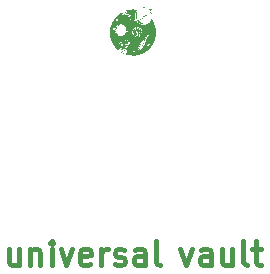
<source format=gto>
%TF.GenerationSoftware,KiCad,Pcbnew,(7.0.0)*%
%TF.CreationDate,2023-11-20T08:37:48+01:00*%
%TF.ProjectId,plate,706c6174-652e-46b6-9963-61645f706362,rev?*%
%TF.SameCoordinates,Original*%
%TF.FileFunction,Legend,Top*%
%TF.FilePolarity,Positive*%
%FSLAX46Y46*%
G04 Gerber Fmt 4.6, Leading zero omitted, Abs format (unit mm)*
G04 Created by KiCad (PCBNEW (7.0.0)) date 2023-11-20 08:37:48*
%MOMM*%
%LPD*%
G01*
G04 APERTURE LIST*
%ADD10C,0.400000*%
%ADD11C,0.150000*%
G04 APERTURE END LIST*
D10*
X147467261Y-93857678D02*
X147467261Y-95191011D01*
X146610118Y-93857678D02*
X146610118Y-94905297D01*
X146610118Y-94905297D02*
X146705356Y-95095773D01*
X146705356Y-95095773D02*
X146895832Y-95191011D01*
X146895832Y-95191011D02*
X147181547Y-95191011D01*
X147181547Y-95191011D02*
X147372023Y-95095773D01*
X147372023Y-95095773D02*
X147467261Y-95000535D01*
X148419642Y-93857678D02*
X148419642Y-95191011D01*
X148419642Y-94048154D02*
X148514880Y-93952916D01*
X148514880Y-93952916D02*
X148705356Y-93857678D01*
X148705356Y-93857678D02*
X148991071Y-93857678D01*
X148991071Y-93857678D02*
X149181547Y-93952916D01*
X149181547Y-93952916D02*
X149276785Y-94143392D01*
X149276785Y-94143392D02*
X149276785Y-95191011D01*
X150229166Y-95191011D02*
X150229166Y-93857678D01*
X150229166Y-93191011D02*
X150133928Y-93286250D01*
X150133928Y-93286250D02*
X150229166Y-93381488D01*
X150229166Y-93381488D02*
X150324404Y-93286250D01*
X150324404Y-93286250D02*
X150229166Y-93191011D01*
X150229166Y-93191011D02*
X150229166Y-93381488D01*
X150991071Y-93857678D02*
X151467261Y-95191011D01*
X151467261Y-95191011D02*
X151943452Y-93857678D01*
X153467262Y-95095773D02*
X153276786Y-95191011D01*
X153276786Y-95191011D02*
X152895833Y-95191011D01*
X152895833Y-95191011D02*
X152705357Y-95095773D01*
X152705357Y-95095773D02*
X152610119Y-94905297D01*
X152610119Y-94905297D02*
X152610119Y-94143392D01*
X152610119Y-94143392D02*
X152705357Y-93952916D01*
X152705357Y-93952916D02*
X152895833Y-93857678D01*
X152895833Y-93857678D02*
X153276786Y-93857678D01*
X153276786Y-93857678D02*
X153467262Y-93952916D01*
X153467262Y-93952916D02*
X153562500Y-94143392D01*
X153562500Y-94143392D02*
X153562500Y-94333869D01*
X153562500Y-94333869D02*
X152610119Y-94524345D01*
X154419643Y-95191011D02*
X154419643Y-93857678D01*
X154419643Y-94238630D02*
X154514881Y-94048154D01*
X154514881Y-94048154D02*
X154610119Y-93952916D01*
X154610119Y-93952916D02*
X154800595Y-93857678D01*
X154800595Y-93857678D02*
X154991072Y-93857678D01*
X155562500Y-95095773D02*
X155752976Y-95191011D01*
X155752976Y-95191011D02*
X156133928Y-95191011D01*
X156133928Y-95191011D02*
X156324405Y-95095773D01*
X156324405Y-95095773D02*
X156419643Y-94905297D01*
X156419643Y-94905297D02*
X156419643Y-94810059D01*
X156419643Y-94810059D02*
X156324405Y-94619583D01*
X156324405Y-94619583D02*
X156133928Y-94524345D01*
X156133928Y-94524345D02*
X155848214Y-94524345D01*
X155848214Y-94524345D02*
X155657738Y-94429107D01*
X155657738Y-94429107D02*
X155562500Y-94238630D01*
X155562500Y-94238630D02*
X155562500Y-94143392D01*
X155562500Y-94143392D02*
X155657738Y-93952916D01*
X155657738Y-93952916D02*
X155848214Y-93857678D01*
X155848214Y-93857678D02*
X156133928Y-93857678D01*
X156133928Y-93857678D02*
X156324405Y-93952916D01*
X158133929Y-95191011D02*
X158133929Y-94143392D01*
X158133929Y-94143392D02*
X158038691Y-93952916D01*
X158038691Y-93952916D02*
X157848215Y-93857678D01*
X157848215Y-93857678D02*
X157467262Y-93857678D01*
X157467262Y-93857678D02*
X157276786Y-93952916D01*
X158133929Y-95095773D02*
X157943453Y-95191011D01*
X157943453Y-95191011D02*
X157467262Y-95191011D01*
X157467262Y-95191011D02*
X157276786Y-95095773D01*
X157276786Y-95095773D02*
X157181548Y-94905297D01*
X157181548Y-94905297D02*
X157181548Y-94714821D01*
X157181548Y-94714821D02*
X157276786Y-94524345D01*
X157276786Y-94524345D02*
X157467262Y-94429107D01*
X157467262Y-94429107D02*
X157943453Y-94429107D01*
X157943453Y-94429107D02*
X158133929Y-94333869D01*
X159372024Y-95191011D02*
X159181548Y-95095773D01*
X159181548Y-95095773D02*
X159086310Y-94905297D01*
X159086310Y-94905297D02*
X159086310Y-93191011D01*
X161143453Y-93857678D02*
X161619643Y-95191011D01*
X161619643Y-95191011D02*
X162095834Y-93857678D01*
X163714882Y-95191011D02*
X163714882Y-94143392D01*
X163714882Y-94143392D02*
X163619644Y-93952916D01*
X163619644Y-93952916D02*
X163429168Y-93857678D01*
X163429168Y-93857678D02*
X163048215Y-93857678D01*
X163048215Y-93857678D02*
X162857739Y-93952916D01*
X163714882Y-95095773D02*
X163524406Y-95191011D01*
X163524406Y-95191011D02*
X163048215Y-95191011D01*
X163048215Y-95191011D02*
X162857739Y-95095773D01*
X162857739Y-95095773D02*
X162762501Y-94905297D01*
X162762501Y-94905297D02*
X162762501Y-94714821D01*
X162762501Y-94714821D02*
X162857739Y-94524345D01*
X162857739Y-94524345D02*
X163048215Y-94429107D01*
X163048215Y-94429107D02*
X163524406Y-94429107D01*
X163524406Y-94429107D02*
X163714882Y-94333869D01*
X165524406Y-93857678D02*
X165524406Y-95191011D01*
X164667263Y-93857678D02*
X164667263Y-94905297D01*
X164667263Y-94905297D02*
X164762501Y-95095773D01*
X164762501Y-95095773D02*
X164952977Y-95191011D01*
X164952977Y-95191011D02*
X165238692Y-95191011D01*
X165238692Y-95191011D02*
X165429168Y-95095773D01*
X165429168Y-95095773D02*
X165524406Y-95000535D01*
X166762501Y-95191011D02*
X166572025Y-95095773D01*
X166572025Y-95095773D02*
X166476787Y-94905297D01*
X166476787Y-94905297D02*
X166476787Y-93191011D01*
X167238692Y-93857678D02*
X168000596Y-93857678D01*
X167524406Y-93191011D02*
X167524406Y-94905297D01*
X167524406Y-94905297D02*
X167619644Y-95095773D01*
X167619644Y-95095773D02*
X167810120Y-95191011D01*
X167810120Y-95191011D02*
X168000596Y-95191011D01*
D11*
%TO.C,*%
%TO.C,G\u002A\u002A\u002A*%
G36*
X155588311Y-74459421D02*
G01*
X155585996Y-74461736D01*
X155583681Y-74459421D01*
X155585996Y-74457107D01*
X155588311Y-74459421D01*
G37*
G36*
X155597571Y-74450162D02*
G01*
X155595256Y-74452477D01*
X155592941Y-74450162D01*
X155595256Y-74447847D01*
X155597571Y-74450162D01*
G37*
G36*
X155634611Y-76769775D02*
G01*
X155632296Y-76772090D01*
X155629981Y-76769775D01*
X155632296Y-76767460D01*
X155634611Y-76769775D01*
G37*
G36*
X155745730Y-75917861D02*
G01*
X155743415Y-75920176D01*
X155741100Y-75917861D01*
X155743415Y-75915546D01*
X155745730Y-75917861D01*
G37*
G36*
X155944818Y-76320668D02*
G01*
X155942503Y-76322983D01*
X155940188Y-76320668D01*
X155942503Y-76318353D01*
X155944818Y-76320668D01*
G37*
G36*
X155977228Y-77084613D02*
G01*
X155974913Y-77086928D01*
X155972598Y-77084613D01*
X155974913Y-77082298D01*
X155977228Y-77084613D01*
G37*
G36*
X156116127Y-77186472D02*
G01*
X156113812Y-77188787D01*
X156111497Y-77186472D01*
X156113812Y-77184157D01*
X156116127Y-77186472D01*
G37*
G36*
X156116127Y-77195732D02*
G01*
X156113812Y-77198047D01*
X156111497Y-77195732D01*
X156113812Y-77193417D01*
X156116127Y-77195732D01*
G37*
G36*
X156125387Y-77191102D02*
G01*
X156123072Y-77193417D01*
X156120757Y-77191102D01*
X156123072Y-77188787D01*
X156125387Y-77191102D01*
G37*
G36*
X156143907Y-76968864D02*
G01*
X156141592Y-76971179D01*
X156139277Y-76968864D01*
X156141592Y-76966549D01*
X156143907Y-76968864D01*
G37*
G36*
X156227246Y-73825116D02*
G01*
X156224931Y-73827431D01*
X156222616Y-73825116D01*
X156224931Y-73822801D01*
X156227246Y-73825116D01*
G37*
G36*
X156227246Y-76380858D02*
G01*
X156224931Y-76383173D01*
X156222616Y-76380858D01*
X156224931Y-76378543D01*
X156227246Y-76380858D01*
G37*
G36*
X156236506Y-74450162D02*
G01*
X156234191Y-74452477D01*
X156231876Y-74450162D01*
X156234191Y-74447847D01*
X156236506Y-74450162D01*
G37*
G36*
X156245766Y-77260552D02*
G01*
X156243451Y-77262867D01*
X156241136Y-77260552D01*
X156243451Y-77258237D01*
X156245766Y-77260552D01*
G37*
G36*
X156268916Y-76857744D02*
G01*
X156266601Y-76860059D01*
X156264286Y-76857744D01*
X156266601Y-76855430D01*
X156268916Y-76857744D01*
G37*
G36*
X156356885Y-77117023D02*
G01*
X156354571Y-77119338D01*
X156352256Y-77117023D01*
X156354571Y-77114708D01*
X156356885Y-77117023D01*
G37*
G36*
X156366145Y-74362192D02*
G01*
X156363830Y-74364507D01*
X156361515Y-74362192D01*
X156363830Y-74359877D01*
X156366145Y-74362192D01*
G37*
G36*
X156435595Y-77144802D02*
G01*
X156433280Y-77147117D01*
X156430965Y-77144802D01*
X156433280Y-77142487D01*
X156435595Y-77144802D01*
G37*
G36*
X156574494Y-76348448D02*
G01*
X156572179Y-76350763D01*
X156569864Y-76348448D01*
X156572179Y-76346133D01*
X156574494Y-76348448D01*
G37*
G36*
X156657833Y-76686436D02*
G01*
X156655518Y-76688751D01*
X156653203Y-76686436D01*
X156655518Y-76684121D01*
X156657833Y-76686436D01*
G37*
G36*
X156727283Y-75741922D02*
G01*
X156724968Y-75744237D01*
X156722653Y-75741922D01*
X156724968Y-75739607D01*
X156727283Y-75741922D01*
G37*
G36*
X156731913Y-77413341D02*
G01*
X156729598Y-77415656D01*
X156727283Y-77413341D01*
X156729598Y-77411026D01*
X156731913Y-77413341D01*
G37*
G36*
X156759693Y-75515054D02*
G01*
X156757378Y-75517369D01*
X156755063Y-75515054D01*
X156757378Y-75512739D01*
X156759693Y-75515054D01*
G37*
G36*
X156787472Y-77422600D02*
G01*
X156785157Y-77424915D01*
X156782842Y-77422600D01*
X156785157Y-77420286D01*
X156787472Y-77422600D01*
G37*
G36*
X156815252Y-74940938D02*
G01*
X156812937Y-74943253D01*
X156810622Y-74940938D01*
X156812937Y-74938623D01*
X156815252Y-74940938D01*
G37*
G36*
X156829142Y-76876264D02*
G01*
X156826827Y-76878579D01*
X156824512Y-76876264D01*
X156826827Y-76873949D01*
X156829142Y-76876264D01*
G37*
G36*
X156870812Y-76857744D02*
G01*
X156868497Y-76860059D01*
X156866182Y-76857744D01*
X156868497Y-76855430D01*
X156870812Y-76857744D01*
G37*
G36*
X156884702Y-74288113D02*
G01*
X156882387Y-74290428D01*
X156880072Y-74288113D01*
X156882387Y-74285798D01*
X156884702Y-74288113D01*
G37*
G36*
X156912482Y-75144657D02*
G01*
X156910167Y-75146972D01*
X156907852Y-75144657D01*
X156910167Y-75142342D01*
X156912482Y-75144657D01*
G37*
G36*
X156972671Y-74968718D02*
G01*
X156970356Y-74971033D01*
X156968041Y-74968718D01*
X156970356Y-74966403D01*
X156972671Y-74968718D01*
G37*
G36*
X156981931Y-77450380D02*
G01*
X156979616Y-77452695D01*
X156977301Y-77450380D01*
X156979616Y-77448065D01*
X156981931Y-77450380D01*
G37*
G36*
X157000451Y-74413122D02*
G01*
X156998136Y-74415437D01*
X156995821Y-74413122D01*
X156998136Y-74410807D01*
X157000451Y-74413122D01*
G37*
G36*
X157023601Y-74329782D02*
G01*
X157021286Y-74332097D01*
X157018971Y-74329782D01*
X157021286Y-74327467D01*
X157023601Y-74329782D01*
G37*
G36*
X157051381Y-77029053D02*
G01*
X157049066Y-77031368D01*
X157046751Y-77029053D01*
X157049066Y-77026738D01*
X157051381Y-77029053D01*
G37*
G36*
X157074530Y-75422455D02*
G01*
X157072215Y-75424770D01*
X157069900Y-75422455D01*
X157072215Y-75420140D01*
X157074530Y-75422455D01*
G37*
G36*
X157148610Y-75690993D02*
G01*
X157146295Y-75693308D01*
X157143980Y-75690993D01*
X157146295Y-75688678D01*
X157148610Y-75690993D01*
G37*
G36*
X157171760Y-75728033D02*
G01*
X157169445Y-75730347D01*
X157167130Y-75728033D01*
X157169445Y-75725718D01*
X157171760Y-75728033D01*
G37*
G36*
X157255099Y-73626027D02*
G01*
X157252784Y-73628342D01*
X157250469Y-73626027D01*
X157252784Y-73623712D01*
X157255099Y-73626027D01*
G37*
G36*
X157315289Y-76996644D02*
G01*
X157312974Y-76998958D01*
X157310659Y-76996644D01*
X157312974Y-76994329D01*
X157315289Y-76996644D01*
G37*
G36*
X157319919Y-74417752D02*
G01*
X157317604Y-74420067D01*
X157315289Y-74417752D01*
X157317604Y-74415437D01*
X157319919Y-74417752D01*
G37*
G36*
X157352328Y-74454792D02*
G01*
X157350013Y-74457107D01*
X157347698Y-74454792D01*
X157350013Y-74452477D01*
X157352328Y-74454792D01*
G37*
G36*
X157352328Y-75237256D02*
G01*
X157350013Y-75239571D01*
X157347698Y-75237256D01*
X157350013Y-75234941D01*
X157352328Y-75237256D01*
G37*
G36*
X157370848Y-75413195D02*
G01*
X157368533Y-75415510D01*
X157366218Y-75413195D01*
X157368533Y-75410880D01*
X157370848Y-75413195D01*
G37*
G36*
X157393998Y-75751182D02*
G01*
X157391683Y-75753497D01*
X157389368Y-75751182D01*
X157391683Y-75748867D01*
X157393998Y-75751182D01*
G37*
G36*
X157393998Y-76191029D02*
G01*
X157391683Y-76193344D01*
X157389368Y-76191029D01*
X157391683Y-76188714D01*
X157393998Y-76191029D01*
G37*
G36*
X157435668Y-73718627D02*
G01*
X157433353Y-73720942D01*
X157431038Y-73718627D01*
X157433353Y-73716312D01*
X157435668Y-73718627D01*
G37*
G36*
X157440298Y-75297446D02*
G01*
X157437983Y-75299761D01*
X157435668Y-75297446D01*
X157437983Y-75295131D01*
X157440298Y-75297446D01*
G37*
G36*
X157468078Y-75501164D02*
G01*
X157465763Y-75503479D01*
X157463448Y-75501164D01*
X157465763Y-75498849D01*
X157468078Y-75501164D01*
G37*
G36*
X157481968Y-73700107D02*
G01*
X157479653Y-73702422D01*
X157477338Y-73700107D01*
X157479653Y-73697792D01*
X157481968Y-73700107D01*
G37*
G36*
X157486597Y-73690847D02*
G01*
X157484283Y-73693162D01*
X157481968Y-73690847D01*
X157484283Y-73688532D01*
X157486597Y-73690847D01*
G37*
G36*
X157495857Y-77172582D02*
G01*
X157493542Y-77174897D01*
X157491227Y-77172582D01*
X157493542Y-77170267D01*
X157495857Y-77172582D01*
G37*
G36*
X157523637Y-76436417D02*
G01*
X157521322Y-76438732D01*
X157519007Y-76436417D01*
X157521322Y-76434102D01*
X157523637Y-76436417D01*
G37*
G36*
X157565307Y-75306705D02*
G01*
X157562992Y-75309020D01*
X157560677Y-75306705D01*
X157562992Y-75304391D01*
X157565307Y-75306705D01*
G37*
G36*
X157620867Y-75371525D02*
G01*
X157618552Y-75373840D01*
X157616237Y-75371525D01*
X157618552Y-75369210D01*
X157620867Y-75371525D01*
G37*
G36*
X157662536Y-75593763D02*
G01*
X157660221Y-75596078D01*
X157657906Y-75593763D01*
X157660221Y-75591448D01*
X157662536Y-75593763D01*
G37*
G36*
X157667166Y-75445605D02*
G01*
X157664851Y-75447919D01*
X157662536Y-75445605D01*
X157664851Y-75443290D01*
X157667166Y-75445605D01*
G37*
G36*
X157685686Y-75306705D02*
G01*
X157683371Y-75309020D01*
X157681056Y-75306705D01*
X157683371Y-75304391D01*
X157685686Y-75306705D01*
G37*
G36*
X157690316Y-74542761D02*
G01*
X157688001Y-74545076D01*
X157685686Y-74542761D01*
X157688001Y-74540446D01*
X157690316Y-74542761D01*
G37*
G36*
X157713466Y-75200216D02*
G01*
X157711151Y-75202531D01*
X157708836Y-75200216D01*
X157711151Y-75197901D01*
X157713466Y-75200216D01*
G37*
G36*
X157713466Y-75325225D02*
G01*
X157711151Y-75327540D01*
X157708836Y-75325225D01*
X157711151Y-75322910D01*
X157713466Y-75325225D01*
G37*
G36*
X157741246Y-73431569D02*
G01*
X157738931Y-73433884D01*
X157736616Y-73431569D01*
X157738931Y-73429254D01*
X157741246Y-73431569D01*
G37*
G36*
X157741246Y-75561354D02*
G01*
X157738931Y-75563669D01*
X157736616Y-75561354D01*
X157738931Y-75559039D01*
X157741246Y-75561354D01*
G37*
G36*
X157755136Y-75297446D02*
G01*
X157752821Y-75299761D01*
X157750506Y-75297446D01*
X157752821Y-75295131D01*
X157755136Y-75297446D01*
G37*
G36*
X157769025Y-75973421D02*
G01*
X157766711Y-75975736D01*
X157764396Y-75973421D01*
X157766711Y-75971106D01*
X157769025Y-75973421D01*
G37*
G36*
X157787545Y-75690993D02*
G01*
X157785230Y-75693308D01*
X157782915Y-75690993D01*
X157785230Y-75688678D01*
X157787545Y-75690993D01*
G37*
G36*
X157829215Y-76885524D02*
G01*
X157826900Y-76887839D01*
X157824585Y-76885524D01*
X157826900Y-76883209D01*
X157829215Y-76885524D01*
G37*
G36*
X157838475Y-76741995D02*
G01*
X157836160Y-76744310D01*
X157833845Y-76741995D01*
X157836160Y-76739680D01*
X157838475Y-76741995D01*
G37*
G36*
X157861625Y-75704883D02*
G01*
X157859310Y-75707198D01*
X157856995Y-75704883D01*
X157859310Y-75702568D01*
X157861625Y-75704883D01*
G37*
G36*
X157884775Y-75677103D02*
G01*
X157882460Y-75679418D01*
X157880145Y-75677103D01*
X157882460Y-75674788D01*
X157884775Y-75677103D01*
G37*
G36*
X157884775Y-77306851D02*
G01*
X157882460Y-77309166D01*
X157880145Y-77306851D01*
X157882460Y-77304536D01*
X157884775Y-77306851D01*
G37*
G36*
X157903295Y-75626173D02*
G01*
X157900980Y-75628488D01*
X157898665Y-75626173D01*
X157900980Y-75623858D01*
X157903295Y-75626173D01*
G37*
G36*
X157921814Y-77066093D02*
G01*
X157919499Y-77068408D01*
X157917184Y-77066093D01*
X157919499Y-77063778D01*
X157921814Y-77066093D01*
G37*
G36*
X157940334Y-74278853D02*
G01*
X157938019Y-74281168D01*
X157935704Y-74278853D01*
X157938019Y-74276538D01*
X157940334Y-74278853D01*
G37*
G36*
X157963484Y-77265182D02*
G01*
X157961169Y-77267497D01*
X157958854Y-77265182D01*
X157961169Y-77262867D01*
X157963484Y-77265182D01*
G37*
G36*
X158037564Y-74098284D02*
G01*
X158035249Y-74100599D01*
X158032934Y-74098284D01*
X158035249Y-74095969D01*
X158037564Y-74098284D01*
G37*
G36*
X158056083Y-76848485D02*
G01*
X158053768Y-76850800D01*
X158051453Y-76848485D01*
X158053768Y-76846170D01*
X158056083Y-76848485D01*
G37*
G36*
X158130163Y-75306705D02*
G01*
X158127848Y-75309020D01*
X158125533Y-75306705D01*
X158127848Y-75304391D01*
X158130163Y-75306705D01*
G37*
G36*
X158134793Y-77191102D02*
G01*
X158132478Y-77193417D01*
X158130163Y-77191102D01*
X158132478Y-77188787D01*
X158134793Y-77191102D01*
G37*
G36*
X158144053Y-76741995D02*
G01*
X158141738Y-76744310D01*
X158139423Y-76741995D01*
X158141738Y-76739680D01*
X158144053Y-76741995D01*
G37*
G36*
X158144053Y-77181842D02*
G01*
X158141738Y-77184157D01*
X158139423Y-77181842D01*
X158141738Y-77179527D01*
X158144053Y-77181842D01*
G37*
G36*
X158204242Y-75589133D02*
G01*
X158201927Y-75591448D01*
X158199612Y-75589133D01*
X158201927Y-75586819D01*
X158204242Y-75589133D01*
G37*
G36*
X158218132Y-77135543D02*
G01*
X158215817Y-77137858D01*
X158213502Y-77135543D01*
X158215817Y-77133228D01*
X158218132Y-77135543D01*
G37*
G36*
X158232022Y-75876191D02*
G01*
X158229707Y-75878506D01*
X158227392Y-75876191D01*
X158229707Y-75873876D01*
X158232022Y-75876191D01*
G37*
G36*
X158250542Y-75931751D02*
G01*
X158248227Y-75934066D01*
X158245912Y-75931751D01*
X158248227Y-75929436D01*
X158250542Y-75931751D01*
G37*
G36*
X158282952Y-74024205D02*
G01*
X158280637Y-74026520D01*
X158278322Y-74024205D01*
X158280637Y-74021890D01*
X158282952Y-74024205D01*
G37*
G36*
X158287582Y-75866932D02*
G01*
X158285267Y-75869247D01*
X158282952Y-75866932D01*
X158285267Y-75864617D01*
X158287582Y-75866932D01*
G37*
G36*
X158315362Y-74033465D02*
G01*
X158313047Y-74035779D01*
X158310732Y-74033465D01*
X158313047Y-74031150D01*
X158315362Y-74033465D01*
G37*
G36*
X158352401Y-76598466D02*
G01*
X158350086Y-76600781D01*
X158347771Y-76598466D01*
X158350086Y-76596151D01*
X158352401Y-76598466D01*
G37*
G36*
X158445001Y-73862156D02*
G01*
X158442686Y-73864471D01*
X158440371Y-73862156D01*
X158442686Y-73859841D01*
X158445001Y-73862156D01*
G37*
G36*
X158477410Y-73528798D02*
G01*
X158475095Y-73531113D01*
X158472780Y-73528798D01*
X158475095Y-73526483D01*
X158477410Y-73528798D01*
G37*
G36*
X158514450Y-74778889D02*
G01*
X158512135Y-74781204D01*
X158509820Y-74778889D01*
X158512135Y-74776574D01*
X158514450Y-74778889D01*
G37*
G36*
X158546860Y-73561208D02*
G01*
X158544545Y-73563523D01*
X158542230Y-73561208D01*
X158544545Y-73558893D01*
X158546860Y-73561208D01*
G37*
G36*
X158662609Y-76704956D02*
G01*
X158660294Y-76707271D01*
X158657979Y-76704956D01*
X158660294Y-76702641D01*
X158662609Y-76704956D01*
G37*
G36*
X158695019Y-73510278D02*
G01*
X158692704Y-73512593D01*
X158690389Y-73510278D01*
X158692704Y-73507963D01*
X158695019Y-73510278D01*
G37*
G36*
X158695019Y-76667916D02*
G01*
X158692704Y-76670231D01*
X158690389Y-76667916D01*
X158692704Y-76665601D01*
X158695019Y-76667916D01*
G37*
G36*
X158857068Y-75339115D02*
G01*
X158854753Y-75341430D01*
X158852438Y-75339115D01*
X158854753Y-75336800D01*
X158857068Y-75339115D01*
G37*
G36*
X157105397Y-76773633D02*
G01*
X157104761Y-76776386D01*
X157102310Y-76776720D01*
X157098499Y-76775026D01*
X157099224Y-76773633D01*
X157104718Y-76773079D01*
X157105397Y-76773633D01*
G37*
G36*
X157855452Y-76824563D02*
G01*
X157856006Y-76830058D01*
X157855452Y-76830736D01*
X157852699Y-76830101D01*
X157852365Y-76827650D01*
X157854059Y-76823839D01*
X157855452Y-76824563D01*
G37*
G36*
X158045280Y-75833750D02*
G01*
X158045834Y-75839245D01*
X158045280Y-75839923D01*
X158042528Y-75839288D01*
X158042194Y-75836837D01*
X158043888Y-75833026D01*
X158045280Y-75833750D01*
G37*
G36*
X158063800Y-76995872D02*
G01*
X158063165Y-76998624D01*
X158060713Y-76998958D01*
X158056902Y-76997264D01*
X158057627Y-76995872D01*
X158063121Y-76995318D01*
X158063800Y-76995872D01*
G37*
G36*
X156689528Y-74134882D02*
G01*
X156694498Y-74139544D01*
X156693479Y-74142224D01*
X156692831Y-74142269D01*
X156688915Y-74138980D01*
X156687486Y-74136923D01*
X156686940Y-74133755D01*
X156689528Y-74134882D01*
G37*
G36*
X155781178Y-77798149D02*
G01*
X155780455Y-77799943D01*
X155776294Y-77804360D01*
X155775551Y-77804573D01*
X155773563Y-77800991D01*
X155773510Y-77799943D01*
X155777069Y-77795491D01*
X155778413Y-77795313D01*
X155781178Y-77798149D01*
G37*
G36*
X155932297Y-73904889D02*
G01*
X155933243Y-73906140D01*
X155933032Y-73910414D01*
X155931475Y-73910770D01*
X155924930Y-73907392D01*
X155923984Y-73906140D01*
X155924195Y-73901867D01*
X155925752Y-73901510D01*
X155932297Y-73904889D01*
G37*
G36*
X157244387Y-74543437D02*
G01*
X157243524Y-74545076D01*
X157239162Y-74549498D01*
X157238348Y-74549706D01*
X157238032Y-74546715D01*
X157238894Y-74545076D01*
X157243257Y-74540654D01*
X157244071Y-74540446D01*
X157244387Y-74543437D01*
G37*
G36*
X158614857Y-76784341D02*
G01*
X158613994Y-76785980D01*
X158609632Y-76790402D01*
X158608818Y-76790610D01*
X158608502Y-76787619D01*
X158609365Y-76785980D01*
X158613727Y-76781558D01*
X158614541Y-76781350D01*
X158614857Y-76784341D01*
G37*
G36*
X157750176Y-76747808D02*
G01*
X157758193Y-76751263D01*
X157757443Y-76756851D01*
X157752643Y-76761218D01*
X157745029Y-76765727D01*
X157737176Y-76766554D01*
X157725132Y-76763978D01*
X157722726Y-76763317D01*
X157712458Y-76758621D01*
X157710534Y-76753505D01*
X157716179Y-76749160D01*
X157728620Y-76746779D01*
X157733572Y-76746625D01*
X157750176Y-76747808D01*
G37*
G36*
X155497056Y-75163203D02*
G01*
X155498218Y-75177066D01*
X155499103Y-75193613D01*
X155501113Y-75208394D01*
X155502192Y-75212949D01*
X155503992Y-75222000D01*
X155500526Y-75225289D01*
X155494017Y-75225681D01*
X155482988Y-75222368D01*
X155474996Y-75212021D01*
X155468558Y-75192332D01*
X155470617Y-75175133D01*
X155476034Y-75166201D01*
X155486155Y-75156560D01*
X155493098Y-75155530D01*
X155497056Y-75163203D01*
G37*
G36*
X157683488Y-76739244D02*
G01*
X157690093Y-76749239D01*
X157695856Y-76762079D01*
X157699236Y-76774696D01*
X157699576Y-76778952D01*
X157701399Y-76788742D01*
X157704431Y-76793064D01*
X157706510Y-76798275D01*
X157703864Y-76802597D01*
X157696510Y-76808599D01*
X157691264Y-76805680D01*
X157688604Y-76798712D01*
X157686526Y-76786287D01*
X157685749Y-76773743D01*
X157683580Y-76762035D01*
X157678741Y-76756526D01*
X157673568Y-76751190D01*
X157671927Y-76743198D01*
X157674044Y-76736670D01*
X157677584Y-76735164D01*
X157683488Y-76739244D01*
G37*
G36*
X156434414Y-73943553D02*
G01*
X156433316Y-73948305D01*
X156428603Y-73954064D01*
X156419535Y-73962008D01*
X156409245Y-73969709D01*
X156400865Y-73974737D01*
X156398269Y-73975488D01*
X156393216Y-73973680D01*
X156382729Y-73969214D01*
X156376563Y-73966455D01*
X156364904Y-73960212D01*
X156357848Y-73954600D01*
X156356885Y-73952666D01*
X156359865Y-73948256D01*
X156369091Y-73949816D01*
X156380618Y-73955056D01*
X156388039Y-73958678D01*
X156393895Y-73959783D01*
X156400468Y-73957642D01*
X156410041Y-73951525D01*
X156424447Y-73941029D01*
X156431717Y-73938697D01*
X156434414Y-73943553D01*
G37*
G36*
X157639257Y-76823154D02*
G01*
X157639386Y-76825335D01*
X157641886Y-76831496D01*
X157644016Y-76832280D01*
X157647595Y-76835707D01*
X157647489Y-76837612D01*
X157650244Y-76843295D01*
X157658538Y-76851181D01*
X157662536Y-76854136D01*
X157673152Y-76864059D01*
X157678505Y-76874373D01*
X157677882Y-76882844D01*
X157672954Y-76886682D01*
X157667845Y-76884876D01*
X157667166Y-76882009D01*
X157663425Y-76875747D01*
X157654150Y-76868505D01*
X157651310Y-76866869D01*
X157635744Y-76854670D01*
X157628950Y-76839544D01*
X157629110Y-76828807D01*
X157632263Y-76820732D01*
X157636531Y-76818548D01*
X157639257Y-76823154D01*
G37*
G36*
X156255632Y-74303116D02*
G01*
X156262380Y-74306450D01*
X156268373Y-74312885D01*
X156266775Y-74320226D01*
X156265633Y-74322189D01*
X156262888Y-74329463D01*
X156264897Y-74337478D01*
X156271192Y-74347804D01*
X156277126Y-74358317D01*
X156278954Y-74365465D01*
X156278267Y-74366766D01*
X156272530Y-74366048D01*
X156271278Y-74364583D01*
X156264492Y-74360157D01*
X156262243Y-74359877D01*
X156255310Y-74356599D01*
X156245118Y-74348359D01*
X156234037Y-74337550D01*
X156224437Y-74326563D01*
X156218687Y-74317789D01*
X156217986Y-74315202D01*
X156221435Y-74308156D01*
X156223774Y-74306874D01*
X156242570Y-74302496D01*
X156255632Y-74303116D01*
G37*
G36*
X158311748Y-75782886D02*
G01*
X158313331Y-75789769D01*
X158309874Y-75801861D01*
X158301559Y-75818007D01*
X158298500Y-75822920D01*
X158289288Y-75836560D01*
X158281787Y-75846470D01*
X158277513Y-75850658D01*
X158277352Y-75850686D01*
X158272302Y-75853744D01*
X158263940Y-75861264D01*
X158261772Y-75863459D01*
X158254882Y-75869827D01*
X158253118Y-75869562D01*
X158254034Y-75867431D01*
X158256942Y-75856761D01*
X158256614Y-75851110D01*
X158258403Y-75844301D01*
X158264630Y-75832727D01*
X158273704Y-75818653D01*
X158284032Y-75804341D01*
X158294025Y-75792056D01*
X158302090Y-75784061D01*
X158304942Y-75782366D01*
X158311748Y-75782886D01*
G37*
G36*
X157791974Y-76777703D02*
G01*
X157796571Y-76787585D01*
X157799098Y-76805146D01*
X157795005Y-76819570D01*
X157785048Y-76828813D01*
X157780778Y-76830334D01*
X157771648Y-76835370D01*
X157759843Y-76845458D01*
X157750088Y-76855928D01*
X157737242Y-76870303D01*
X157728804Y-76877195D01*
X157724168Y-76876905D01*
X157722726Y-76869737D01*
X157722726Y-76869549D01*
X157725451Y-76860214D01*
X157728594Y-76856817D01*
X157735401Y-76850290D01*
X157741493Y-76842139D01*
X157749957Y-76832970D01*
X157762561Y-76823394D01*
X157766877Y-76820770D01*
X157778265Y-76813504D01*
X157783323Y-76806780D01*
X157784145Y-76797299D01*
X157783918Y-76793916D01*
X157784295Y-76780720D01*
X157787356Y-76775128D01*
X157791974Y-76777703D01*
G37*
G36*
X157281329Y-74460878D02*
G01*
X157289149Y-74469885D01*
X157295082Y-74480667D01*
X157296769Y-74487986D01*
X157297031Y-74493153D01*
X157298952Y-74496716D01*
X157304238Y-74499397D01*
X157314592Y-74501918D01*
X157331718Y-74505002D01*
X157340409Y-74506480D01*
X157356813Y-74510616D01*
X157364124Y-74515863D01*
X157362300Y-74522145D01*
X157352767Y-74528644D01*
X157339751Y-74533407D01*
X157321821Y-74537627D01*
X157302634Y-74540687D01*
X157285846Y-74541972D01*
X157277004Y-74541396D01*
X157268568Y-74535649D01*
X157260618Y-74523827D01*
X157254597Y-74509064D01*
X157251950Y-74494495D01*
X157252397Y-74487980D01*
X157256929Y-74475261D01*
X157264080Y-74464135D01*
X157271674Y-74457688D01*
X157274156Y-74457107D01*
X157281329Y-74460878D01*
G37*
G36*
X157514363Y-74471670D02*
G01*
X157514377Y-74472077D01*
X157510217Y-74477966D01*
X157499050Y-74485339D01*
X157482846Y-74493411D01*
X157463575Y-74501395D01*
X157443208Y-74508504D01*
X157423714Y-74513952D01*
X157407063Y-74516953D01*
X157401089Y-74517296D01*
X157389046Y-74515818D01*
X157384778Y-74511086D01*
X157384738Y-74510351D01*
X157388153Y-74504206D01*
X157391116Y-74503406D01*
X157399444Y-74500147D01*
X157402603Y-74497250D01*
X157410943Y-74493218D01*
X157421078Y-74493056D01*
X157434494Y-74492255D01*
X157448710Y-74487631D01*
X157449376Y-74487296D01*
X157459769Y-74482844D01*
X157466255Y-74481766D01*
X157466780Y-74482045D01*
X157472186Y-74481954D01*
X157481397Y-74478343D01*
X157499291Y-74470388D01*
X157510341Y-74468151D01*
X157514363Y-74471670D01*
G37*
G36*
X156361943Y-73752037D02*
G01*
X156366412Y-73759111D01*
X156368769Y-73769384D01*
X156368147Y-73778417D01*
X156361024Y-73788848D01*
X156346740Y-73796203D01*
X156327124Y-73799624D01*
X156322627Y-73799761D01*
X156310711Y-73801643D01*
X156294392Y-73806413D01*
X156280491Y-73811698D01*
X156260427Y-73820056D01*
X156247392Y-73824924D01*
X156240008Y-73826689D01*
X156236896Y-73825741D01*
X156236506Y-73824123D01*
X156240602Y-73819559D01*
X156251458Y-73813347D01*
X156266927Y-73806372D01*
X156284862Y-73799520D01*
X156303117Y-73793674D01*
X156319545Y-73789721D01*
X156320288Y-73789587D01*
X156341550Y-73784869D01*
X156354344Y-73779422D01*
X156359463Y-73772695D01*
X156357696Y-73764136D01*
X156357459Y-73763683D01*
X156354822Y-73754623D01*
X156356641Y-73751188D01*
X156361943Y-73752037D01*
G37*
G36*
X156269359Y-74103188D02*
G01*
X156272181Y-74108280D01*
X156272037Y-74118952D01*
X156268800Y-74136200D01*
X156262345Y-74161018D01*
X156261806Y-74162935D01*
X156257673Y-74180131D01*
X156257240Y-74189678D01*
X156259150Y-74192258D01*
X156263927Y-74198033D01*
X156263151Y-74208944D01*
X156257263Y-74223069D01*
X156249239Y-74235302D01*
X156237552Y-74249382D01*
X156229509Y-74255784D01*
X156224217Y-74254901D01*
X156220954Y-74247790D01*
X156218202Y-74228571D01*
X156221232Y-74214464D01*
X156223774Y-74210891D01*
X156229488Y-74201734D01*
X156235391Y-74187889D01*
X156239819Y-74173742D01*
X156241179Y-74165090D01*
X156243147Y-74157451D01*
X156248160Y-74144889D01*
X156252609Y-74135324D01*
X156258967Y-74121417D01*
X156263165Y-74110361D01*
X156264141Y-74106113D01*
X156267078Y-74102430D01*
X156269359Y-74103188D01*
G37*
G36*
X156522318Y-73704862D02*
G01*
X156523564Y-73714876D01*
X156522644Y-73727356D01*
X156520277Y-73744271D01*
X156517052Y-73762372D01*
X156513560Y-73778412D01*
X156510391Y-73789144D01*
X156509850Y-73790364D01*
X156503480Y-73795655D01*
X156490746Y-73801119D01*
X156473568Y-73806392D01*
X156453864Y-73811112D01*
X156433557Y-73814914D01*
X156414565Y-73817436D01*
X156398810Y-73818315D01*
X156388211Y-73817188D01*
X156384665Y-73814036D01*
X156389025Y-73808572D01*
X156401371Y-73805221D01*
X156417228Y-73804281D01*
X156433241Y-73802820D01*
X156453833Y-73799027D01*
X156474904Y-73793789D01*
X156492010Y-73788128D01*
X156497246Y-73782871D01*
X156502167Y-73770932D01*
X156507029Y-73751479D01*
X156512085Y-73723679D01*
X156512509Y-73721049D01*
X156515656Y-73708544D01*
X156519303Y-73702938D01*
X156522318Y-73704862D01*
G37*
G36*
X157862814Y-75645918D02*
G01*
X157866448Y-75651999D01*
X157868977Y-75660938D01*
X157866493Y-75671884D01*
X157863550Y-75678621D01*
X157855080Y-75693013D01*
X157846305Y-75702254D01*
X157838824Y-75704783D01*
X157837369Y-75704199D01*
X157834293Y-75705843D01*
X157833845Y-75708927D01*
X157829945Y-75715473D01*
X157823428Y-75718953D01*
X157814542Y-75723754D01*
X157802248Y-75732979D01*
X157792175Y-75741879D01*
X157773662Y-75758025D01*
X157758704Y-75768108D01*
X157747970Y-75771833D01*
X157742130Y-75768905D01*
X157741246Y-75764335D01*
X157744342Y-75759491D01*
X157752781Y-75749507D01*
X157765285Y-75735698D01*
X157780578Y-75719380D01*
X157797384Y-75701867D01*
X157814427Y-75684474D01*
X157830429Y-75668517D01*
X157844115Y-75655310D01*
X157854207Y-75646169D01*
X157859431Y-75642408D01*
X157859625Y-75642378D01*
X157862814Y-75645918D01*
G37*
G36*
X155559402Y-75250925D02*
G01*
X155563518Y-75253117D01*
X155577959Y-75261102D01*
X155590335Y-75267953D01*
X155595256Y-75270680D01*
X155604601Y-75275223D01*
X155618895Y-75281499D01*
X155629981Y-75286092D01*
X155647874Y-75294342D01*
X155663643Y-75303444D01*
X155675218Y-75312035D01*
X155680530Y-75318755D01*
X155680654Y-75319438D01*
X155677531Y-75322519D01*
X155670737Y-75322330D01*
X155665191Y-75319055D01*
X155665057Y-75318850D01*
X155659416Y-75315413D01*
X155647939Y-75311291D01*
X155640910Y-75309341D01*
X155624279Y-75304183D01*
X155604202Y-75296536D01*
X155583048Y-75287473D01*
X155563185Y-75278070D01*
X155546980Y-75269399D01*
X155536802Y-75262534D01*
X155535948Y-75261734D01*
X155528208Y-75256283D01*
X155523268Y-75255914D01*
X155520839Y-75254984D01*
X155521550Y-75251843D01*
X155528682Y-75244295D01*
X155541369Y-75243991D01*
X155559402Y-75250925D01*
G37*
G36*
X155957128Y-76334982D02*
G01*
X155957595Y-76342688D01*
X155950888Y-76354593D01*
X155947785Y-76358510D01*
X155936086Y-76374723D01*
X155927061Y-76391343D01*
X155922232Y-76405378D01*
X155921816Y-76409565D01*
X155924644Y-76419796D01*
X155928761Y-76426885D01*
X155934709Y-76437780D01*
X155933055Y-76446735D01*
X155923252Y-76456106D01*
X155921713Y-76457221D01*
X155901509Y-76466809D01*
X155879790Y-76469144D01*
X155864951Y-76465973D01*
X155854842Y-76459996D01*
X155853273Y-76452418D01*
X155860204Y-76442282D01*
X155863794Y-76438732D01*
X155871641Y-76430203D01*
X155875329Y-76423914D01*
X155875369Y-76423513D01*
X155878069Y-76417446D01*
X155884793Y-76407698D01*
X155887209Y-76404643D01*
X155895909Y-76393468D01*
X155907443Y-76378001D01*
X155919349Y-76361546D01*
X155919609Y-76361181D01*
X155933505Y-76343529D01*
X155944296Y-76333978D01*
X155949439Y-76332243D01*
X155957128Y-76334982D01*
G37*
G36*
X156641240Y-76131994D02*
G01*
X156644195Y-76140455D01*
X156640905Y-76149935D01*
X156633526Y-76155912D01*
X156623852Y-76162294D01*
X156613801Y-76172680D01*
X156612553Y-76174318D01*
X156604673Y-76183599D01*
X156598425Y-76188490D01*
X156597465Y-76188714D01*
X156588550Y-76191886D01*
X156576949Y-76199805D01*
X156565379Y-76210078D01*
X156556558Y-76220310D01*
X156553201Y-76227708D01*
X156550188Y-76242178D01*
X156543512Y-76248731D01*
X156534318Y-76247364D01*
X156523753Y-76238070D01*
X156516731Y-76227843D01*
X156508896Y-76212201D01*
X156503182Y-76196699D01*
X156501796Y-76190803D01*
X156500630Y-76180111D01*
X156503506Y-76175722D01*
X156512791Y-76174830D01*
X156515274Y-76174824D01*
X156527922Y-76172731D01*
X156544639Y-76167286D01*
X156559145Y-76160933D01*
X156578682Y-76151793D01*
X156598456Y-76143591D01*
X156616518Y-76137014D01*
X156630917Y-76132748D01*
X156639705Y-76131481D01*
X156641240Y-76131994D01*
G37*
G36*
X156852994Y-74378408D02*
G01*
X156860710Y-74385324D01*
X156867866Y-74395333D01*
X156872007Y-74402802D01*
X156872054Y-74402937D01*
X156877839Y-74406296D01*
X156891976Y-74408311D01*
X156905929Y-74408840D01*
X156932321Y-74409244D01*
X156950902Y-74409912D01*
X156963119Y-74411035D01*
X156970420Y-74412801D01*
X156974254Y-74415399D01*
X156975703Y-74417951D01*
X156976791Y-74425515D01*
X156975910Y-74427631D01*
X156970624Y-74428627D01*
X156957768Y-74429670D01*
X156939033Y-74430662D01*
X156916109Y-74431503D01*
X156904731Y-74431809D01*
X156878397Y-74432620D01*
X156853485Y-74433711D01*
X156832359Y-74434956D01*
X156817386Y-74436230D01*
X156814333Y-74436616D01*
X156801103Y-74438175D01*
X156794219Y-74437117D01*
X156790901Y-74432399D01*
X156789440Y-74427275D01*
X156788661Y-74418782D01*
X156792087Y-74410800D01*
X156801092Y-74400612D01*
X156804678Y-74397111D01*
X156823520Y-74382072D01*
X156839605Y-74375842D01*
X156852994Y-74378408D01*
G37*
G36*
X156180369Y-77059841D02*
G01*
X156188661Y-77063443D01*
X156194302Y-77066259D01*
X156216749Y-77078141D01*
X156238107Y-77090527D01*
X156256486Y-77102226D01*
X156270000Y-77112047D01*
X156276174Y-77117924D01*
X156282279Y-77129279D01*
X156281438Y-77136025D01*
X156275232Y-77137160D01*
X156265242Y-77131687D01*
X156260776Y-77127659D01*
X156247978Y-77117294D01*
X156229017Y-77104992D01*
X156206334Y-77092240D01*
X156186127Y-77082237D01*
X156174738Y-77077648D01*
X156163966Y-77075463D01*
X156151746Y-77075853D01*
X156136015Y-77078992D01*
X156114710Y-77085050D01*
X156100948Y-77089347D01*
X156081424Y-77095101D01*
X156069106Y-77097463D01*
X156062616Y-77096519D01*
X156060580Y-77092352D01*
X156060568Y-77091825D01*
X156060894Y-77089888D01*
X156062905Y-77088080D01*
X156068146Y-77085801D01*
X156078166Y-77082454D01*
X156094510Y-77077440D01*
X156109182Y-77073027D01*
X156133653Y-77065732D01*
X156151126Y-77060915D01*
X156163483Y-77058428D01*
X156172603Y-77058120D01*
X156180369Y-77059841D01*
G37*
G36*
X156603020Y-74160225D02*
G01*
X156613511Y-74171753D01*
X156627231Y-74190145D01*
X156633586Y-74199411D01*
X156648408Y-74220583D01*
X156660354Y-74235309D01*
X156670984Y-74245274D01*
X156681851Y-74252163D01*
X156682708Y-74252597D01*
X156695513Y-74258514D01*
X156705177Y-74262126D01*
X156707797Y-74262648D01*
X156715412Y-74266911D01*
X156723131Y-74278309D01*
X156730235Y-74294754D01*
X156736003Y-74314156D01*
X156739715Y-74334427D01*
X156740649Y-74353479D01*
X156740419Y-74357204D01*
X156737505Y-74371392D01*
X156731766Y-74376797D01*
X156722900Y-74373545D01*
X156715945Y-74367480D01*
X156706680Y-74353608D01*
X156701264Y-74336622D01*
X156695794Y-74319862D01*
X156683897Y-74300191D01*
X156674537Y-74287865D01*
X156658035Y-74267135D01*
X156645891Y-74251373D01*
X156636574Y-74238404D01*
X156628553Y-74226051D01*
X156620295Y-74212137D01*
X156616164Y-74204911D01*
X156607090Y-74188988D01*
X156599077Y-74175014D01*
X156594008Y-74166271D01*
X156590483Y-74158829D01*
X156592971Y-74156369D01*
X156596323Y-74156216D01*
X156603020Y-74160225D01*
G37*
G36*
X156227187Y-76908367D02*
G01*
X156236977Y-76912287D01*
X156249647Y-76917899D01*
X156267912Y-76923189D01*
X156288122Y-76927307D01*
X156306628Y-76929401D01*
X156310814Y-76929509D01*
X156320741Y-76930901D01*
X156324304Y-76936419D01*
X156324539Y-76939926D01*
X156325853Y-76953335D01*
X156327394Y-76960761D01*
X156327918Y-76968750D01*
X156322290Y-76971151D01*
X156320964Y-76971179D01*
X156313013Y-76967678D01*
X156309078Y-76957851D01*
X156306801Y-76950241D01*
X156302204Y-76945789D01*
X156292853Y-76943127D01*
X156279562Y-76941276D01*
X156261612Y-76937856D01*
X156244918Y-76932636D01*
X156237399Y-76929140D01*
X156223521Y-76923115D01*
X156210098Y-76920280D01*
X156208937Y-76920249D01*
X156197600Y-76922516D01*
X156181095Y-76928508D01*
X156162089Y-76937013D01*
X156143247Y-76946820D01*
X156127234Y-76956715D01*
X156124622Y-76958587D01*
X156111950Y-76964840D01*
X156103759Y-76964570D01*
X156098714Y-76961773D01*
X156100129Y-76958010D01*
X156106897Y-76952263D01*
X156132424Y-76934744D01*
X156158880Y-76921083D01*
X156184601Y-76911793D01*
X156207925Y-76907384D01*
X156227187Y-76908367D01*
G37*
G36*
X157707600Y-75159164D02*
G01*
X157710681Y-75174278D01*
X157710770Y-75175468D01*
X157710129Y-75184571D01*
X157705507Y-75192148D01*
X157695084Y-75200767D01*
X157690607Y-75203903D01*
X157672602Y-75217157D01*
X157656442Y-75230650D01*
X157643530Y-75243028D01*
X157635269Y-75252935D01*
X157633061Y-75259016D01*
X157633215Y-75259342D01*
X157633176Y-75261957D01*
X157631215Y-75261079D01*
X157624395Y-75261443D01*
X157619256Y-75264993D01*
X157611661Y-75270693D01*
X157607793Y-75271981D01*
X157601839Y-75275055D01*
X157593307Y-75282550D01*
X157592415Y-75283476D01*
X157583310Y-75292227D01*
X157577642Y-75294762D01*
X157573343Y-75292363D01*
X157571899Y-75286821D01*
X157576040Y-75277816D01*
X157586276Y-75264577D01*
X157603117Y-75246335D01*
X157605434Y-75243949D01*
X157618056Y-75230377D01*
X157627289Y-75219223D01*
X157631852Y-75212103D01*
X157631960Y-75210538D01*
X157632847Y-75205502D01*
X157639041Y-75196353D01*
X157648838Y-75185030D01*
X157660532Y-75173468D01*
X157672421Y-75163604D01*
X157674652Y-75162019D01*
X157690242Y-75153279D01*
X157701006Y-75152246D01*
X157707600Y-75159164D01*
G37*
G36*
X156360737Y-77093684D02*
G01*
X156361515Y-77095485D01*
X156365350Y-77099581D01*
X156375026Y-77105343D01*
X156380354Y-77107907D01*
X156393587Y-77115899D01*
X156403620Y-77125478D01*
X156405448Y-77128287D01*
X156412117Y-77137840D01*
X156423044Y-77150512D01*
X156433280Y-77161007D01*
X156450086Y-77178313D01*
X156460230Y-77192052D01*
X156464547Y-77204097D01*
X156463870Y-77216319D01*
X156461493Y-77224297D01*
X156453459Y-77243967D01*
X156444886Y-77260568D01*
X156436606Y-77273073D01*
X156429453Y-77280456D01*
X156424258Y-77281687D01*
X156421855Y-77275741D01*
X156421784Y-77273284D01*
X156424094Y-77265017D01*
X156429968Y-77252220D01*
X156435595Y-77242032D01*
X156443173Y-77227713D01*
X156448195Y-77215272D01*
X156449406Y-77209486D01*
X156446425Y-77201716D01*
X156438478Y-77189801D01*
X156427176Y-77176110D01*
X156425178Y-77173926D01*
X156411164Y-77158525D01*
X156397720Y-77143220D01*
X156387739Y-77131307D01*
X156387682Y-77131235D01*
X156378565Y-77121280D01*
X156370908Y-77115392D01*
X156368722Y-77114708D01*
X156361665Y-77111510D01*
X156353534Y-77104339D01*
X156348154Y-77096827D01*
X156347626Y-77094666D01*
X156351395Y-77091904D01*
X156354571Y-77091558D01*
X156360737Y-77093684D01*
G37*
G36*
X156411866Y-77011434D02*
G01*
X156418353Y-77015842D01*
X156431073Y-77021315D01*
X156447233Y-77026858D01*
X156464038Y-77031476D01*
X156473703Y-77033463D01*
X156486159Y-77037316D01*
X156496340Y-77045499D01*
X156504936Y-77056676D01*
X156513956Y-77070799D01*
X156521173Y-77083863D01*
X156523431Y-77088893D01*
X156528132Y-77097631D01*
X156532257Y-77100818D01*
X156536615Y-77104707D01*
X156541174Y-77114090D01*
X156541269Y-77114361D01*
X156543234Y-77123238D01*
X156542075Y-77132708D01*
X156537177Y-77145616D01*
X156532268Y-77156030D01*
X156523059Y-77172866D01*
X156515450Y-77181863D01*
X156509480Y-77184157D01*
X156502074Y-77181695D01*
X156500420Y-77178370D01*
X156503241Y-77171338D01*
X156510209Y-77161285D01*
X156512126Y-77158978D01*
X156523763Y-77141926D01*
X156526844Y-77127417D01*
X156521492Y-77114764D01*
X156520250Y-77113294D01*
X156512063Y-77101613D01*
X156505100Y-77087769D01*
X156505087Y-77087734D01*
X156496117Y-77071561D01*
X156483852Y-77057613D01*
X156470645Y-77048132D01*
X156460450Y-77045258D01*
X156449534Y-77043350D01*
X156435211Y-77038560D01*
X156420807Y-77032290D01*
X156409652Y-77025940D01*
X156405508Y-77022121D01*
X156404553Y-77015932D01*
X156407095Y-77010838D01*
X156410985Y-77010447D01*
X156411866Y-77011434D01*
G37*
G36*
X157841694Y-76322363D02*
G01*
X157843105Y-76327885D01*
X157841663Y-76337345D01*
X157838050Y-76350809D01*
X157833333Y-76365060D01*
X157828581Y-76376887D01*
X157824863Y-76383074D01*
X157824730Y-76383173D01*
X157821340Y-76388919D01*
X157818000Y-76399378D01*
X157813403Y-76421081D01*
X157811897Y-76436788D01*
X157813461Y-76449225D01*
X157817533Y-76459995D01*
X157822662Y-76476544D01*
X157822407Y-76488450D01*
X157817796Y-76499796D01*
X157809793Y-76513800D01*
X157800297Y-76527670D01*
X157791209Y-76538614D01*
X157784792Y-76543715D01*
X157778940Y-76548418D01*
X157778285Y-76550569D01*
X157774777Y-76556988D01*
X157766365Y-76565313D01*
X157756222Y-76572919D01*
X157747519Y-76577179D01*
X157745876Y-76577414D01*
X157735684Y-76575082D01*
X157732755Y-76573575D01*
X157729358Y-76566623D01*
X157729045Y-76554348D01*
X157731564Y-76540060D01*
X157736250Y-76527829D01*
X157739932Y-76520325D01*
X157746313Y-76506776D01*
X157754291Y-76489578D01*
X157762760Y-76471129D01*
X157770618Y-76453826D01*
X157776760Y-76440066D01*
X157778348Y-76436417D01*
X157782774Y-76424371D01*
X157785425Y-76415583D01*
X157790151Y-76401818D01*
X157797512Y-76384710D01*
X157806421Y-76366328D01*
X157815790Y-76348739D01*
X157824529Y-76334011D01*
X157831552Y-76324213D01*
X157835003Y-76321352D01*
X157841694Y-76322363D01*
G37*
G36*
X157461230Y-75130810D02*
G01*
X157459667Y-75132084D01*
X157453857Y-75140019D01*
X157452386Y-75145120D01*
X157447612Y-75152496D01*
X157436146Y-75161710D01*
X157426071Y-75167871D01*
X157400871Y-75182275D01*
X157383873Y-75192962D01*
X157374866Y-75200075D01*
X157373511Y-75203651D01*
X157371378Y-75206219D01*
X157362725Y-75209123D01*
X157360762Y-75209570D01*
X157348864Y-75212828D01*
X157340996Y-75216239D01*
X157340754Y-75216415D01*
X157333876Y-75219309D01*
X157321195Y-75222917D01*
X157311314Y-75225199D01*
X157294840Y-75229902D01*
X157280432Y-75236076D01*
X157274962Y-75239508D01*
X157261915Y-75246903D01*
X157247633Y-75251549D01*
X157236294Y-75254636D01*
X157229601Y-75258236D01*
X157229310Y-75258616D01*
X157223497Y-75261150D01*
X157212008Y-75262541D01*
X157207369Y-75262637D01*
X157191366Y-75260614D01*
X157180409Y-75253838D01*
X157178705Y-75252019D01*
X157172703Y-75242970D01*
X157171955Y-75232987D01*
X157173649Y-75224671D01*
X157178119Y-75213098D01*
X157185767Y-75206343D01*
X157198730Y-75203237D01*
X157214001Y-75202594D01*
X157232707Y-75200691D01*
X157258456Y-75195330D01*
X157289851Y-75186874D01*
X157325498Y-75175682D01*
X157347698Y-75168034D01*
X157367987Y-75160957D01*
X157385470Y-75155101D01*
X157398056Y-75151151D01*
X157403258Y-75149816D01*
X157411871Y-75147398D01*
X157424237Y-75142642D01*
X157426811Y-75141528D01*
X157440907Y-75135716D01*
X157452541Y-75131648D01*
X157459915Y-75129840D01*
X157461230Y-75130810D01*
G37*
G36*
X156017646Y-74854111D02*
G01*
X156018080Y-74857935D01*
X156013415Y-74862039D01*
X156001904Y-74868153D01*
X155985524Y-74875476D01*
X155966250Y-74883209D01*
X155946059Y-74890552D01*
X155926930Y-74896703D01*
X155913426Y-74900297D01*
X155903007Y-74905812D01*
X155898216Y-74911410D01*
X155890848Y-74918521D01*
X155885210Y-74920103D01*
X155880225Y-74921648D01*
X155872364Y-74926718D01*
X155860842Y-74935972D01*
X155844870Y-74950065D01*
X155823661Y-74969655D01*
X155807077Y-74985285D01*
X155798230Y-74999664D01*
X155796659Y-75009975D01*
X155793303Y-75024358D01*
X155783191Y-75044728D01*
X155773814Y-75059944D01*
X155760779Y-75081927D01*
X155747297Y-75107904D01*
X155734661Y-75135066D01*
X155724162Y-75160605D01*
X155717093Y-75181711D01*
X155716201Y-75185169D01*
X155711000Y-75195321D01*
X155704898Y-75197901D01*
X155695389Y-75200183D01*
X155692254Y-75202294D01*
X155682619Y-75207139D01*
X155668339Y-75209709D01*
X155653727Y-75209661D01*
X155643097Y-75206648D01*
X155642553Y-75206272D01*
X155637718Y-75197182D01*
X155637752Y-75181936D01*
X155642055Y-75161855D01*
X155650028Y-75138255D01*
X155661071Y-75112455D01*
X155674584Y-75085773D01*
X155689968Y-75059527D01*
X155706622Y-75035035D01*
X155723948Y-75013616D01*
X155735674Y-75001601D01*
X155776254Y-74965115D01*
X155812979Y-74935228D01*
X155847378Y-74911003D01*
X155880980Y-74891506D01*
X155915316Y-74875801D01*
X155951913Y-74862952D01*
X155971667Y-74857273D01*
X155995167Y-74851956D01*
X156010481Y-74850902D01*
X156017646Y-74854111D01*
G37*
G36*
X158250294Y-75888436D02*
G01*
X158247521Y-75901072D01*
X158237406Y-75918065D01*
X158234810Y-75921556D01*
X158224806Y-75935280D01*
X158216459Y-75947793D01*
X158213308Y-75953163D01*
X158207632Y-75962178D01*
X158198097Y-75975608D01*
X158186677Y-75990678D01*
X158185687Y-75991941D01*
X158173669Y-76007972D01*
X158162944Y-76023581D01*
X158155785Y-76035455D01*
X158155660Y-76035699D01*
X158148622Y-76047915D01*
X158141982Y-76057118D01*
X158141137Y-76058022D01*
X158137317Y-76062270D01*
X158135053Y-76067156D01*
X158133681Y-76075346D01*
X158132540Y-76089508D01*
X158132246Y-76093800D01*
X158128329Y-76125301D01*
X158121322Y-76155393D01*
X158111906Y-76182211D01*
X158100761Y-76203896D01*
X158088568Y-76218583D01*
X158085892Y-76220635D01*
X158069670Y-76227687D01*
X158050383Y-76230318D01*
X158031931Y-76228367D01*
X158020332Y-76223357D01*
X158013636Y-76217198D01*
X158013359Y-76210141D01*
X158015846Y-76203680D01*
X158022853Y-76189680D01*
X158028843Y-76179454D01*
X158034144Y-76170818D01*
X158042782Y-76156309D01*
X158053483Y-76138081D01*
X158063072Y-76121580D01*
X158078609Y-76094948D01*
X158091519Y-76073570D01*
X158103494Y-76054886D01*
X158116230Y-76036336D01*
X158131420Y-76015360D01*
X158148747Y-75992079D01*
X158162848Y-75973147D01*
X158175543Y-75955904D01*
X158185443Y-75942248D01*
X158191158Y-75934079D01*
X158191167Y-75934066D01*
X158200726Y-75921217D01*
X158212458Y-75907752D01*
X158224615Y-75895388D01*
X158235451Y-75885837D01*
X158243221Y-75880814D01*
X158245602Y-75880630D01*
X158250294Y-75888436D01*
G37*
G36*
X157461882Y-75054610D02*
G01*
X157463430Y-75062475D01*
X157459079Y-75081227D01*
X157447251Y-75099052D01*
X157429714Y-75114435D01*
X157408232Y-75125860D01*
X157384571Y-75131811D01*
X157382423Y-75132024D01*
X157363293Y-75134800D01*
X157343678Y-75139309D01*
X157338439Y-75140896D01*
X157320086Y-75146187D01*
X157300783Y-75150652D01*
X157296769Y-75151401D01*
X157282196Y-75154364D01*
X157270533Y-75157464D01*
X157267871Y-75158424D01*
X157259856Y-75158515D01*
X157257043Y-75154619D01*
X157256666Y-75144319D01*
X157263350Y-75138325D01*
X157267665Y-75137712D01*
X157272271Y-75136854D01*
X157270491Y-75132842D01*
X157266938Y-75128744D01*
X157261942Y-75119545D01*
X157263447Y-75112356D01*
X157269689Y-75109932D01*
X157276386Y-75107290D01*
X157285941Y-75100910D01*
X157286246Y-75100672D01*
X157297912Y-75093817D01*
X157308106Y-75091645D01*
X157314383Y-75094404D01*
X157315289Y-75097727D01*
X157311754Y-75103869D01*
X157302767Y-75112371D01*
X157296685Y-75116935D01*
X157286303Y-75124665D01*
X157280384Y-75130134D01*
X157279809Y-75131555D01*
X157284673Y-75130724D01*
X157295948Y-75126789D01*
X157311672Y-75120593D01*
X157329881Y-75112981D01*
X157348612Y-75104799D01*
X157365901Y-75096891D01*
X157379784Y-75090101D01*
X157388298Y-75085275D01*
X157389462Y-75084382D01*
X157397871Y-75078818D01*
X157402465Y-75077522D01*
X157407571Y-75073937D01*
X157407888Y-75072120D01*
X157409659Y-75068912D01*
X157410774Y-75069605D01*
X157415867Y-75068899D01*
X157425097Y-75063634D01*
X157428574Y-75061117D01*
X157443677Y-75051937D01*
X157455078Y-75049779D01*
X157461882Y-75054610D01*
G37*
G36*
X155642583Y-75374749D02*
G01*
X155653442Y-75380408D01*
X155660075Y-75385474D01*
X155667152Y-75391699D01*
X155676946Y-75398705D01*
X155684727Y-75406311D01*
X155692542Y-75419642D01*
X155701183Y-75440141D01*
X155704238Y-75448413D01*
X155713628Y-75471566D01*
X155725137Y-75495823D01*
X155736637Y-75516773D01*
X155739356Y-75521125D01*
X155748828Y-75536414D01*
X155755919Y-75549134D01*
X155759373Y-75556996D01*
X155759521Y-75557881D01*
X155762545Y-75563263D01*
X155764250Y-75563669D01*
X155768692Y-75567235D01*
X155768880Y-75568629D01*
X155771854Y-75575758D01*
X155775409Y-75580120D01*
X155780813Y-75588172D01*
X155787163Y-75601249D01*
X155790172Y-75608726D01*
X155797283Y-75624229D01*
X155805681Y-75637740D01*
X155809107Y-75641852D01*
X155816592Y-75652056D01*
X155819807Y-75661349D01*
X155819809Y-75661529D01*
X155818376Y-75668433D01*
X155812568Y-75669002D01*
X155806753Y-75666983D01*
X155799367Y-75662146D01*
X155787550Y-75652319D01*
X155772713Y-75638899D01*
X155756270Y-75623281D01*
X155739635Y-75606860D01*
X155724220Y-75591031D01*
X155711439Y-75577190D01*
X155702704Y-75566732D01*
X155699431Y-75561052D01*
X155699430Y-75561023D01*
X155697087Y-75555073D01*
X155695279Y-75554409D01*
X155690754Y-75550646D01*
X155683247Y-75540750D01*
X155674034Y-75526811D01*
X155664390Y-75510922D01*
X155655591Y-75495171D01*
X155648911Y-75481649D01*
X155645823Y-75473347D01*
X155641390Y-75459973D01*
X155636714Y-75450234D01*
X155630051Y-75435155D01*
X155625345Y-75416569D01*
X155623232Y-75398196D01*
X155624350Y-75383752D01*
X155624982Y-75381755D01*
X155629151Y-75373337D01*
X155634738Y-75371928D01*
X155642583Y-75374749D01*
G37*
G36*
X157880975Y-75506888D02*
G01*
X157882164Y-75517185D01*
X157877629Y-75534506D01*
X157867386Y-75558738D01*
X157865632Y-75562398D01*
X157855487Y-75582044D01*
X157845229Y-75598418D01*
X157832927Y-75614082D01*
X157816651Y-75631599D01*
X157804009Y-75644229D01*
X157783190Y-75664008D01*
X157765680Y-75678724D01*
X157748776Y-75690358D01*
X157729776Y-75700891D01*
X157720411Y-75705516D01*
X157701881Y-75714089D01*
X157685857Y-75720851D01*
X157674549Y-75724902D01*
X157670912Y-75725658D01*
X157662504Y-75728179D01*
X157660175Y-75730423D01*
X157655016Y-75733343D01*
X157653575Y-75732847D01*
X157648140Y-75734157D01*
X157641603Y-75739717D01*
X157633024Y-75746643D01*
X157626685Y-75748867D01*
X157619317Y-75750721D01*
X157606445Y-75755573D01*
X157591239Y-75762202D01*
X157571974Y-75769887D01*
X157551708Y-75776077D01*
X157538403Y-75778842D01*
X157524425Y-75780532D01*
X157517301Y-75780046D01*
X157514722Y-75776547D01*
X157514377Y-75770137D01*
X157516003Y-75761231D01*
X157519292Y-75758127D01*
X157525798Y-75756075D01*
X157538783Y-75750478D01*
X157556574Y-75742175D01*
X157577492Y-75732007D01*
X157599863Y-75720812D01*
X157622011Y-75709431D01*
X157642260Y-75698703D01*
X157658935Y-75689467D01*
X157670358Y-75682564D01*
X157671070Y-75682087D01*
X157706245Y-75658123D01*
X157734752Y-75638439D01*
X157757629Y-75622174D01*
X157775911Y-75608470D01*
X157790637Y-75596469D01*
X157802842Y-75585310D01*
X157813563Y-75574136D01*
X157823836Y-75562087D01*
X157834699Y-75548304D01*
X157838475Y-75543379D01*
X157851292Y-75527212D01*
X157862487Y-75514209D01*
X157870669Y-75505922D01*
X157874045Y-75503730D01*
X157880975Y-75506888D01*
G37*
G36*
X158057735Y-76361191D02*
G01*
X158062581Y-76366968D01*
X158068261Y-76375472D01*
X158068630Y-76381973D01*
X158063176Y-76389914D01*
X158058398Y-76395185D01*
X158050649Y-76405698D01*
X158046890Y-76415021D01*
X158046824Y-76415985D01*
X158044731Y-76424431D01*
X158042574Y-76426922D01*
X158036941Y-76432576D01*
X158029029Y-76443041D01*
X158020314Y-76455995D01*
X158012268Y-76469115D01*
X158006366Y-76480078D01*
X158004082Y-76486560D01*
X158004288Y-76487253D01*
X158003807Y-76489238D01*
X158001157Y-76488890D01*
X157995425Y-76491421D01*
X157993234Y-76496607D01*
X157991003Y-76505862D01*
X157986866Y-76520402D01*
X157982810Y-76533598D01*
X157977731Y-76552723D01*
X157976767Y-76566308D01*
X157978363Y-76573848D01*
X157979962Y-76582378D01*
X157978356Y-76592432D01*
X157972946Y-76606542D01*
X157968206Y-76616794D01*
X157955642Y-76639367D01*
X157943306Y-76653425D01*
X157930488Y-76659669D01*
X157924095Y-76660102D01*
X157913211Y-76660671D01*
X157899431Y-76662684D01*
X157898665Y-76662832D01*
X157882657Y-76663353D01*
X157872156Y-76658685D01*
X157861852Y-76651345D01*
X157882573Y-76621699D01*
X157892354Y-76607411D01*
X157899648Y-76596198D01*
X157903158Y-76590066D01*
X157903295Y-76589588D01*
X157905077Y-76584305D01*
X157909671Y-76573183D01*
X157915944Y-76558762D01*
X157922766Y-76543582D01*
X157929007Y-76530184D01*
X157933534Y-76521106D01*
X157934615Y-76519249D01*
X157939394Y-76512014D01*
X157946357Y-76501447D01*
X157946830Y-76500729D01*
X157955286Y-76489873D01*
X157967375Y-76476599D01*
X157975316Y-76468717D01*
X157989471Y-76453152D01*
X158003015Y-76434838D01*
X158008175Y-76426432D01*
X158021497Y-76403911D01*
X158035681Y-76383288D01*
X158047681Y-76367609D01*
X158053650Y-76360837D01*
X158057735Y-76361191D01*
G37*
G36*
X157608603Y-75213981D02*
G01*
X157607412Y-75221600D01*
X157601435Y-75231902D01*
X157593094Y-75241751D01*
X157584808Y-75248016D01*
X157581679Y-75248831D01*
X157576202Y-75252614D01*
X157569871Y-75261524D01*
X157564733Y-75271902D01*
X157562835Y-75280090D01*
X157563280Y-75281707D01*
X157560607Y-75285571D01*
X157551864Y-75293621D01*
X157538484Y-75304613D01*
X157524756Y-75315173D01*
X157506341Y-75329253D01*
X157489118Y-75342932D01*
X157475446Y-75354309D01*
X157469486Y-75359662D01*
X157458292Y-75368444D01*
X157448019Y-75373419D01*
X157445316Y-75373840D01*
X157436025Y-75375683D01*
X157422049Y-75380427D01*
X157411498Y-75384809D01*
X157395578Y-75391489D01*
X157381115Y-75396789D01*
X157374525Y-75398736D01*
X157360392Y-75402891D01*
X157349060Y-75407056D01*
X157339171Y-75411044D01*
X157333809Y-75413004D01*
X157320738Y-75417063D01*
X157305371Y-75422827D01*
X157291770Y-75428693D01*
X157285194Y-75432181D01*
X157267051Y-75440645D01*
X157242438Y-75447583D01*
X157214077Y-75452558D01*
X157184694Y-75455134D01*
X157157012Y-75454872D01*
X157148610Y-75454077D01*
X157122683Y-75447790D01*
X157103672Y-75436311D01*
X157092086Y-75420090D01*
X157088420Y-75400863D01*
X157090204Y-75386557D01*
X157095204Y-75379994D01*
X157102893Y-75381765D01*
X157104416Y-75382926D01*
X157110935Y-75385702D01*
X157113885Y-75383100D01*
X157118757Y-75380537D01*
X157123366Y-75383284D01*
X157132558Y-75386583D01*
X157148558Y-75388171D01*
X157169082Y-75388098D01*
X157191849Y-75386414D01*
X157214574Y-75383171D01*
X157225004Y-75381028D01*
X157288291Y-75364092D01*
X157350270Y-75343053D01*
X157408545Y-75318840D01*
X157460718Y-75292383D01*
X157474471Y-75284359D01*
X157496568Y-75271052D01*
X157517677Y-75258401D01*
X157535599Y-75247722D01*
X157548134Y-75240326D01*
X157549432Y-75239571D01*
X157564136Y-75230300D01*
X157577473Y-75220702D01*
X157581271Y-75217579D01*
X157594160Y-75208905D01*
X157603633Y-75208184D01*
X157608603Y-75213981D01*
G37*
G36*
X157649382Y-75100491D02*
G01*
X157651012Y-75114640D01*
X157650392Y-75128400D01*
X157647740Y-75139905D01*
X157641983Y-75150546D01*
X157632048Y-75161715D01*
X157616862Y-75174803D01*
X157595352Y-75191202D01*
X157587550Y-75196943D01*
X157562928Y-75214884D01*
X157543099Y-75228936D01*
X157526003Y-75240320D01*
X157509581Y-75250255D01*
X157491772Y-75259960D01*
X157470518Y-75270655D01*
X157443758Y-75283560D01*
X157431038Y-75289620D01*
X157417320Y-75296591D01*
X157407476Y-75302427D01*
X157404030Y-75305378D01*
X157398734Y-75308413D01*
X157393549Y-75309020D01*
X157381625Y-75311234D01*
X157376573Y-75313335D01*
X157364904Y-75318353D01*
X157347703Y-75324316D01*
X157327776Y-75330413D01*
X157307929Y-75335836D01*
X157290968Y-75339775D01*
X157279698Y-75341422D01*
X157279171Y-75341430D01*
X157268209Y-75340025D01*
X157261962Y-75336668D01*
X157255923Y-75334232D01*
X157243050Y-75332819D01*
X157225709Y-75332363D01*
X157206263Y-75332798D01*
X157187074Y-75334056D01*
X157170506Y-75336072D01*
X157158923Y-75338779D01*
X157156942Y-75339627D01*
X157142319Y-75345267D01*
X157131876Y-75344025D01*
X157123408Y-75335770D01*
X157117394Y-75325757D01*
X157118389Y-75320432D01*
X157127351Y-75317473D01*
X157131248Y-75316781D01*
X157170599Y-75309809D01*
X157203816Y-75302922D01*
X157233988Y-75295398D01*
X157264205Y-75286515D01*
X157273619Y-75283516D01*
X157294680Y-75276567D01*
X157312617Y-75270381D01*
X157325527Y-75265635D01*
X157331494Y-75263009D01*
X157338493Y-75259845D01*
X157350788Y-75255686D01*
X157356958Y-75253872D01*
X157370156Y-75249117D01*
X157389430Y-75240840D01*
X157412786Y-75230032D01*
X157438228Y-75217687D01*
X157463761Y-75204798D01*
X157487390Y-75192360D01*
X157507121Y-75181365D01*
X157520957Y-75172806D01*
X157523623Y-75170891D01*
X157538936Y-75159595D01*
X157556181Y-75147467D01*
X157573541Y-75135707D01*
X157589199Y-75125518D01*
X157601340Y-75118104D01*
X157608146Y-75114666D01*
X157608703Y-75114562D01*
X157614367Y-75111461D01*
X157622742Y-75103876D01*
X157623887Y-75102663D01*
X157635408Y-75093260D01*
X157644046Y-75092597D01*
X157649382Y-75100491D01*
G37*
G36*
X157508354Y-73694056D02*
G01*
X157507480Y-73696634D01*
X157504262Y-73705945D01*
X157503406Y-73709398D01*
X157500348Y-73716286D01*
X157494594Y-73725476D01*
X157488768Y-73736107D01*
X157486597Y-73744196D01*
X157484237Y-73753426D01*
X157482576Y-73755898D01*
X157478803Y-73762524D01*
X157473536Y-73774679D01*
X157470204Y-73783446D01*
X157464895Y-73797421D01*
X157460423Y-73807920D01*
X157458681Y-73811226D01*
X157457299Y-73818218D01*
X157457316Y-73830869D01*
X157457958Y-73839006D01*
X157460294Y-73879491D01*
X157458846Y-73923295D01*
X157454738Y-73964015D01*
X157450799Y-73995924D01*
X157448041Y-74020078D01*
X157446394Y-74037897D01*
X157445789Y-74050802D01*
X157446155Y-74060213D01*
X157447421Y-74067549D01*
X157449326Y-74073698D01*
X157452275Y-74085288D01*
X157455390Y-74102956D01*
X157458142Y-74123548D01*
X157458967Y-74131321D01*
X157464328Y-74169892D01*
X157472609Y-74209308D01*
X157482981Y-74246160D01*
X157494148Y-74275989D01*
X157500337Y-74291398D01*
X157502640Y-74302610D01*
X157501581Y-74313571D01*
X157500014Y-74319974D01*
X157491674Y-74337450D01*
X157477397Y-74354996D01*
X157460006Y-74369678D01*
X157444261Y-74377936D01*
X157430285Y-74384519D01*
X157418621Y-74392122D01*
X157406510Y-74400055D01*
X157399588Y-74400827D01*
X157398094Y-74398074D01*
X157397001Y-74390451D01*
X157396937Y-74389972D01*
X157394707Y-74383924D01*
X157389316Y-74371862D01*
X157381782Y-74356035D01*
X157378970Y-74350311D01*
X157371582Y-74334853D01*
X157365764Y-74320932D01*
X157360902Y-74306452D01*
X157356381Y-74289319D01*
X157351586Y-74267438D01*
X157345901Y-74238715D01*
X157345320Y-74235696D01*
X157342162Y-74213194D01*
X157339804Y-74184325D01*
X157338321Y-74151950D01*
X157337790Y-74118933D01*
X157338287Y-74088139D01*
X157339889Y-74062429D01*
X157340535Y-74056614D01*
X157346308Y-74012708D01*
X157351699Y-73976491D01*
X157357060Y-73946424D01*
X157362742Y-73920966D01*
X157369098Y-73898576D01*
X157376477Y-73877713D01*
X157385233Y-73856836D01*
X157387010Y-73852896D01*
X157391597Y-73841922D01*
X157393972Y-73834531D01*
X157393996Y-73834376D01*
X157397347Y-73827268D01*
X157400704Y-73822801D01*
X157406143Y-73814006D01*
X157411925Y-73801069D01*
X157413029Y-73798078D01*
X157419043Y-73785583D01*
X157426074Y-73776912D01*
X157427672Y-73775825D01*
X157434105Y-73769371D01*
X157442080Y-73757316D01*
X157447968Y-73746145D01*
X157455110Y-73732771D01*
X157461537Y-73723632D01*
X157465173Y-73720942D01*
X157471093Y-73717650D01*
X157479898Y-73709343D01*
X157483956Y-73704737D01*
X157493846Y-73694726D01*
X157502283Y-73689239D01*
X157507657Y-73688830D01*
X157508354Y-73694056D01*
G37*
G36*
X157631660Y-74510596D02*
G01*
X157637878Y-74512345D01*
X157645138Y-74516637D01*
X157654814Y-74524331D01*
X157668278Y-74536282D01*
X157686905Y-74553350D01*
X157692631Y-74558611D01*
X157707220Y-74571504D01*
X157722051Y-74583372D01*
X157738350Y-74594970D01*
X157757338Y-74607052D01*
X157780238Y-74620371D01*
X157808276Y-74635684D01*
X157842672Y-74653743D01*
X157868413Y-74667000D01*
X157892522Y-74679734D01*
X157909300Y-74689737D01*
X157919895Y-74698004D01*
X157925453Y-74705525D01*
X157927124Y-74713294D01*
X157926864Y-74717546D01*
X157929214Y-74724347D01*
X157938600Y-74730289D01*
X157955799Y-74735721D01*
X157977374Y-74740239D01*
X157993628Y-74744026D01*
X158007459Y-74748663D01*
X158012945Y-74751367D01*
X158019778Y-74754968D01*
X158028062Y-74757264D01*
X158039486Y-74758356D01*
X158055739Y-74758343D01*
X158078512Y-74757326D01*
X158095983Y-74756276D01*
X158121352Y-74755276D01*
X158138552Y-74756236D01*
X158148522Y-74759446D01*
X158152203Y-74765199D01*
X158150720Y-74773314D01*
X158148489Y-74777581D01*
X158144502Y-74780973D01*
X158137188Y-74784041D01*
X158124976Y-74787336D01*
X158106297Y-74791408D01*
X158089141Y-74794893D01*
X158036458Y-74804521D01*
X157991548Y-74810624D01*
X157953641Y-74813245D01*
X157921966Y-74812429D01*
X157895754Y-74808221D01*
X157889405Y-74806477D01*
X157870866Y-74801078D01*
X157851431Y-74795722D01*
X157847735Y-74794749D01*
X157818949Y-74786943D01*
X157797181Y-74780185D01*
X157780363Y-74773726D01*
X157766431Y-74766818D01*
X157759766Y-74762877D01*
X157742414Y-74753250D01*
X157723557Y-74744424D01*
X157717274Y-74741920D01*
X157702606Y-74735528D01*
X157690534Y-74728625D01*
X157687043Y-74725915D01*
X157679215Y-74719644D01*
X157666114Y-74710151D01*
X157650248Y-74699239D01*
X157646196Y-74696535D01*
X157629288Y-74684904D01*
X157613853Y-74673551D01*
X157602780Y-74664617D01*
X157601391Y-74663353D01*
X157592062Y-74655611D01*
X157585181Y-74651686D01*
X157584418Y-74651565D01*
X157579304Y-74648189D01*
X157570927Y-74639516D01*
X157564629Y-74631888D01*
X157554313Y-74619476D01*
X157544942Y-74609537D01*
X157541090Y-74606160D01*
X157534444Y-74598406D01*
X157532897Y-74593283D01*
X157529156Y-74585794D01*
X157525952Y-74583790D01*
X157520503Y-74578821D01*
X157519148Y-74572283D01*
X157522506Y-74568339D01*
X157523637Y-74568226D01*
X157527897Y-74564547D01*
X157528267Y-74562189D01*
X157531993Y-74554217D01*
X157541642Y-74543925D01*
X157554922Y-74533267D01*
X157569542Y-74524194D01*
X157576882Y-74520764D01*
X157593870Y-74515485D01*
X157612733Y-74511772D01*
X157616855Y-74511296D01*
X157625110Y-74510532D01*
X157631660Y-74510596D01*
G37*
G36*
X157799652Y-75539859D02*
G01*
X157803756Y-75547490D01*
X157801381Y-75557293D01*
X157793997Y-75566687D01*
X157783076Y-75573094D01*
X157780273Y-75573862D01*
X157773479Y-75577768D01*
X157772498Y-75581306D01*
X157771382Y-75585676D01*
X157770092Y-75585661D01*
X157764769Y-75587786D01*
X157755844Y-75594501D01*
X157752776Y-75597236D01*
X157743166Y-75605290D01*
X157736144Y-75609691D01*
X157735010Y-75609968D01*
X157732728Y-75613318D01*
X157733364Y-75616142D01*
X157732388Y-75621585D01*
X157729948Y-75622315D01*
X157723320Y-75624589D01*
X157711413Y-75630563D01*
X157696760Y-75638962D01*
X157696216Y-75639291D01*
X157681891Y-75647705D01*
X157670646Y-75653778D01*
X157664802Y-75656260D01*
X157664683Y-75656268D01*
X157659051Y-75658847D01*
X157649361Y-75665286D01*
X157645920Y-75667843D01*
X157635388Y-75675128D01*
X157627676Y-75679144D01*
X157626372Y-75679418D01*
X157620063Y-75682599D01*
X157616237Y-75686363D01*
X157607103Y-75692084D01*
X157600391Y-75693308D01*
X157590279Y-75695136D01*
X157585910Y-75697604D01*
X157579858Y-75699541D01*
X157566447Y-75701772D01*
X157547564Y-75704040D01*
X157525095Y-75706090D01*
X157521322Y-75706379D01*
X157494885Y-75708582D01*
X157475255Y-75710969D01*
X157459983Y-75714047D01*
X157446623Y-75718325D01*
X157432727Y-75724309D01*
X157431038Y-75725104D01*
X157414589Y-75732454D01*
X157400237Y-75738102D01*
X157391055Y-75740840D01*
X157390977Y-75740852D01*
X157379848Y-75744321D01*
X157374772Y-75747270D01*
X157363786Y-75753429D01*
X157348352Y-75759102D01*
X157331149Y-75763676D01*
X157314858Y-75766541D01*
X157302159Y-75767084D01*
X157296136Y-75765211D01*
X157290836Y-75764171D01*
X157278499Y-75763227D01*
X157261345Y-75762527D01*
X157252599Y-75762331D01*
X157233432Y-75761775D01*
X157217520Y-75760892D01*
X157207347Y-75759836D01*
X157205389Y-75759381D01*
X157201394Y-75753673D01*
X157199553Y-75742809D01*
X157199540Y-75741739D01*
X157201235Y-75729895D01*
X157207437Y-75723832D01*
X157209957Y-75722840D01*
X157235226Y-75715348D01*
X157255973Y-75711912D01*
X157275786Y-75712121D01*
X157288769Y-75713835D01*
X157298626Y-75715154D01*
X157308525Y-75715565D01*
X157319684Y-75714828D01*
X157333322Y-75712702D01*
X157350656Y-75708948D01*
X157372904Y-75703324D01*
X157401285Y-75695592D01*
X157437016Y-75685511D01*
X157447243Y-75682595D01*
X157462858Y-75679208D01*
X157483857Y-75676062D01*
X157506370Y-75673709D01*
X157512495Y-75673262D01*
X157544988Y-75669549D01*
X157575703Y-75662311D01*
X157606476Y-75650813D01*
X157639145Y-75634315D01*
X157675547Y-75612081D01*
X157691758Y-75601284D01*
X157709077Y-75589688D01*
X157725737Y-75578802D01*
X157738486Y-75570750D01*
X157739788Y-75569961D01*
X157750859Y-75562657D01*
X157758201Y-75556626D01*
X157759181Y-75555434D01*
X157765549Y-75550258D01*
X157776432Y-75544914D01*
X157788224Y-75540789D01*
X157797321Y-75539270D01*
X157799652Y-75539859D01*
G37*
G36*
X157875532Y-75373386D02*
G01*
X157880075Y-75384142D01*
X157883264Y-75398822D01*
X157884746Y-75414769D01*
X157884171Y-75429327D01*
X157881188Y-75439839D01*
X157879608Y-75441974D01*
X157873557Y-75450053D01*
X157869100Y-75457856D01*
X157861362Y-75468113D01*
X157854589Y-75473300D01*
X157846650Y-75477913D01*
X157833374Y-75486147D01*
X157817148Y-75496511D01*
X157810695Y-75500704D01*
X157792936Y-75511888D01*
X157776123Y-75521768D01*
X157763152Y-75528662D01*
X157760299Y-75529958D01*
X157745734Y-75536962D01*
X157732599Y-75544623D01*
X157732519Y-75544677D01*
X157704906Y-75562860D01*
X157683720Y-75575894D01*
X157668061Y-75584299D01*
X157657032Y-75588592D01*
X157656038Y-75588842D01*
X157644386Y-75593318D01*
X157629698Y-75601219D01*
X157621875Y-75606237D01*
X157607877Y-75614588D01*
X157592141Y-75622079D01*
X157577130Y-75627773D01*
X157565305Y-75630733D01*
X157559196Y-75630093D01*
X157554043Y-75630193D01*
X157542109Y-75632242D01*
X157525537Y-75635728D01*
X157506474Y-75640138D01*
X157487062Y-75644958D01*
X157469447Y-75649676D01*
X157455773Y-75653777D01*
X157448463Y-75656594D01*
X157438177Y-75660295D01*
X157433557Y-75660898D01*
X157425125Y-75663021D01*
X157413384Y-75668231D01*
X157411501Y-75669237D01*
X157383583Y-75681394D01*
X157358068Y-75686191D01*
X157339573Y-75684353D01*
X157315264Y-75681302D01*
X157283447Y-75683136D01*
X157244464Y-75689825D01*
X157220481Y-75695462D01*
X157197185Y-75701309D01*
X157181318Y-75704928D01*
X157171344Y-75706410D01*
X157165728Y-75705850D01*
X157162935Y-75703340D01*
X157161443Y-75699027D01*
X157162295Y-75693366D01*
X157168982Y-75687696D01*
X157182958Y-75680848D01*
X157185210Y-75679884D01*
X157203139Y-75672202D01*
X157220910Y-75664449D01*
X157229634Y-75660568D01*
X157251961Y-75652915D01*
X157281803Y-75646405D01*
X157317452Y-75641378D01*
X157334072Y-75639762D01*
X157354462Y-75637230D01*
X157375213Y-75633406D01*
X157386736Y-75630544D01*
X157402472Y-75626594D01*
X157416370Y-75624194D01*
X157421132Y-75623858D01*
X157433869Y-75622489D01*
X157448072Y-75619228D01*
X157463533Y-75614615D01*
X157479995Y-75609761D01*
X157480810Y-75609523D01*
X157504355Y-75601374D01*
X157530946Y-75590210D01*
X157556830Y-75577744D01*
X157578252Y-75565689D01*
X157581512Y-75563583D01*
X157594931Y-75555349D01*
X157610595Y-75546637D01*
X157613922Y-75544911D01*
X157641424Y-75530112D01*
X157662564Y-75517071D01*
X157674111Y-75508358D01*
X157683833Y-75500950D01*
X157690316Y-75497193D01*
X157698305Y-75492978D01*
X157710335Y-75485898D01*
X157715781Y-75482533D01*
X157729391Y-75474439D01*
X157741495Y-75467969D01*
X157744737Y-75466467D01*
X157759723Y-75458826D01*
X157778253Y-75447537D01*
X157798393Y-75434003D01*
X157818208Y-75419625D01*
X157835764Y-75405803D01*
X157849128Y-75393939D01*
X157856208Y-75385708D01*
X157863171Y-75375415D01*
X157868793Y-75369654D01*
X157869985Y-75369210D01*
X157875532Y-75373386D01*
G37*
G36*
X157364202Y-75804427D02*
G01*
X157370848Y-75804427D01*
X157374931Y-75807293D01*
X157385056Y-75808602D01*
X157388211Y-75808595D01*
X157398686Y-75808092D01*
X157400688Y-75806999D01*
X157395002Y-75804751D01*
X157393998Y-75804427D01*
X157379545Y-75800721D01*
X157372246Y-75801368D01*
X157370848Y-75804427D01*
X157364202Y-75804427D01*
X157364886Y-75802663D01*
X157359597Y-75798917D01*
X157348730Y-75796315D01*
X157346197Y-75796046D01*
X157331712Y-75792368D01*
X157324647Y-75786091D01*
X157323286Y-75778541D01*
X157329449Y-75774003D01*
X157343777Y-75772119D01*
X157349807Y-75772017D01*
X157360655Y-75770151D01*
X157377108Y-75765147D01*
X157396434Y-75757891D01*
X157406812Y-75753480D01*
X157432632Y-75742374D01*
X157451509Y-75735282D01*
X157464724Y-75731964D01*
X157473562Y-75732182D01*
X157479304Y-75735699D01*
X157481920Y-75739518D01*
X157484600Y-75750401D01*
X157484793Y-75765513D01*
X157482874Y-75781237D01*
X157479214Y-75793957D01*
X157475756Y-75799188D01*
X157468504Y-75802291D01*
X157455261Y-75805727D01*
X157442591Y-75808122D01*
X157414833Y-75812569D01*
X157454397Y-75813128D01*
X157475860Y-75812200D01*
X157501351Y-75809224D01*
X157528305Y-75804702D01*
X157554153Y-75799135D01*
X157576331Y-75793023D01*
X157592270Y-75786867D01*
X157594185Y-75785846D01*
X157600031Y-75782910D01*
X157608945Y-75779191D01*
X157622350Y-75774153D01*
X157641670Y-75767261D01*
X157668328Y-75757981D01*
X157668814Y-75757814D01*
X157692334Y-75748532D01*
X157710730Y-75738953D01*
X157722218Y-75730039D01*
X157723617Y-75728296D01*
X157727199Y-75728722D01*
X157731494Y-75736013D01*
X157731720Y-75736593D01*
X157735603Y-75747495D01*
X157736014Y-75752295D01*
X157732950Y-75753476D01*
X157731712Y-75753497D01*
X157728947Y-75750661D01*
X157729671Y-75748867D01*
X157729423Y-75744596D01*
X157727839Y-75744237D01*
X157723883Y-75748267D01*
X157720523Y-75758088D01*
X157720280Y-75759285D01*
X157715822Y-75773550D01*
X157707479Y-75785265D01*
X157693612Y-75796057D01*
X157672577Y-75807555D01*
X157670689Y-75808480D01*
X157655270Y-75816349D01*
X157643342Y-75823115D01*
X157637198Y-75827464D01*
X157636931Y-75827804D01*
X157631207Y-75830756D01*
X157619455Y-75833686D01*
X157611416Y-75834984D01*
X157598298Y-75837262D01*
X157589987Y-75839740D01*
X157588457Y-75841010D01*
X157584134Y-75844727D01*
X157572396Y-75848270D01*
X157555087Y-75851466D01*
X157534051Y-75854147D01*
X157511133Y-75856142D01*
X157488177Y-75857280D01*
X157467028Y-75857391D01*
X157449529Y-75856304D01*
X157440298Y-75854703D01*
X157425590Y-75851300D01*
X157407697Y-75847688D01*
X157400943Y-75846457D01*
X157381863Y-75842968D01*
X157360188Y-75838773D01*
X157338301Y-75834362D01*
X157318587Y-75830224D01*
X157303429Y-75826846D01*
X157295611Y-75824849D01*
X157289047Y-75818557D01*
X157287509Y-75811499D01*
X157288051Y-75805641D01*
X157291092Y-75802621D01*
X157298752Y-75801799D01*
X157313153Y-75802537D01*
X157316446Y-75802773D01*
X157333663Y-75804135D01*
X157348495Y-75805503D01*
X157355984Y-75806357D01*
X157363699Y-75805726D01*
X157364202Y-75804427D01*
G37*
G36*
X157584653Y-76880699D02*
G01*
X157613922Y-76880699D01*
X157635488Y-76890967D01*
X157648454Y-76897797D01*
X157657720Y-76903883D01*
X157660198Y-76906321D01*
X157666386Y-76908855D01*
X157680896Y-76909502D01*
X157703451Y-76908329D01*
X157723962Y-76906402D01*
X157737791Y-76903918D01*
X157747513Y-76900135D01*
X157755705Y-76894313D01*
X157757451Y-76892780D01*
X157769664Y-76883009D01*
X157781469Y-76875341D01*
X157782915Y-76874588D01*
X157802100Y-76864639D01*
X157814500Y-76856872D01*
X157821926Y-76850035D01*
X157824923Y-76845538D01*
X157827992Y-76837330D01*
X157827669Y-76833820D01*
X157827770Y-76828492D01*
X157830949Y-76818271D01*
X157831924Y-76815846D01*
X157837719Y-76796309D01*
X157836297Y-76780616D01*
X157827331Y-76766425D01*
X157824585Y-76763542D01*
X157815978Y-76754072D01*
X157811105Y-76747036D01*
X157810695Y-76745666D01*
X157806857Y-76741754D01*
X157796802Y-76735352D01*
X157782903Y-76727947D01*
X157762164Y-76715627D01*
X157750565Y-76703654D01*
X157749336Y-76701302D01*
X157743061Y-76691724D01*
X157733655Y-76686513D01*
X157719241Y-76685164D01*
X157697944Y-76687171D01*
X157697207Y-76687274D01*
X157682080Y-76689730D01*
X157672799Y-76693227D01*
X157666232Y-76700014D01*
X157659246Y-76712338D01*
X157657452Y-76715803D01*
X157649376Y-76730566D01*
X157641903Y-76742787D01*
X157637958Y-76748212D01*
X157628731Y-76761016D01*
X157622384Y-76776020D01*
X157618361Y-76795307D01*
X157616109Y-76820963D01*
X157615625Y-76832182D01*
X157613922Y-76880699D01*
X157584653Y-76880699D01*
X157584709Y-76865118D01*
X157585690Y-76847179D01*
X157588903Y-76813151D01*
X157593780Y-76787231D01*
X157600637Y-76768365D01*
X157609786Y-76755500D01*
X157614101Y-76751839D01*
X157626144Y-76740039D01*
X157639815Y-76721679D01*
X157653580Y-76698898D01*
X157657731Y-76691066D01*
X157662297Y-76683635D01*
X157668212Y-76679037D01*
X157677979Y-76676163D01*
X157694101Y-76673905D01*
X157697261Y-76673546D01*
X157720333Y-76671649D01*
X157736437Y-76672436D01*
X157747620Y-76676469D01*
X157755928Y-76684308D01*
X157760249Y-76690846D01*
X157769611Y-76702611D01*
X157780476Y-76710967D01*
X157781997Y-76711675D01*
X157799490Y-76720040D01*
X157813731Y-76730225D01*
X157828647Y-76745092D01*
X157830214Y-76746822D01*
X157840221Y-76758554D01*
X157846881Y-76768935D01*
X157850333Y-76779786D01*
X157850713Y-76792928D01*
X157848157Y-76810183D01*
X157842803Y-76833372D01*
X157838090Y-76851709D01*
X157831486Y-76866227D01*
X157821541Y-76877864D01*
X157821001Y-76878281D01*
X157810978Y-76885806D01*
X157803964Y-76891098D01*
X157803750Y-76891261D01*
X157796503Y-76895817D01*
X157786388Y-76901354D01*
X157777475Y-76906805D01*
X157773658Y-76910830D01*
X157773655Y-76910887D01*
X157769306Y-76920565D01*
X157757367Y-76928862D01*
X157739507Y-76934692D01*
X157736134Y-76935337D01*
X157700032Y-76940246D01*
X157672076Y-76940994D01*
X157652139Y-76937581D01*
X157645705Y-76934661D01*
X157632439Y-76928182D01*
X157616353Y-76922115D01*
X157612840Y-76921029D01*
X157600328Y-76916419D01*
X157591851Y-76910135D01*
X157586817Y-76900564D01*
X157584634Y-76886096D01*
X157584653Y-76880699D01*
G37*
G36*
X157797529Y-75374192D02*
G01*
X157798418Y-75375995D01*
X157796868Y-75383953D01*
X157788490Y-75394939D01*
X157774538Y-75407462D01*
X157767604Y-75412620D01*
X157759898Y-75419634D01*
X157757661Y-75425036D01*
X157757811Y-75425353D01*
X157756587Y-75428956D01*
X157753993Y-75429400D01*
X157746514Y-75431988D01*
X157735563Y-75438448D01*
X157731986Y-75440975D01*
X157720144Y-75448307D01*
X157709988Y-75452302D01*
X157707936Y-75452549D01*
X157700942Y-75455927D01*
X157699576Y-75459990D01*
X157696754Y-75465239D01*
X157692528Y-75464725D01*
X157684742Y-75466314D01*
X157672912Y-75474612D01*
X157666185Y-75480745D01*
X157651744Y-75492803D01*
X157641088Y-75497447D01*
X157638502Y-75497276D01*
X157632645Y-75497022D01*
X157632378Y-75498746D01*
X157629707Y-75501866D01*
X157620380Y-75505743D01*
X157613165Y-75507817D01*
X157584801Y-75517311D01*
X157563150Y-75530167D01*
X157558181Y-75534338D01*
X157548688Y-75541305D01*
X157542020Y-75544363D01*
X157534242Y-75548361D01*
X157532655Y-75550171D01*
X157519585Y-75563079D01*
X157498279Y-75573426D01*
X157469487Y-75580877D01*
X157459663Y-75582476D01*
X157441022Y-75585453D01*
X157425800Y-75588431D01*
X157416405Y-75590918D01*
X157414833Y-75591653D01*
X157408382Y-75593759D01*
X157395149Y-75596459D01*
X157377551Y-75599285D01*
X157370056Y-75600317D01*
X157347824Y-75603884D01*
X157325563Y-75608522D01*
X157307504Y-75613332D01*
X157304975Y-75614164D01*
X157285454Y-75619905D01*
X157264553Y-75624625D01*
X157256001Y-75626049D01*
X157241930Y-75628664D01*
X157232041Y-75631763D01*
X157229366Y-75633552D01*
X157223286Y-75636640D01*
X157213928Y-75637748D01*
X157203456Y-75638734D01*
X157198071Y-75640760D01*
X157191650Y-75642867D01*
X157179136Y-75644457D01*
X157163689Y-75645398D01*
X157148469Y-75645558D01*
X157136634Y-75644804D01*
X157131829Y-75643527D01*
X157127243Y-75636869D01*
X157123511Y-75625710D01*
X157123503Y-75625670D01*
X157122217Y-75619842D01*
X157122107Y-75615430D01*
X157124383Y-75611719D01*
X157130258Y-75607993D01*
X157140943Y-75603536D01*
X157157650Y-75597635D01*
X157181591Y-75589573D01*
X157188707Y-75587184D01*
X157208699Y-75580924D01*
X157226824Y-75576063D01*
X157240343Y-75573303D01*
X157244498Y-75572929D01*
X157255722Y-75571677D01*
X157262276Y-75569040D01*
X157269320Y-75565599D01*
X157282983Y-75560899D01*
X157300824Y-75555616D01*
X157320406Y-75550426D01*
X157339292Y-75546007D01*
X157355044Y-75543034D01*
X157356958Y-75542759D01*
X157371222Y-75540753D01*
X157382271Y-75539081D01*
X157384738Y-75538665D01*
X157393204Y-75537265D01*
X157406897Y-75535129D01*
X157414833Y-75533926D01*
X157436194Y-75530135D01*
X157461243Y-75524757D01*
X157488533Y-75518207D01*
X157516616Y-75510899D01*
X157544042Y-75503249D01*
X157569365Y-75495671D01*
X157591135Y-75488580D01*
X157607904Y-75482392D01*
X157618225Y-75477520D01*
X157620867Y-75474898D01*
X157624816Y-75471966D01*
X157631881Y-75471069D01*
X157638010Y-75470184D01*
X157646310Y-75467087D01*
X157658038Y-75461112D01*
X157674453Y-75451596D01*
X157696814Y-75437876D01*
X157707662Y-75431088D01*
X157716405Y-75424232D01*
X157719625Y-75418810D01*
X157719237Y-75417837D01*
X157719110Y-75416192D01*
X157721548Y-75417343D01*
X157728074Y-75416554D01*
X157739664Y-75411290D01*
X157754141Y-75402849D01*
X157769328Y-75392526D01*
X157783046Y-75381620D01*
X157785972Y-75378972D01*
X157793549Y-75373158D01*
X157797529Y-75374192D01*
G37*
G36*
X157767659Y-75214698D02*
G01*
X157767522Y-75214838D01*
X157767428Y-75220388D01*
X157769810Y-75224311D01*
X157771450Y-75232651D01*
X157766183Y-75242901D01*
X157755548Y-75253181D01*
X157741086Y-75261609D01*
X157738363Y-75262721D01*
X157722631Y-75270114D01*
X157705294Y-75281123D01*
X157685432Y-75296495D01*
X157662128Y-75316977D01*
X157634462Y-75343318D01*
X157612261Y-75365390D01*
X157597056Y-75378851D01*
X157577767Y-75393416D01*
X157558543Y-75405953D01*
X157558362Y-75406060D01*
X157542658Y-75415368D01*
X157534281Y-75420817D01*
X157532550Y-75423199D01*
X157536784Y-75423307D01*
X157544472Y-75422214D01*
X157562281Y-75418649D01*
X157581994Y-75413454D01*
X157601166Y-75407430D01*
X157617355Y-75401376D01*
X157628117Y-75396089D01*
X157630650Y-75394044D01*
X157638526Y-75388522D01*
X157642268Y-75387730D01*
X157648057Y-75385039D01*
X157648646Y-75383100D01*
X157652308Y-75378754D01*
X157654434Y-75378405D01*
X157660885Y-75375506D01*
X157671421Y-75368101D01*
X157679987Y-75361042D01*
X157708742Y-75337143D01*
X157735372Y-75317463D01*
X157758710Y-75302776D01*
X157777589Y-75293852D01*
X157784606Y-75291865D01*
X157795394Y-75288961D01*
X157801371Y-75285849D01*
X157801435Y-75285765D01*
X157806631Y-75281894D01*
X157817212Y-75275772D01*
X157823780Y-75272329D01*
X157840023Y-75266361D01*
X157850901Y-75267359D01*
X157855942Y-75275123D01*
X157855542Y-75285607D01*
X157850738Y-75306494D01*
X157844436Y-75320708D01*
X157834559Y-75330817D01*
X157819033Y-75339391D01*
X157808380Y-75343954D01*
X157784858Y-75354140D01*
X157767241Y-75363431D01*
X157752590Y-75373680D01*
X157737965Y-75386740D01*
X157733426Y-75391202D01*
X157721037Y-75402976D01*
X157710852Y-75411610D01*
X157704845Y-75415449D01*
X157704460Y-75415510D01*
X157698773Y-75417855D01*
X157687308Y-75424147D01*
X157672041Y-75433271D01*
X157663092Y-75438867D01*
X157644966Y-75449824D01*
X157627901Y-75459185D01*
X157614638Y-75465482D01*
X157610852Y-75466862D01*
X157593982Y-75470592D01*
X157572189Y-75473677D01*
X157549671Y-75475670D01*
X157530626Y-75476127D01*
X157525952Y-75475876D01*
X157495825Y-75474523D01*
X157466019Y-75475299D01*
X157438995Y-75477998D01*
X157417220Y-75482416D01*
X157407888Y-75485720D01*
X157377545Y-75498214D01*
X157340979Y-75511331D01*
X157301100Y-75524175D01*
X157260820Y-75535847D01*
X157223049Y-75545452D01*
X157194910Y-75551353D01*
X157184387Y-75551504D01*
X157168558Y-75549802D01*
X157153240Y-75547087D01*
X157128738Y-75540940D01*
X157111768Y-75533623D01*
X157100612Y-75523530D01*
X157093552Y-75509058D01*
X157088871Y-75488600D01*
X157088546Y-75486646D01*
X157087114Y-75474552D01*
X157088446Y-75469360D01*
X157092707Y-75468929D01*
X157101235Y-75470419D01*
X157103468Y-75470715D01*
X157106632Y-75474805D01*
X157106940Y-75477465D01*
X157111216Y-75483038D01*
X157122715Y-75487351D01*
X157139447Y-75490053D01*
X157159419Y-75490792D01*
X157176390Y-75489733D01*
X157197090Y-75486918D01*
X157221272Y-75482774D01*
X157246709Y-75477779D01*
X157271174Y-75472414D01*
X157292441Y-75467157D01*
X157308284Y-75462490D01*
X157314790Y-75459913D01*
X157324616Y-75455791D01*
X157340488Y-75450005D01*
X157359587Y-75443565D01*
X157367455Y-75441045D01*
X157385579Y-75434995D01*
X157400136Y-75429494D01*
X157408992Y-75425379D01*
X157410602Y-75424124D01*
X157415739Y-75421792D01*
X157416807Y-75422244D01*
X157422322Y-75421171D01*
X157433259Y-75416185D01*
X157447143Y-75408430D01*
X157460889Y-75400323D01*
X157471224Y-75394547D01*
X157475892Y-75392360D01*
X157480515Y-75389815D01*
X157489579Y-75383452D01*
X157493131Y-75380785D01*
X157503856Y-75373480D01*
X157511973Y-75369472D01*
X157513392Y-75369210D01*
X157521185Y-75366712D01*
X157533366Y-75360401D01*
X157546937Y-75352047D01*
X157558899Y-75343422D01*
X157562992Y-75339893D01*
X157572693Y-75331977D01*
X157585932Y-75322568D01*
X157590772Y-75319405D01*
X157602200Y-75311887D01*
X157609989Y-75306287D01*
X157611607Y-75304856D01*
X157616119Y-75300736D01*
X157625798Y-75292532D01*
X157638600Y-75281970D01*
X157639386Y-75281329D01*
X157652200Y-75270586D01*
X157661843Y-75261930D01*
X157666333Y-75257144D01*
X157666395Y-75257022D01*
X157671713Y-75253566D01*
X157672975Y-75253461D01*
X157680301Y-75250657D01*
X157685322Y-75247010D01*
X157693082Y-75241830D01*
X157705189Y-75235557D01*
X157719832Y-75228902D01*
X157735198Y-75222573D01*
X157749476Y-75217278D01*
X157760853Y-75213728D01*
X157767518Y-75212632D01*
X157767659Y-75214698D01*
G37*
G36*
X156616340Y-73612407D02*
G01*
X157029856Y-73612407D01*
X157031186Y-73621397D01*
X157037500Y-73627051D01*
X157047394Y-73627894D01*
X157056644Y-73624097D01*
X157059852Y-73620240D01*
X157062426Y-73609106D01*
X157056959Y-73602359D01*
X157046860Y-73600563D01*
X157034990Y-73603801D01*
X157029856Y-73612407D01*
X156616340Y-73612407D01*
X156625812Y-73611093D01*
X156641091Y-73608854D01*
X156650747Y-73607179D01*
X156656555Y-73605723D01*
X156660291Y-73604143D01*
X156662788Y-73602677D01*
X156666368Y-73600965D01*
X156672159Y-73599220D01*
X156681290Y-73597247D01*
X156694889Y-73594849D01*
X156714084Y-73591828D01*
X156740002Y-73587990D01*
X156773772Y-73583137D01*
X156780527Y-73582175D01*
X156809741Y-73577792D01*
X156843648Y-73572350D01*
X156877857Y-73566570D01*
X156905537Y-73561627D01*
X156962097Y-73553529D01*
X157025929Y-73548644D01*
X157095617Y-73546983D01*
X157169745Y-73548555D01*
X157246895Y-73553373D01*
X157301399Y-73558622D01*
X157330736Y-73562131D01*
X157360970Y-73566226D01*
X157390058Y-73570586D01*
X157415957Y-73574889D01*
X157436627Y-73578816D01*
X157449527Y-73581896D01*
X157466576Y-73586099D01*
X157480826Y-73586953D01*
X157494371Y-73583791D01*
X157509304Y-73575949D01*
X157527718Y-73562757D01*
X157539933Y-73553105D01*
X157561137Y-73536234D01*
X157577334Y-73523943D01*
X157590601Y-73514847D01*
X157603017Y-73507563D01*
X157616659Y-73500707D01*
X157623182Y-73497656D01*
X157637020Y-73491033D01*
X157648663Y-73485076D01*
X157650961Y-73483804D01*
X157719321Y-73448648D01*
X157789267Y-73420267D01*
X157859406Y-73399093D01*
X157928347Y-73385553D01*
X157986634Y-73380305D01*
X158008302Y-73379398D01*
X158027686Y-73378366D01*
X158042160Y-73377359D01*
X158047732Y-73376785D01*
X158064019Y-73376075D01*
X158086701Y-73377181D01*
X158113164Y-73379783D01*
X158140794Y-73383562D01*
X158166977Y-73388198D01*
X158189098Y-73393370D01*
X158193314Y-73394595D01*
X158211288Y-73399869D01*
X158226226Y-73403872D01*
X158235647Y-73405951D01*
X158237140Y-73406104D01*
X158245792Y-73408235D01*
X158260461Y-73414056D01*
X158279510Y-73422713D01*
X158301303Y-73433348D01*
X158324204Y-73445105D01*
X158346575Y-73457128D01*
X158366780Y-73468562D01*
X158383183Y-73478550D01*
X158394147Y-73486235D01*
X158397929Y-73490217D01*
X158403253Y-73493941D01*
X158404874Y-73494118D01*
X158411254Y-73496845D01*
X158421970Y-73503820D01*
X158430605Y-73510323D01*
X158442729Y-73519241D01*
X158452446Y-73525110D01*
X158456354Y-73526483D01*
X158463667Y-73529314D01*
X158470947Y-73534586D01*
X158481800Y-73542854D01*
X158493552Y-73550341D01*
X158502664Y-73554855D01*
X158509445Y-73554779D01*
X158517972Y-73549579D01*
X158521917Y-73546606D01*
X158534656Y-73539037D01*
X158553612Y-73530313D01*
X158576007Y-73521486D01*
X158599066Y-73513610D01*
X158620012Y-73507739D01*
X158629618Y-73505747D01*
X158650022Y-73505040D01*
X158669718Y-73509002D01*
X158685671Y-73516751D01*
X158693179Y-73524244D01*
X158697788Y-73536863D01*
X158700152Y-73554988D01*
X158700179Y-73575120D01*
X158697777Y-73593759D01*
X158695254Y-73602453D01*
X158688946Y-73614533D01*
X158679478Y-73628401D01*
X158676174Y-73632548D01*
X158667114Y-73643501D01*
X158660405Y-73651798D01*
X158658850Y-73653807D01*
X158654170Y-73659855D01*
X158645890Y-73670351D01*
X158639745Y-73678079D01*
X158624077Y-73697721D01*
X158633461Y-73717434D01*
X158640112Y-73731368D01*
X158648997Y-73749931D01*
X158658337Y-73769406D01*
X158659520Y-73771871D01*
X158678060Y-73813062D01*
X158693108Y-73852841D01*
X158705859Y-73894726D01*
X158717504Y-73942238D01*
X158717876Y-73943910D01*
X158723434Y-73968606D01*
X158728621Y-73991022D01*
X158732960Y-74009142D01*
X158735974Y-74020946D01*
X158736634Y-74023234D01*
X158738034Y-74032803D01*
X158738633Y-74048254D01*
X158738531Y-74067373D01*
X158737829Y-74087945D01*
X158736625Y-74107757D01*
X158735020Y-74124593D01*
X158733113Y-74136239D01*
X158731357Y-74140388D01*
X158728884Y-74146143D01*
X158727521Y-74157529D01*
X158727429Y-74161646D01*
X158726394Y-74175033D01*
X158723645Y-74193899D01*
X158719715Y-74214740D01*
X158718486Y-74220405D01*
X158710789Y-74254673D01*
X158704816Y-74281025D01*
X158700301Y-74300588D01*
X158696980Y-74314490D01*
X158694591Y-74323858D01*
X158692868Y-74329821D01*
X158692856Y-74329859D01*
X158693050Y-74336461D01*
X158697559Y-74346264D01*
X158707087Y-74360496D01*
X158720226Y-74377720D01*
X158732755Y-74394095D01*
X158742784Y-74408103D01*
X158749096Y-74417988D01*
X158750659Y-74421628D01*
X158753814Y-74428292D01*
X158761349Y-74437066D01*
X158761830Y-74437527D01*
X158767269Y-74444166D01*
X158776041Y-74456483D01*
X158787048Y-74472761D01*
X158799189Y-74491285D01*
X158811364Y-74510337D01*
X158822473Y-74528202D01*
X158831416Y-74543164D01*
X158837094Y-74553505D01*
X158838548Y-74557235D01*
X158840721Y-74562184D01*
X158846429Y-74572814D01*
X158854453Y-74586860D01*
X158854753Y-74587372D01*
X158862899Y-74602030D01*
X158868713Y-74613942D01*
X158870945Y-74620542D01*
X158870945Y-74620561D01*
X158872840Y-74627882D01*
X158877615Y-74639687D01*
X158879918Y-74644620D01*
X158887532Y-74661087D01*
X158895959Y-74680537D01*
X158904376Y-74700907D01*
X158911962Y-74720134D01*
X158917892Y-74736156D01*
X158921343Y-74746909D01*
X158921887Y-74749829D01*
X158924388Y-74758816D01*
X158925598Y-74760601D01*
X158929180Y-74767267D01*
X158935464Y-74781615D01*
X158944030Y-74802610D01*
X158954458Y-74829217D01*
X158966331Y-74860399D01*
X158970484Y-74871489D01*
X158976895Y-74888284D01*
X158982485Y-74902237D01*
X158986131Y-74910552D01*
X158986334Y-74910944D01*
X158988882Y-74918280D01*
X158992722Y-74932373D01*
X158997248Y-74950918D01*
X159000257Y-74964188D01*
X159004965Y-74984699D01*
X159009422Y-75002560D01*
X159013001Y-75015331D01*
X159014516Y-75019648D01*
X159019369Y-75033128D01*
X159024772Y-75051932D01*
X159030003Y-75073020D01*
X159034343Y-75093351D01*
X159037070Y-75109885D01*
X159037636Y-75117194D01*
X159038303Y-75130577D01*
X159040036Y-75148763D01*
X159042024Y-75164600D01*
X159053388Y-75260529D01*
X159061062Y-75360343D01*
X159064996Y-75461588D01*
X159065139Y-75561807D01*
X159061443Y-75658544D01*
X159053908Y-75748867D01*
X159050862Y-75776525D01*
X159048559Y-75796691D01*
X159046748Y-75811082D01*
X159045184Y-75821414D01*
X159043617Y-75829402D01*
X159041799Y-75836763D01*
X159040519Y-75841467D01*
X159037757Y-75854429D01*
X159035619Y-75869247D01*
X159033986Y-75881210D01*
X159031109Y-75899066D01*
X159027511Y-75919620D01*
X159026130Y-75927121D01*
X159022094Y-75949114D01*
X159018244Y-75970771D01*
X159015256Y-75988268D01*
X159014643Y-75992039D01*
X159006661Y-76026523D01*
X158993624Y-76063959D01*
X158987097Y-76079276D01*
X158980938Y-76093578D01*
X158973209Y-76112375D01*
X158965880Y-76130840D01*
X158957953Y-76151224D01*
X158948500Y-76175514D01*
X158939357Y-76198989D01*
X158937948Y-76202604D01*
X158928717Y-76226292D01*
X158918132Y-76253464D01*
X158908197Y-76278973D01*
X158906384Y-76283629D01*
X158890896Y-76321878D01*
X158875592Y-76356815D01*
X158861238Y-76386786D01*
X158848601Y-76410141D01*
X158844753Y-76416405D01*
X158834217Y-76433558D01*
X158823530Y-76452072D01*
X158820690Y-76457252D01*
X158813346Y-76469824D01*
X158802343Y-76487361D01*
X158789346Y-76507250D01*
X158779570Y-76521735D01*
X158767361Y-76539838D01*
X158757060Y-76555654D01*
X158749849Y-76567329D01*
X158747015Y-76572664D01*
X158742307Y-76581636D01*
X158735964Y-76590908D01*
X158730864Y-76600154D01*
X158730522Y-76606671D01*
X158730706Y-76609452D01*
X158729080Y-76608747D01*
X158722894Y-76608009D01*
X158716014Y-76614103D01*
X158707361Y-76627997D01*
X158707054Y-76628561D01*
X158698695Y-76642104D01*
X158687719Y-76657641D01*
X158682746Y-76664065D01*
X158674077Y-76675317D01*
X158668449Y-76683512D01*
X158667239Y-76686057D01*
X158664503Y-76691226D01*
X158660002Y-76696853D01*
X158652904Y-76705396D01*
X158643309Y-76717645D01*
X158638888Y-76723475D01*
X158607327Y-76763322D01*
X158579270Y-76795152D01*
X158567977Y-76807747D01*
X158555095Y-76822912D01*
X158542003Y-76838913D01*
X158530081Y-76854019D01*
X158520710Y-76866495D01*
X158515269Y-76874609D01*
X158514450Y-76876551D01*
X158511500Y-76881681D01*
X158504622Y-76888875D01*
X158496775Y-76895480D01*
X158490916Y-76898838D01*
X158489799Y-76898685D01*
X158486376Y-76900895D01*
X158480240Y-76908908D01*
X158477561Y-76913061D01*
X158470147Y-76923307D01*
X158463888Y-76929057D01*
X158462462Y-76929509D01*
X158455930Y-76932510D01*
X158444151Y-76940748D01*
X158428584Y-76953075D01*
X158410689Y-76968344D01*
X158394873Y-76982653D01*
X158383224Y-76993013D01*
X158373836Y-77000528D01*
X158369729Y-77003096D01*
X158363016Y-77007554D01*
X158355037Y-77014921D01*
X158344770Y-77024186D01*
X158331737Y-77034207D01*
X158329252Y-77035934D01*
X158315969Y-77045784D01*
X158300767Y-77058206D01*
X158294043Y-77064094D01*
X158281507Y-77074378D01*
X158270107Y-77082026D01*
X158265106Y-77084399D01*
X158257240Y-77089791D01*
X158255172Y-77094956D01*
X158253830Y-77099921D01*
X158252361Y-77099550D01*
X158247730Y-77100957D01*
X158237066Y-77106733D01*
X158221885Y-77115882D01*
X158203699Y-77127408D01*
X158184024Y-77140312D01*
X158164372Y-77153599D01*
X158146259Y-77166271D01*
X158131199Y-77177331D01*
X158120705Y-77185783D01*
X158118955Y-77187388D01*
X158111469Y-77194048D01*
X158108406Y-77195671D01*
X158108811Y-77194575D01*
X158110272Y-77189444D01*
X158109342Y-77188787D01*
X158103489Y-77190802D01*
X158092172Y-77195953D01*
X158078031Y-77202905D01*
X158063709Y-77210319D01*
X158051847Y-77216858D01*
X158045087Y-77221184D01*
X158044740Y-77221494D01*
X158036500Y-77225393D01*
X158032764Y-77225827D01*
X158025482Y-77227745D01*
X158012758Y-77232893D01*
X157996372Y-77240367D01*
X157978105Y-77249258D01*
X157959737Y-77258660D01*
X157943048Y-77267667D01*
X157929819Y-77275371D01*
X157921829Y-77280867D01*
X157920395Y-77283053D01*
X157919779Y-77284485D01*
X157915126Y-77283159D01*
X157909103Y-77282009D01*
X157909720Y-77285177D01*
X157909915Y-77288693D01*
X157906318Y-77287963D01*
X157898730Y-77288335D01*
X157896545Y-77290331D01*
X157889619Y-77294946D01*
X157887139Y-77295276D01*
X157880028Y-77297083D01*
X157867164Y-77301846D01*
X157851178Y-77308584D01*
X157849215Y-77309460D01*
X157828436Y-77318749D01*
X157813788Y-77325100D01*
X157802974Y-77329408D01*
X157793696Y-77332568D01*
X157783657Y-77335474D01*
X157779443Y-77336622D01*
X157767533Y-77340814D01*
X157760539Y-77345149D01*
X157759766Y-77346665D01*
X157756979Y-77349381D01*
X157755554Y-77348780D01*
X157749209Y-77348973D01*
X157737644Y-77352336D01*
X157729705Y-77355451D01*
X157714814Y-77360929D01*
X157701693Y-77364259D01*
X157697208Y-77364726D01*
X157685973Y-77367108D01*
X157680229Y-77370564D01*
X157672930Y-77374332D01*
X157659284Y-77378909D01*
X157642046Y-77383392D01*
X157639386Y-77383985D01*
X157615744Y-77389148D01*
X157589429Y-77394893D01*
X157569937Y-77399148D01*
X157551848Y-77403424D01*
X157536381Y-77407666D01*
X157526586Y-77411030D01*
X157525952Y-77411327D01*
X157517343Y-77414105D01*
X157502250Y-77417597D01*
X157483359Y-77421210D01*
X157475023Y-77422607D01*
X157454988Y-77425875D01*
X157437263Y-77428868D01*
X157424702Y-77431101D01*
X157421778Y-77431668D01*
X157397032Y-77436395D01*
X157373749Y-77440188D01*
X157354450Y-77442675D01*
X157341653Y-77443485D01*
X157341623Y-77443484D01*
X157330394Y-77444270D01*
X157323907Y-77446147D01*
X157317081Y-77447448D01*
X157302228Y-77448379D01*
X157280571Y-77448940D01*
X157253336Y-77449130D01*
X157221746Y-77448947D01*
X157187027Y-77448390D01*
X157150403Y-77447459D01*
X157117358Y-77446320D01*
X157083730Y-77445279D01*
X157059270Y-77445133D01*
X157043929Y-77445883D01*
X157037660Y-77447529D01*
X157037491Y-77447953D01*
X157034699Y-77452365D01*
X157029536Y-77451070D01*
X157027332Y-77447684D01*
X157022219Y-77444952D01*
X157010359Y-77442514D01*
X156994263Y-77440878D01*
X156993379Y-77440826D01*
X156970768Y-77438819D01*
X156945518Y-77435530D01*
X156928110Y-77432595D01*
X156908740Y-77429623D01*
X156894384Y-77428980D01*
X156887906Y-77430251D01*
X156880181Y-77431555D01*
X156877792Y-77429603D01*
X156871788Y-77426297D01*
X156861659Y-77425022D01*
X156851175Y-77425705D01*
X156844107Y-77428274D01*
X156843032Y-77430263D01*
X156840264Y-77431638D01*
X156833799Y-77427254D01*
X156824089Y-77421917D01*
X156807998Y-77418401D01*
X156789707Y-77416661D01*
X156772651Y-77415089D01*
X156759491Y-77412983D01*
X156752702Y-77410758D01*
X156752367Y-77410410D01*
X156746420Y-77407549D01*
X156735965Y-77406396D01*
X156722692Y-77404826D01*
X156713216Y-77401671D01*
X156703197Y-77398544D01*
X156688716Y-77396392D01*
X156683426Y-77396034D01*
X156670950Y-77394775D01*
X156663445Y-77392635D01*
X156662463Y-77391499D01*
X156658578Y-77388551D01*
X156653222Y-77387876D01*
X156643921Y-77386486D01*
X156629481Y-77382895D01*
X156617340Y-77379245D01*
X156599692Y-77373857D01*
X156577408Y-77367512D01*
X156554847Y-77361443D01*
X156551344Y-77360540D01*
X156529406Y-77354754D01*
X156507236Y-77348630D01*
X156499538Y-77346389D01*
X157057882Y-77346389D01*
X157062437Y-77354863D01*
X157063488Y-77356055D01*
X157073403Y-77362561D01*
X157083612Y-77363030D01*
X157090883Y-77357698D01*
X157092251Y-77353964D01*
X157090363Y-77344119D01*
X157083465Y-77334235D01*
X157074591Y-77328183D01*
X157071661Y-77327686D01*
X157064951Y-77331350D01*
X157060434Y-77337331D01*
X157057882Y-77346389D01*
X156499538Y-77346389D01*
X156489061Y-77343339D01*
X156486525Y-77342561D01*
X156472381Y-77338415D01*
X156462176Y-77335882D01*
X156458745Y-77335471D01*
X156453908Y-77333432D01*
X156449109Y-77329661D01*
X156443958Y-77326570D01*
X157348215Y-77326570D01*
X157350619Y-77337471D01*
X157353254Y-77340650D01*
X157361652Y-77345761D01*
X157370623Y-77343052D01*
X157376271Y-77338543D01*
X157383469Y-77330214D01*
X157382738Y-77323560D01*
X157373747Y-77316069D01*
X157373285Y-77315765D01*
X157364500Y-77310975D01*
X157358745Y-77311870D01*
X157354765Y-77315328D01*
X157348215Y-77326570D01*
X156443958Y-77326570D01*
X156442165Y-77325494D01*
X156438991Y-77325833D01*
X156433648Y-77325540D01*
X156425604Y-77321213D01*
X156415619Y-77315675D01*
X156408846Y-77313796D01*
X156401129Y-77311977D01*
X156388857Y-77307387D01*
X156383093Y-77304875D01*
X156367743Y-77298542D01*
X156353293Y-77293608D01*
X156349780Y-77292661D01*
X156338437Y-77289289D01*
X156331421Y-77286152D01*
X156325277Y-77283085D01*
X156312737Y-77277587D01*
X156296018Y-77270619D01*
X156287436Y-77267143D01*
X156269210Y-77259208D01*
X156253926Y-77251412D01*
X156243946Y-77245008D01*
X156241862Y-77242978D01*
X156234907Y-77237043D01*
X156230387Y-77236355D01*
X156222419Y-77235345D01*
X156220402Y-77234007D01*
X156213877Y-77229285D01*
X156203393Y-77222468D01*
X156192198Y-77215578D01*
X156183540Y-77210635D01*
X156180947Y-77209454D01*
X156166045Y-77203716D01*
X156148756Y-77194521D01*
X156135599Y-77185746D01*
X156124440Y-77179016D01*
X156115247Y-77176450D01*
X156113345Y-77176751D01*
X156108730Y-77176995D01*
X156109071Y-77175077D01*
X156107691Y-77169888D01*
X156102266Y-77165653D01*
X156093720Y-77160206D01*
X156079864Y-77150448D01*
X156062632Y-77137837D01*
X156043963Y-77123825D01*
X156025790Y-77109869D01*
X156010051Y-77097423D01*
X155998682Y-77087943D01*
X155997623Y-77087002D01*
X155984738Y-77076440D01*
X155969104Y-77064959D01*
X155963026Y-77060846D01*
X155949842Y-77051800D01*
X155939046Y-77043683D01*
X155935485Y-77040628D01*
X155926549Y-77033055D01*
X155915184Y-77024514D01*
X155915055Y-77024423D01*
X155899297Y-77012764D01*
X155879216Y-76997080D01*
X155865181Y-76985769D01*
X155896971Y-76985769D01*
X155897786Y-76992042D01*
X155900767Y-76995884D01*
X155902389Y-76997105D01*
X155910114Y-77003275D01*
X155921418Y-77013124D01*
X155928614Y-77019676D01*
X155944275Y-77033145D01*
X155961794Y-77046751D01*
X155967968Y-77051150D01*
X155984422Y-77062845D01*
X156001443Y-77075529D01*
X156007323Y-77080092D01*
X156022136Y-77090798D01*
X156040195Y-77102505D01*
X156051308Y-77109092D01*
X156065791Y-77118230D01*
X156077373Y-77127269D01*
X156082599Y-77132974D01*
X156089138Y-77140371D01*
X156093810Y-77142487D01*
X156101439Y-77145312D01*
X156106503Y-77148963D01*
X156113949Y-77154561D01*
X156126202Y-77162208D01*
X156144327Y-77172525D01*
X156169391Y-77186136D01*
X156177828Y-77190638D01*
X156199639Y-77202377D01*
X156216942Y-77212105D01*
X156233486Y-77222003D01*
X156253020Y-77234251D01*
X156255026Y-77235526D01*
X156274121Y-77246085D01*
X156295672Y-77255723D01*
X156308123Y-77260164D01*
X156324492Y-77265686D01*
X156338381Y-77271279D01*
X156345163Y-77274771D01*
X156353253Y-77279403D01*
X156356885Y-77280615D01*
X156362212Y-77282042D01*
X156372768Y-77286001D01*
X156377128Y-77287786D01*
X156389722Y-77292507D01*
X156399164Y-77295103D01*
X156400807Y-77295276D01*
X156407664Y-77297119D01*
X156420183Y-77301957D01*
X156435691Y-77308754D01*
X156436123Y-77308954D01*
X156451912Y-77315845D01*
X156465028Y-77320829D01*
X156472665Y-77322842D01*
X156472717Y-77322844D01*
X156480516Y-77320494D01*
X156492217Y-77314300D01*
X156498182Y-77310468D01*
X156510517Y-77302765D01*
X156520553Y-77297733D01*
X156523480Y-77296830D01*
X156530638Y-77293056D01*
X156531969Y-77290899D01*
X156536948Y-77286188D01*
X156538218Y-77286016D01*
X156544172Y-77283306D01*
X156554459Y-77276354D01*
X156562140Y-77270434D01*
X156576135Y-77259679D01*
X156589907Y-77249665D01*
X156849462Y-77249665D01*
X156853399Y-77263219D01*
X156859978Y-77274103D01*
X156866096Y-77278401D01*
X156883098Y-77280589D01*
X156892111Y-77277843D01*
X156899838Y-77268695D01*
X157201898Y-77268695D01*
X157202986Y-77277326D01*
X157203579Y-77280229D01*
X157208542Y-77281516D01*
X157218022Y-77280884D01*
X157227596Y-77278823D01*
X157231466Y-77277153D01*
X157235652Y-77270359D01*
X157232768Y-77262073D01*
X157228284Y-77258483D01*
X157617253Y-77258483D01*
X157622865Y-77264975D01*
X157630151Y-77267990D01*
X157639201Y-77270555D01*
X157642859Y-77271665D01*
X157643689Y-77268010D01*
X157644016Y-77259039D01*
X157643931Y-77258237D01*
X157648646Y-77258237D01*
X157649580Y-77265596D01*
X157653071Y-77264856D01*
X157654202Y-77263793D01*
X157657374Y-77257492D01*
X157654202Y-77252681D01*
X157650056Y-77250402D01*
X157648680Y-77256008D01*
X157648646Y-77258237D01*
X157643931Y-77258237D01*
X157643065Y-77250049D01*
X157638286Y-77247285D01*
X157629895Y-77248023D01*
X157619586Y-77252069D01*
X157617253Y-77258483D01*
X157228284Y-77258483D01*
X157223981Y-77255038D01*
X157221634Y-77254029D01*
X157209750Y-77252722D01*
X157202918Y-77258845D01*
X157201898Y-77268695D01*
X156899838Y-77268695D01*
X156901792Y-77266382D01*
X156906782Y-77250185D01*
X156906580Y-77232772D01*
X156900690Y-77217663D01*
X156900644Y-77217597D01*
X156890213Y-77209230D01*
X156877635Y-77208212D01*
X156865092Y-77213706D01*
X156854771Y-77224876D01*
X156849634Y-77237120D01*
X156849462Y-77249665D01*
X156589907Y-77249665D01*
X156593921Y-77246746D01*
X156610785Y-77235024D01*
X156625192Y-77224728D01*
X156636360Y-77215702D01*
X156642177Y-77209670D01*
X156642470Y-77209099D01*
X156642455Y-77208056D01*
X157797938Y-77208056D01*
X157803724Y-77214680D01*
X157816756Y-77215686D01*
X157816917Y-77215670D01*
X157827151Y-77213511D01*
X157831037Y-77207802D01*
X157831530Y-77200362D01*
X157830338Y-77190584D01*
X157824843Y-77186333D01*
X157816642Y-77185033D01*
X157805864Y-77185197D01*
X157800636Y-77189803D01*
X157798843Y-77195187D01*
X157797938Y-77208056D01*
X156642455Y-77208056D01*
X156642402Y-77204434D01*
X156639404Y-77196258D01*
X156632987Y-77183652D01*
X156624116Y-77168229D01*
X156736910Y-77168229D01*
X156741365Y-77174972D01*
X156744645Y-77176384D01*
X156758691Y-77177744D01*
X156760095Y-77176793D01*
X157112340Y-77176793D01*
X157114046Y-77178773D01*
X157119041Y-77177425D01*
X157130466Y-77173233D01*
X157464602Y-77173233D01*
X157468481Y-77188031D01*
X157472375Y-77193084D01*
X157482023Y-77200898D01*
X157489929Y-77201234D01*
X157498979Y-77193876D01*
X157501675Y-77190903D01*
X157516685Y-77171025D01*
X157523920Y-77154405D01*
X157523173Y-77141539D01*
X157522735Y-77140635D01*
X157515314Y-77131509D01*
X157664615Y-77131509D01*
X157666292Y-77139194D01*
X157667964Y-77142044D01*
X157677716Y-77150265D01*
X157690132Y-77151458D01*
X157702029Y-77145778D01*
X157706962Y-77140149D01*
X157711747Y-77130574D01*
X157710360Y-77123710D01*
X157708817Y-77121629D01*
X157700048Y-77116581D01*
X158007262Y-77116581D01*
X158007744Y-77119782D01*
X158014331Y-77123277D01*
X158023151Y-77120496D01*
X158030122Y-77113418D01*
X158032666Y-77105700D01*
X158028304Y-77100757D01*
X158021167Y-77096912D01*
X158019000Y-77096259D01*
X158014265Y-77099915D01*
X158009644Y-77108170D01*
X158007262Y-77116581D01*
X157700048Y-77116581D01*
X157698656Y-77115780D01*
X157685367Y-77115528D01*
X157673043Y-77120672D01*
X157669883Y-77123524D01*
X157664615Y-77131509D01*
X157515314Y-77131509D01*
X157512452Y-77127990D01*
X157500251Y-77124157D01*
X157487227Y-77129193D01*
X157477956Y-77138340D01*
X157467833Y-77155956D01*
X157464602Y-77173233D01*
X157130466Y-77173233D01*
X157130706Y-77173145D01*
X157135877Y-77171517D01*
X157142501Y-77165074D01*
X157143980Y-77155564D01*
X157145171Y-77146814D01*
X157148050Y-77144463D01*
X157148175Y-77144534D01*
X157150510Y-77150501D01*
X157149830Y-77156842D01*
X157148680Y-77163094D01*
X157151346Y-77164011D01*
X157159885Y-77160043D01*
X157161258Y-77159335D01*
X157171648Y-77155263D01*
X157188444Y-77150085D01*
X157208986Y-77144580D01*
X157223265Y-77141155D01*
X157271304Y-77130199D01*
X157273792Y-77105091D01*
X157277006Y-77085935D01*
X157283327Y-77068001D01*
X157284131Y-77066546D01*
X157894035Y-77066546D01*
X157897206Y-77075219D01*
X157904985Y-77078141D01*
X157914767Y-77075370D01*
X157923950Y-77066966D01*
X157924711Y-77065855D01*
X157929481Y-77054787D01*
X157926675Y-77048671D01*
X157916874Y-77048076D01*
X157908790Y-77050280D01*
X157897883Y-77056094D01*
X157894117Y-77064505D01*
X157894035Y-77066546D01*
X157284131Y-77066546D01*
X157293894Y-77048876D01*
X157309843Y-77026147D01*
X157312899Y-77022108D01*
X157312941Y-77022052D01*
X157457964Y-77022052D01*
X157461615Y-77030652D01*
X157469025Y-77038866D01*
X157477006Y-77039989D01*
X157483904Y-77037818D01*
X157489715Y-77031357D01*
X157490892Y-77020972D01*
X157487176Y-77010901D01*
X157485671Y-77009144D01*
X157480013Y-77006052D01*
X158043362Y-77006052D01*
X158044129Y-77010670D01*
X158050261Y-77019520D01*
X158060499Y-77022381D01*
X158071352Y-77018558D01*
X158073677Y-77016552D01*
X158079047Y-77006061D01*
X158076182Y-76995929D01*
X158067336Y-76989576D01*
X158054596Y-76988404D01*
X158045962Y-76994480D01*
X158043362Y-77006052D01*
X157480013Y-77006052D01*
X157475483Y-77003576D01*
X157466003Y-77005181D01*
X157459431Y-77011995D01*
X157457964Y-77022052D01*
X157312941Y-77022052D01*
X157324268Y-77006900D01*
X157334551Y-76992643D01*
X157340794Y-76983519D01*
X157349277Y-76970395D01*
X157331125Y-76978135D01*
X157312037Y-76986149D01*
X157300061Y-76990822D01*
X157293870Y-76992625D01*
X157292139Y-76992063D01*
X157288347Y-76992601D01*
X157278610Y-76996167D01*
X157270147Y-76999751D01*
X157253035Y-77005580D01*
X157232169Y-77010332D01*
X157218124Y-77012319D01*
X157188094Y-77015163D01*
X157185436Y-77031601D01*
X157182063Y-77042742D01*
X157175178Y-77059209D01*
X157165948Y-77078338D01*
X157160051Y-77089475D01*
X157150619Y-77107370D01*
X157143336Y-77122530D01*
X157139116Y-77132970D01*
X157138460Y-77136351D01*
X157136170Y-77143417D01*
X157134127Y-77145169D01*
X157130831Y-77145840D01*
X157131963Y-77143203D01*
X157133503Y-77138378D01*
X157132740Y-77137858D01*
X157129440Y-77141649D01*
X157124227Y-77151138D01*
X157122294Y-77155220D01*
X157116815Y-77167174D01*
X157112928Y-77175555D01*
X157112340Y-77176793D01*
X156760095Y-77176793D01*
X156766434Y-77172499D01*
X156768040Y-77167337D01*
X156765934Y-77157902D01*
X156757164Y-77153804D01*
X156746249Y-77154919D01*
X156738635Y-77160258D01*
X156736910Y-77168229D01*
X156624116Y-77168229D01*
X156622660Y-77165697D01*
X156607936Y-77141474D01*
X156597818Y-77125197D01*
X156589541Y-77111016D01*
X156584260Y-77100086D01*
X156582959Y-77094487D01*
X156583169Y-77094234D01*
X156584331Y-77088965D01*
X156584360Y-77080201D01*
X156600208Y-77080201D01*
X156601970Y-77086355D01*
X156602203Y-77086796D01*
X156605220Y-77091307D01*
X156609561Y-77093674D01*
X156617169Y-77093977D01*
X156629988Y-77092296D01*
X156649731Y-77088754D01*
X156662176Y-77086794D01*
X156679826Y-77084442D01*
X156697188Y-77082397D01*
X156714568Y-77080239D01*
X156737465Y-77077026D01*
X156764235Y-77073029D01*
X156793234Y-77068515D01*
X156822819Y-77063753D01*
X156851346Y-77059011D01*
X156877172Y-77054559D01*
X156898653Y-77050663D01*
X156914145Y-77047594D01*
X156921741Y-77045715D01*
X156929482Y-77042603D01*
X156928946Y-77040453D01*
X156924056Y-77038609D01*
X156914044Y-77034733D01*
X156900431Y-77028865D01*
X156896277Y-77026977D01*
X156869163Y-77015531D01*
X156846716Y-77009101D01*
X156825964Y-77007467D01*
X156803936Y-77010412D01*
X156777661Y-77017714D01*
X156776368Y-77018130D01*
X156752997Y-77025466D01*
X156728281Y-77032889D01*
X156706666Y-77039074D01*
X156701818Y-77040391D01*
X156678226Y-77046845D01*
X156660220Y-77052279D01*
X156644389Y-77057856D01*
X156627322Y-77064742D01*
X156614844Y-77070083D01*
X156603951Y-77075502D01*
X156600208Y-77080201D01*
X156584360Y-77080201D01*
X156584371Y-77076872D01*
X156583307Y-77060319D01*
X156582891Y-77055965D01*
X156582061Y-77047267D01*
X156597856Y-77047267D01*
X156600834Y-77053296D01*
X156604843Y-77054518D01*
X156613076Y-77052682D01*
X156625920Y-77048012D01*
X156633328Y-77044821D01*
X156651117Y-77037681D01*
X156671335Y-77030904D01*
X156679374Y-77028616D01*
X156722036Y-77017038D01*
X156756602Y-77006870D01*
X156782849Y-76998189D01*
X156795854Y-76992961D01*
X156857017Y-76992961D01*
X156861001Y-76997414D01*
X156870915Y-77001118D01*
X156872962Y-77001548D01*
X156885379Y-77005359D01*
X156893963Y-77010572D01*
X156894364Y-77011018D01*
X156903409Y-77016670D01*
X156908145Y-77017478D01*
X156916771Y-77019741D01*
X156919427Y-77022108D01*
X156925957Y-77025998D01*
X156931275Y-77026738D01*
X156938649Y-77028730D01*
X156940261Y-77031368D01*
X156942952Y-77035737D01*
X156949275Y-77033695D01*
X156952921Y-77030246D01*
X157041057Y-77030246D01*
X157041675Y-77039624D01*
X157042475Y-77041291D01*
X157047293Y-77047012D01*
X157054018Y-77045369D01*
X157056148Y-77044098D01*
X157063290Y-77038365D01*
X157065270Y-77035047D01*
X157061708Y-77030421D01*
X157056720Y-77027118D01*
X157046848Y-77025306D01*
X157041057Y-77030246D01*
X156952921Y-77030246D01*
X156954042Y-77029185D01*
X156959147Y-77020000D01*
X156963561Y-77007374D01*
X156963608Y-77007192D01*
X156969177Y-76987812D01*
X156976485Y-76965251D01*
X156984042Y-76943962D01*
X156988842Y-76931824D01*
X156994299Y-76917954D01*
X157000035Y-76901894D01*
X157000863Y-76899414D01*
X157005534Y-76886772D01*
X157008406Y-76880668D01*
X157067370Y-76880668D01*
X157068026Y-76883922D01*
X157074046Y-76886198D01*
X157087410Y-76887419D01*
X157106261Y-76887568D01*
X157128741Y-76886629D01*
X157152082Y-76884681D01*
X157168148Y-76882392D01*
X157175489Y-76879987D01*
X157174635Y-76877703D01*
X157166116Y-76875777D01*
X157150459Y-76874447D01*
X157128195Y-76873949D01*
X157128154Y-76873949D01*
X157101248Y-76874298D01*
X157082721Y-76875439D01*
X157071715Y-76877515D01*
X157067370Y-76880668D01*
X157008406Y-76880668D01*
X157009716Y-76877884D01*
X157010656Y-76876496D01*
X157014192Y-76869304D01*
X157014341Y-76867962D01*
X157011187Y-76868600D01*
X157002904Y-76874211D01*
X156991263Y-76883592D01*
X156990861Y-76883936D01*
X156973385Y-76898437D01*
X156953841Y-76913981D01*
X156942625Y-76922564D01*
X156914130Y-76943988D01*
X156892368Y-76960626D01*
X156876567Y-76973113D01*
X156865953Y-76982085D01*
X156859753Y-76988178D01*
X156857195Y-76992028D01*
X156857017Y-76992961D01*
X156795854Y-76992961D01*
X156800556Y-76991071D01*
X156809502Y-76985592D01*
X156810620Y-76983502D01*
X156809117Y-76977063D01*
X156805343Y-76965277D01*
X156800397Y-76951200D01*
X156795376Y-76937890D01*
X156791380Y-76928404D01*
X156789876Y-76925761D01*
X156785048Y-76926910D01*
X156774138Y-76932284D01*
X156758782Y-76940998D01*
X156740618Y-76952163D01*
X156737792Y-76953969D01*
X156725658Y-76961241D01*
X156716511Y-76965784D01*
X156713816Y-76966549D01*
X156706977Y-76969378D01*
X156703146Y-76972336D01*
X156695829Y-76977552D01*
X156683297Y-76985141D01*
X156671563Y-76991669D01*
X156656846Y-77000105D01*
X156644792Y-77008005D01*
X156639248Y-77012503D01*
X156623843Y-77025081D01*
X156606857Y-77033969D01*
X156605746Y-77034358D01*
X156599552Y-77039646D01*
X156597856Y-77047267D01*
X156582061Y-77047267D01*
X156580605Y-77032019D01*
X156578300Y-77005614D01*
X156578123Y-77003374D01*
X156592134Y-77003374D01*
X156593143Y-77014711D01*
X156596465Y-77021419D01*
X156598428Y-77022108D01*
X156604550Y-77019413D01*
X156614928Y-77012520D01*
X156622091Y-77007061D01*
X156650678Y-76986759D01*
X156686966Y-76965493D01*
X156707413Y-76954765D01*
X156721541Y-76946958D01*
X156732596Y-76939735D01*
X156736917Y-76936003D01*
X156743679Y-76930429D01*
X156746679Y-76929509D01*
X156752835Y-76926912D01*
X156761230Y-76921479D01*
X156807805Y-76921479D01*
X156809061Y-76928956D01*
X156813368Y-76941564D01*
X156817462Y-76952384D01*
X156823899Y-76968015D01*
X156829544Y-76979573D01*
X156833334Y-76984928D01*
X156833739Y-76985069D01*
X156839104Y-76982313D01*
X156848983Y-76975203D01*
X156857641Y-76968248D01*
X156870819Y-76957922D01*
X156882801Y-76949682D01*
X156888174Y-76946670D01*
X156896119Y-76941886D01*
X156898592Y-76938655D01*
X156902115Y-76934443D01*
X156911128Y-76927229D01*
X156918269Y-76922225D01*
X156931165Y-76913059D01*
X156947668Y-76900616D01*
X156965114Y-76886983D01*
X156980841Y-76874245D01*
X156992188Y-76864490D01*
X156993506Y-76863262D01*
X156993491Y-76860923D01*
X156985397Y-76861954D01*
X156984246Y-76862225D01*
X156969881Y-76865471D01*
X156958781Y-76867710D01*
X156940669Y-76871494D01*
X156919372Y-76876639D01*
X156897130Y-76882520D01*
X156876183Y-76888509D01*
X156858770Y-76893980D01*
X156847129Y-76898307D01*
X156844352Y-76899725D01*
X156834393Y-76904847D01*
X156828148Y-76906506D01*
X156819931Y-76909243D01*
X156813585Y-76913177D01*
X156809385Y-76916948D01*
X156807805Y-76921479D01*
X156761230Y-76921479D01*
X156762845Y-76920434D01*
X156766226Y-76917934D01*
X156776488Y-76910678D01*
X156783639Y-76906649D01*
X156784768Y-76906359D01*
X156791371Y-76903105D01*
X156797795Y-76892813D01*
X156799848Y-76887207D01*
X156815320Y-76887207D01*
X156818423Y-76887728D01*
X156828336Y-76886124D01*
X156845783Y-76882255D01*
X156868497Y-76876724D01*
X156907483Y-76866929D01*
X156938166Y-76859039D01*
X156961258Y-76852851D01*
X156977470Y-76848161D01*
X156987517Y-76844765D01*
X156992111Y-76842458D01*
X156992369Y-76841287D01*
X156986087Y-76838797D01*
X156973643Y-76835600D01*
X156967515Y-76834307D01*
X157423163Y-76834307D01*
X157427340Y-76840489D01*
X157436375Y-76838999D01*
X157442824Y-76835013D01*
X157448811Y-76829873D01*
X157448398Y-76825281D01*
X157442991Y-76818808D01*
X157442709Y-76818549D01*
X157550432Y-76818549D01*
X157551932Y-76834110D01*
X157556569Y-76855235D01*
X157563518Y-76879117D01*
X157571952Y-76902952D01*
X157581047Y-76923933D01*
X157582000Y-76925843D01*
X157596751Y-76949411D01*
X157613741Y-76967357D01*
X157627811Y-76976366D01*
X157639744Y-76978843D01*
X157657794Y-76979385D01*
X157679086Y-76978254D01*
X157700741Y-76975715D01*
X157719884Y-76972028D01*
X157733637Y-76967458D01*
X157735349Y-76966544D01*
X157747645Y-76960488D01*
X157757904Y-76957393D01*
X157759320Y-76957289D01*
X157767485Y-76954265D01*
X157778524Y-76946625D01*
X157783523Y-76942241D01*
X157797012Y-76930578D01*
X157813368Y-76917882D01*
X157821422Y-76912137D01*
X157831110Y-76904711D01*
X158153313Y-76904711D01*
X158154072Y-76914075D01*
X158157900Y-76919753D01*
X158167118Y-76924064D01*
X158175305Y-76926688D01*
X158196078Y-76930989D01*
X158211867Y-76929153D01*
X158222087Y-76923345D01*
X158228691Y-76915111D01*
X158232390Y-76907707D01*
X158233823Y-76892701D01*
X158228015Y-76879038D01*
X158216968Y-76868607D01*
X158202687Y-76863298D01*
X158187174Y-76865001D01*
X158187140Y-76865014D01*
X158168237Y-76875672D01*
X158156669Y-76890040D01*
X158153313Y-76904711D01*
X157831110Y-76904711D01*
X157834004Y-76902493D01*
X157843205Y-76893552D01*
X157846239Y-76888987D01*
X157850530Y-76882591D01*
X157860009Y-76871404D01*
X157873214Y-76857080D01*
X157886603Y-76843346D01*
X157891488Y-76838198D01*
X158038659Y-76838198D01*
X158039755Y-76845608D01*
X158044458Y-76856936D01*
X158051606Y-76859334D01*
X158061169Y-76852794D01*
X158062683Y-76851181D01*
X158067500Y-76842285D01*
X158067601Y-76841575D01*
X158319658Y-76841575D01*
X158320635Y-76855378D01*
X158322802Y-76861996D01*
X158329408Y-76868054D01*
X158340602Y-76868852D01*
X158353561Y-76864682D01*
X158363488Y-76857791D01*
X158371547Y-76848781D01*
X158372883Y-76841621D01*
X158371256Y-76837535D01*
X158364234Y-76830060D01*
X158354939Y-76825905D01*
X158347060Y-76826388D01*
X158345112Y-76828207D01*
X158338676Y-76831864D01*
X158337005Y-76831854D01*
X158325228Y-76833493D01*
X158319658Y-76841575D01*
X158067601Y-76841575D01*
X158068929Y-76832233D01*
X158067056Y-76824310D01*
X158061964Y-76821799D01*
X158061928Y-76821807D01*
X158058441Y-76819491D01*
X158059200Y-76814862D01*
X158059066Y-76811433D01*
X158053665Y-76814962D01*
X158049283Y-76818986D01*
X158040838Y-76828855D01*
X158038659Y-76838198D01*
X157891488Y-76838198D01*
X157904782Y-76824188D01*
X157921321Y-76804978D01*
X157935049Y-76787253D01*
X157944795Y-76772546D01*
X157949388Y-76762395D01*
X157949594Y-76760741D01*
X157952376Y-76755013D01*
X157955382Y-76751306D01*
X157957415Y-76748736D01*
X158134793Y-76748736D01*
X158137006Y-76762204D01*
X158143300Y-76767437D01*
X158147124Y-76766179D01*
X158454458Y-76766179D01*
X158458186Y-76773978D01*
X158459817Y-76775794D01*
X158469395Y-76780983D01*
X158480616Y-76777689D01*
X158481856Y-76776932D01*
X158485835Y-76772788D01*
X158483440Y-76767165D01*
X158479981Y-76763113D01*
X158472630Y-76756564D01*
X158466687Y-76753570D01*
X158464439Y-76754930D01*
X158465803Y-76758147D01*
X158465058Y-76760778D01*
X158461446Y-76759967D01*
X158455649Y-76760493D01*
X158454458Y-76766179D01*
X158147124Y-76766179D01*
X158153156Y-76764195D01*
X158158736Y-76759798D01*
X158166194Y-76749978D01*
X158164896Y-76740675D01*
X158158030Y-76732814D01*
X158150079Y-76727418D01*
X158143652Y-76728949D01*
X158141825Y-76730348D01*
X158136495Y-76739157D01*
X158134793Y-76748736D01*
X157957415Y-76748736D01*
X157960656Y-76744639D01*
X157969378Y-76732634D01*
X157979841Y-76717649D01*
X157980405Y-76716824D01*
X158246161Y-76716824D01*
X158250097Y-76727993D01*
X158251468Y-76729494D01*
X158257159Y-76734046D01*
X158262696Y-76733572D01*
X158271507Y-76727616D01*
X158272760Y-76726655D01*
X158280251Y-76717158D01*
X158278708Y-76707846D01*
X158268328Y-76699613D01*
X158266581Y-76698777D01*
X158257611Y-76696091D01*
X158252303Y-76699659D01*
X158250630Y-76702476D01*
X158246161Y-76716824D01*
X157980405Y-76716824D01*
X157982004Y-76714486D01*
X157993890Y-76697850D01*
X158009468Y-76677179D01*
X158026429Y-76655494D01*
X158038010Y-76641182D01*
X158054853Y-76620009D01*
X158069331Y-76600809D01*
X158338534Y-76600809D01*
X158342305Y-76604001D01*
X158351604Y-76608815D01*
X158353559Y-76609684D01*
X158365310Y-76615591D01*
X158381181Y-76624581D01*
X158396386Y-76633867D01*
X158410371Y-76642567D01*
X158421086Y-76648889D01*
X158426362Y-76651556D01*
X158426481Y-76651573D01*
X158429948Y-76648011D01*
X158436837Y-76638607D01*
X158445673Y-76625378D01*
X158445886Y-76625048D01*
X158455179Y-76610053D01*
X158462666Y-76596995D01*
X158466502Y-76589209D01*
X158472428Y-76578806D01*
X158481760Y-76567216D01*
X158492063Y-76557000D01*
X158500902Y-76550718D01*
X158503943Y-76549852D01*
X158511310Y-76547369D01*
X158522872Y-76541036D01*
X158530087Y-76536353D01*
X158545191Y-76525147D01*
X158555173Y-76516066D01*
X158559106Y-76510092D01*
X158556687Y-76508182D01*
X158551749Y-76511761D01*
X158551490Y-76513379D01*
X158549448Y-76515994D01*
X158544838Y-76513055D01*
X158535701Y-76509746D01*
X158524262Y-76509728D01*
X158507927Y-76508548D01*
X158493891Y-76503107D01*
X158480479Y-76497332D01*
X158468483Y-76494388D01*
X158466725Y-76494292D01*
X158454966Y-76491234D01*
X158447031Y-76486190D01*
X158436383Y-76478968D01*
X158427331Y-76476779D01*
X158422251Y-76479983D01*
X158421851Y-76482373D01*
X158418583Y-76494233D01*
X158409271Y-76511323D01*
X158394652Y-76532570D01*
X158375461Y-76556899D01*
X158353581Y-76581982D01*
X158344801Y-76592054D01*
X158339378Y-76599121D01*
X158338534Y-76600809D01*
X158069331Y-76600809D01*
X158072152Y-76597068D01*
X158087470Y-76575644D01*
X158095434Y-76563742D01*
X158106080Y-76547608D01*
X158115433Y-76534294D01*
X158121994Y-76525900D01*
X158123505Y-76524387D01*
X158128713Y-76518938D01*
X158137054Y-76508158D01*
X158149133Y-76491228D01*
X158165553Y-76467326D01*
X158166105Y-76466512D01*
X158174733Y-76454117D01*
X158179584Y-76447340D01*
X158676499Y-76447340D01*
X158679353Y-76461631D01*
X158686484Y-76469058D01*
X158695744Y-76469066D01*
X158704988Y-76461100D01*
X158708208Y-76455538D01*
X158711989Y-76445571D01*
X158710483Y-76439107D01*
X158706531Y-76434760D01*
X158700067Y-76429983D01*
X158696707Y-76432274D01*
X158696218Y-76433469D01*
X158693280Y-76437241D01*
X158690346Y-76434033D01*
X158684938Y-76430321D01*
X158679795Y-76433988D01*
X158676739Y-76443285D01*
X158676499Y-76447340D01*
X158179584Y-76447340D01*
X158185683Y-76438818D01*
X158197595Y-76422459D01*
X158209112Y-76406882D01*
X158218875Y-76393928D01*
X158225525Y-76385441D01*
X158227560Y-76383173D01*
X158231585Y-76378210D01*
X158238566Y-76367996D01*
X158243674Y-76360023D01*
X158250165Y-76349649D01*
X158506726Y-76349649D01*
X158509124Y-76354378D01*
X158509415Y-76354486D01*
X158517177Y-76359400D01*
X158520496Y-76362634D01*
X158531001Y-76368606D01*
X158542925Y-76366442D01*
X158548844Y-76362007D01*
X158554685Y-76354472D01*
X158556120Y-76350551D01*
X158552293Y-76345672D01*
X158543117Y-76339770D01*
X158532048Y-76334688D01*
X158522541Y-76332268D01*
X158521788Y-76332243D01*
X158514895Y-76335278D01*
X158509262Y-76342182D01*
X158506726Y-76349649D01*
X158250165Y-76349649D01*
X158256710Y-76339188D01*
X158240894Y-76351965D01*
X158226273Y-76363665D01*
X158210974Y-76375751D01*
X158208872Y-76377395D01*
X158200274Y-76384833D01*
X158186617Y-76397502D01*
X158169340Y-76414030D01*
X158149879Y-76433048D01*
X158134063Y-76448772D01*
X158115158Y-76467426D01*
X158098482Y-76483329D01*
X158085120Y-76495493D01*
X158076152Y-76502931D01*
X158072716Y-76504752D01*
X158069985Y-76496232D01*
X158072265Y-76483997D01*
X158078862Y-76471624D01*
X158079233Y-76471142D01*
X158085631Y-76461624D01*
X158088389Y-76454874D01*
X158088390Y-76454832D01*
X158090834Y-76448736D01*
X158097097Y-76437569D01*
X158104698Y-76425490D01*
X158113078Y-76412462D01*
X158118933Y-76402778D01*
X158120903Y-76398786D01*
X158121487Y-76396908D01*
X158123794Y-76392838D01*
X158128653Y-76385297D01*
X158136894Y-76373006D01*
X158149347Y-76354688D01*
X158153233Y-76348990D01*
X158161744Y-76335798D01*
X158165360Y-76327325D01*
X158164836Y-76320953D01*
X158162558Y-76316581D01*
X158158711Y-76309921D01*
X158160468Y-76310204D01*
X158164580Y-76313495D01*
X158168118Y-76316150D01*
X158171442Y-76316998D01*
X158175419Y-76315116D01*
X158180913Y-76309582D01*
X158188791Y-76299475D01*
X158199919Y-76283873D01*
X158215163Y-76261853D01*
X158220891Y-76253534D01*
X158230421Y-76239658D01*
X158239316Y-76226609D01*
X158242237Y-76222281D01*
X158420713Y-76222281D01*
X158426096Y-76228537D01*
X158436180Y-76230309D01*
X158447592Y-76227653D01*
X158456056Y-76221698D01*
X158462266Y-76211077D01*
X158463935Y-76205609D01*
X158692216Y-76205609D01*
X158692779Y-76221569D01*
X158698982Y-76238802D01*
X158709706Y-76250883D01*
X158723016Y-76256915D01*
X158736976Y-76255999D01*
X158749193Y-76247746D01*
X158761146Y-76232855D01*
X158766029Y-76221107D01*
X158764347Y-76210322D01*
X158759702Y-76202412D01*
X158745708Y-76187499D01*
X158730528Y-76179224D01*
X158716058Y-76178493D01*
X158712356Y-76179781D01*
X158698396Y-76190266D01*
X158692216Y-76205609D01*
X158463935Y-76205609D01*
X158466453Y-76197363D01*
X158466542Y-76196834D01*
X158467629Y-76185930D01*
X158464704Y-76180928D01*
X158455744Y-76178686D01*
X158454762Y-76178540D01*
X158440149Y-76179493D01*
X158433741Y-76183736D01*
X158425511Y-76196757D01*
X158420807Y-76211761D01*
X158420713Y-76222281D01*
X158242237Y-76222281D01*
X158248318Y-76213271D01*
X158258167Y-76198526D01*
X158269605Y-76181258D01*
X158283371Y-76160349D01*
X158300206Y-76134682D01*
X158320852Y-76103140D01*
X158337557Y-76077595D01*
X158353485Y-76053266D01*
X158523710Y-76053266D01*
X158526490Y-76063997D01*
X158533128Y-76074539D01*
X158541076Y-76081336D01*
X158544471Y-76082225D01*
X158551529Y-76078864D01*
X158559850Y-76070738D01*
X158560155Y-76070355D01*
X158565160Y-76061146D01*
X158692787Y-76061146D01*
X158693015Y-76069724D01*
X158693228Y-76070346D01*
X158698568Y-76076272D01*
X158706336Y-76079108D01*
X158712231Y-76077483D01*
X158712777Y-76076575D01*
X158717243Y-76074917D01*
X158718573Y-76075530D01*
X158722908Y-76073972D01*
X158727052Y-76066657D01*
X158729678Y-76057018D01*
X158729458Y-76048487D01*
X158729256Y-76047898D01*
X158723946Y-76041239D01*
X158716480Y-76037729D01*
X158710639Y-76038838D01*
X158709759Y-76040319D01*
X158705396Y-76043214D01*
X158703875Y-76042621D01*
X158699532Y-76044169D01*
X158695398Y-76051486D01*
X158692787Y-76061146D01*
X158565160Y-76061146D01*
X158566772Y-76058181D01*
X158564718Y-76048815D01*
X158554708Y-76041809D01*
X158542613Y-76039561D01*
X158531465Y-76042455D01*
X158524558Y-76049276D01*
X158523710Y-76053266D01*
X158353485Y-76053266D01*
X158353896Y-76052639D01*
X158373012Y-76023492D01*
X158392585Y-75993691D01*
X158402073Y-75979267D01*
X158873903Y-75979267D01*
X158877162Y-75985971D01*
X158877328Y-75986082D01*
X158887252Y-75989267D01*
X158896064Y-75984078D01*
X158900520Y-75978214D01*
X158906855Y-75966528D01*
X158906662Y-75959476D01*
X158900466Y-75955316D01*
X158891738Y-75955752D01*
X158883118Y-75961596D01*
X158876531Y-75970289D01*
X158873903Y-75979267D01*
X158402073Y-75979267D01*
X158410292Y-75966773D01*
X158411120Y-75965516D01*
X158428266Y-75938859D01*
X158444296Y-75912776D01*
X158445702Y-75910377D01*
X158770005Y-75910377D01*
X158771857Y-75916265D01*
X158776676Y-75917407D01*
X158784953Y-75910338D01*
X158786355Y-75908744D01*
X158793013Y-75898774D01*
X158793712Y-75892110D01*
X158793331Y-75891627D01*
X158785845Y-75889071D01*
X158778034Y-75892982D01*
X158772040Y-75900903D01*
X158770005Y-75910377D01*
X158445702Y-75910377D01*
X158458544Y-75888470D01*
X158470344Y-75867140D01*
X158474774Y-75858394D01*
X158652116Y-75858394D01*
X158653985Y-75865917D01*
X158660325Y-75873021D01*
X158666739Y-75871151D01*
X158673248Y-75861144D01*
X158677493Y-75847605D01*
X158676584Y-75837667D01*
X158671960Y-75832684D01*
X158665059Y-75834012D01*
X158657323Y-75843006D01*
X158656189Y-75845082D01*
X158652116Y-75858394D01*
X158474774Y-75858394D01*
X158479031Y-75849990D01*
X158483939Y-75838221D01*
X158484473Y-75833096D01*
X158482220Y-75834211D01*
X158482040Y-75836065D01*
X158479069Y-75843285D01*
X158473938Y-75849775D01*
X158467573Y-75857076D01*
X158457390Y-75869587D01*
X158445151Y-75885127D01*
X158439383Y-75892602D01*
X158425554Y-75909746D01*
X158407557Y-75930780D01*
X158387737Y-75953015D01*
X158368774Y-75973421D01*
X158351266Y-75992159D01*
X158334972Y-76010282D01*
X158321565Y-76025886D01*
X158312716Y-76037066D01*
X158311887Y-76038240D01*
X158301751Y-76052202D01*
X158291639Y-76064947D01*
X158288739Y-76068288D01*
X158281569Y-76077727D01*
X158278337Y-76084956D01*
X158278322Y-76085264D01*
X158275866Y-76091565D01*
X158274849Y-76092257D01*
X158269492Y-76096943D01*
X158259815Y-76107560D01*
X158247082Y-76122650D01*
X158232554Y-76140756D01*
X158229707Y-76144401D01*
X158216299Y-76161647D01*
X158207657Y-76172328D01*
X158202751Y-76177100D01*
X158200550Y-76176620D01*
X158200026Y-76171544D01*
X158200140Y-76163249D01*
X158202826Y-76146557D01*
X158209175Y-76129749D01*
X158210403Y-76127511D01*
X158218033Y-76114784D01*
X158229542Y-76096031D01*
X158243823Y-76073026D01*
X158259767Y-76047546D01*
X158276268Y-76021365D01*
X158292216Y-75996259D01*
X158295861Y-75990556D01*
X158305676Y-75974472D01*
X158313528Y-75960225D01*
X158317954Y-75950502D01*
X158318271Y-75949448D01*
X158322991Y-75940314D01*
X158327354Y-75936861D01*
X158333241Y-75930960D01*
X158333881Y-75927956D01*
X158336384Y-75918956D01*
X158343187Y-75904370D01*
X158353237Y-75886169D01*
X158365479Y-75866319D01*
X158372688Y-75855522D01*
X158382633Y-75839796D01*
X158391038Y-75824309D01*
X158394765Y-75815825D01*
X158399507Y-75805367D01*
X158403820Y-75799989D01*
X158404497Y-75799797D01*
X158408618Y-75795944D01*
X158413970Y-75786368D01*
X158414982Y-75784073D01*
X158837036Y-75784073D01*
X158839046Y-75788793D01*
X158841652Y-75791223D01*
X158859488Y-75801547D01*
X158878870Y-75805466D01*
X158897155Y-75802893D01*
X158911700Y-75793739D01*
X158911880Y-75793546D01*
X158919188Y-75781953D01*
X158924069Y-75767677D01*
X158924162Y-75767195D01*
X158925056Y-75754596D01*
X158920822Y-75745081D01*
X158914939Y-75738552D01*
X158902934Y-75729373D01*
X158890291Y-75723601D01*
X158889411Y-75723388D01*
X158875842Y-75723054D01*
X158864226Y-75727115D01*
X158857626Y-75734255D01*
X158857068Y-75737291D01*
X158854925Y-75744972D01*
X158849467Y-75757135D01*
X158845607Y-75764436D01*
X158839090Y-75776851D01*
X158837036Y-75784073D01*
X158414982Y-75784073D01*
X158415392Y-75783143D01*
X158421043Y-75771612D01*
X158430117Y-75755213D01*
X158440990Y-75736839D01*
X158445251Y-75729949D01*
X158455229Y-75713780D01*
X158463007Y-75700707D01*
X158467487Y-75692596D01*
X158468151Y-75690951D01*
X158470412Y-75685908D01*
X158476136Y-75675960D01*
X158479607Y-75670346D01*
X158486368Y-75658931D01*
X158496021Y-75641727D01*
X158498364Y-75637426D01*
X158699649Y-75637426D01*
X158701832Y-75648485D01*
X158708421Y-75651401D01*
X158717467Y-75647540D01*
X158722229Y-75640290D01*
X158720435Y-75631722D01*
X158713298Y-75625559D01*
X158710019Y-75624694D01*
X158702712Y-75625069D01*
X158699950Y-75630742D01*
X158699649Y-75637426D01*
X158498364Y-75637426D01*
X158507216Y-75621176D01*
X158517331Y-75602146D01*
X158527113Y-75583672D01*
X158926306Y-75583672D01*
X158929724Y-75597727D01*
X158931890Y-75602806D01*
X158937713Y-75612426D01*
X158943835Y-75613490D01*
X158951651Y-75607323D01*
X158958534Y-75595700D01*
X158958043Y-75584336D01*
X158951080Y-75575875D01*
X158939912Y-75572929D01*
X158929665Y-75575545D01*
X158926306Y-75583672D01*
X158527113Y-75583672D01*
X158527792Y-75582389D01*
X158536918Y-75565477D01*
X158543735Y-75553194D01*
X158547269Y-75547323D01*
X158547288Y-75547298D01*
X158551407Y-75540512D01*
X158557721Y-75528635D01*
X158564947Y-75514278D01*
X158571801Y-75500054D01*
X158573927Y-75495358D01*
X158802130Y-75495358D01*
X158803917Y-75507749D01*
X158810768Y-75517369D01*
X158820117Y-75525048D01*
X158827407Y-75525165D01*
X158835903Y-75517733D01*
X158836126Y-75517488D01*
X158841486Y-75510389D01*
X158841181Y-75504237D01*
X158836573Y-75496404D01*
X158825828Y-75484376D01*
X158815418Y-75481529D01*
X158808394Y-75485008D01*
X158802130Y-75495358D01*
X158573927Y-75495358D01*
X158576998Y-75488572D01*
X158579255Y-75482444D01*
X158579270Y-75482256D01*
X158576424Y-75483298D01*
X158569167Y-75489536D01*
X158563883Y-75494729D01*
X158555791Y-75502843D01*
X158542386Y-75516125D01*
X158524983Y-75533279D01*
X158504900Y-75553008D01*
X158483452Y-75574015D01*
X158481701Y-75575727D01*
X158460867Y-75596175D01*
X158441944Y-75614899D01*
X158426072Y-75630757D01*
X158414390Y-75642611D01*
X158408039Y-75649320D01*
X158407621Y-75649806D01*
X158401395Y-75656370D01*
X158390007Y-75667547D01*
X158375139Y-75681710D01*
X158360221Y-75695623D01*
X158344506Y-75710524D01*
X158331669Y-75723440D01*
X158323066Y-75732953D01*
X158320049Y-75737577D01*
X158318174Y-75742863D01*
X158312033Y-75750643D01*
X158300705Y-75761892D01*
X158283266Y-75777585D01*
X158277041Y-75783013D01*
X158261806Y-75797309D01*
X158244008Y-75815613D01*
X158226799Y-75834645D01*
X158221850Y-75840450D01*
X158207130Y-75857949D01*
X158192656Y-75875009D01*
X158180770Y-75888873D01*
X158177081Y-75893116D01*
X158169001Y-75903081D01*
X158165001Y-75909541D01*
X158165234Y-75910916D01*
X158165415Y-75913248D01*
X158161990Y-75916704D01*
X158152567Y-75926263D01*
X158139215Y-75942250D01*
X158122997Y-75963292D01*
X158104976Y-75988018D01*
X158089339Y-76010461D01*
X158074410Y-76031563D01*
X158058086Y-76053420D01*
X158042935Y-76072639D01*
X158036495Y-76080320D01*
X158015787Y-76105202D01*
X157996737Y-76129870D01*
X157981099Y-76151984D01*
X157972744Y-76165347D01*
X157966412Y-76175257D01*
X157956603Y-76189379D01*
X157945926Y-76204000D01*
X157934254Y-76220073D01*
X157923464Y-76235773D01*
X157916535Y-76246650D01*
X157908547Y-76257610D01*
X157902828Y-76260486D01*
X157899630Y-76256229D01*
X157899204Y-76245794D01*
X157901801Y-76230131D01*
X157907245Y-76211431D01*
X157911867Y-76195531D01*
X157917004Y-76174070D01*
X157921825Y-76150649D01*
X157923727Y-76140100D01*
X157927642Y-76117477D01*
X157931529Y-76095564D01*
X157934786Y-76077737D01*
X157935981Y-76071454D01*
X157938565Y-76056690D01*
X157940125Y-76044877D01*
X157940334Y-76041465D01*
X157938281Y-76040893D01*
X157932614Y-76047268D01*
X157924071Y-76059363D01*
X157913389Y-76075953D01*
X157901307Y-76095810D01*
X157888563Y-76117709D01*
X157875895Y-76140422D01*
X157864041Y-76162723D01*
X157853738Y-76183387D01*
X157849640Y-76192187D01*
X157842605Y-76206646D01*
X157836615Y-76217020D01*
X157832938Y-76221121D01*
X157832882Y-76221124D01*
X157829419Y-76224804D01*
X157829137Y-76226911D01*
X157826726Y-76233062D01*
X157820291Y-76244979D01*
X157810929Y-76260713D01*
X157803798Y-76272054D01*
X157789914Y-76294444D01*
X157777229Y-76316294D01*
X157766577Y-76336020D01*
X157758791Y-76352042D01*
X157754705Y-76362777D01*
X157754356Y-76365953D01*
X157752153Y-76371580D01*
X157745923Y-76379559D01*
X157739198Y-76388210D01*
X157736616Y-76394165D01*
X157733710Y-76400517D01*
X157726722Y-76409313D01*
X157726712Y-76409323D01*
X157717258Y-76420760D01*
X157710692Y-76430456D01*
X157704837Y-76441186D01*
X157696781Y-76456722D01*
X157687437Y-76475212D01*
X157677714Y-76494802D01*
X157668526Y-76513641D01*
X157660784Y-76529874D01*
X157655398Y-76541649D01*
X157653280Y-76547114D01*
X157653276Y-76547179D01*
X157650546Y-76552773D01*
X157643776Y-76562061D01*
X157641701Y-76564586D01*
X157634136Y-76575478D01*
X157630260Y-76584775D01*
X157630126Y-76586109D01*
X157628201Y-76593617D01*
X157623060Y-76606989D01*
X157615660Y-76623822D01*
X157612324Y-76630896D01*
X157601253Y-76655628D01*
X157589907Y-76683955D01*
X157578909Y-76713989D01*
X157568882Y-76743842D01*
X157560447Y-76771626D01*
X157554229Y-76795453D01*
X157550849Y-76813435D01*
X157550432Y-76818549D01*
X157442709Y-76818549D01*
X157434228Y-76810749D01*
X157428721Y-76810787D01*
X157424931Y-76819097D01*
X157424453Y-76820918D01*
X157423163Y-76834307D01*
X156967515Y-76834307D01*
X156958041Y-76832308D01*
X156942286Y-76829527D01*
X156929381Y-76827869D01*
X156925104Y-76827650D01*
X156918553Y-76829981D01*
X156918734Y-76834461D01*
X156917943Y-76843156D01*
X156911432Y-76850541D01*
X156902564Y-76853479D01*
X156899152Y-76852726D01*
X156881658Y-76847356D01*
X156868989Y-76848961D01*
X156859675Y-76857726D01*
X156853665Y-76865870D01*
X156849049Y-76866951D01*
X156842670Y-76862047D01*
X156835607Y-76851177D01*
X156833523Y-76841980D01*
X156832357Y-76838480D01*
X156829219Y-76843944D01*
X156824331Y-76857744D01*
X156819679Y-76872411D01*
X156816420Y-76883096D01*
X156815320Y-76887207D01*
X156799848Y-76887207D01*
X156804432Y-76874687D01*
X156809715Y-76855747D01*
X156814031Y-76838058D01*
X156816906Y-76824563D01*
X156904765Y-76824563D01*
X156905400Y-76827316D01*
X156907852Y-76827650D01*
X156911663Y-76825956D01*
X156910938Y-76824563D01*
X156905444Y-76824009D01*
X156904765Y-76824563D01*
X156816906Y-76824563D01*
X156816999Y-76824127D01*
X156818181Y-76816099D01*
X156818042Y-76815006D01*
X156813863Y-76816492D01*
X156804958Y-76821468D01*
X156794213Y-76828150D01*
X156784512Y-76834752D01*
X156779121Y-76839088D01*
X156780202Y-76843639D01*
X156785090Y-76852360D01*
X156785320Y-76852713D01*
X156789577Y-76861318D01*
X156788127Y-76864687D01*
X156788005Y-76864689D01*
X156783313Y-76868382D01*
X156782842Y-76871010D01*
X156780154Y-76878731D01*
X156773608Y-76889052D01*
X156772862Y-76890019D01*
X156764305Y-76898646D01*
X156754911Y-76900964D01*
X156746726Y-76900085D01*
X156733809Y-76899743D01*
X156721627Y-76904327D01*
X156712821Y-76910014D01*
X156702246Y-76918619D01*
X156695840Y-76926005D01*
X156694972Y-76928351D01*
X156691216Y-76933669D01*
X156688828Y-76934139D01*
X156681531Y-76936721D01*
X156670693Y-76943167D01*
X156667104Y-76945706D01*
X156655985Y-76952701D01*
X156649644Y-76953330D01*
X156647949Y-76951649D01*
X156647537Y-76943757D01*
X156649996Y-76938924D01*
X156653199Y-76934366D01*
X156650564Y-76935627D01*
X156646319Y-76938769D01*
X156635204Y-76947682D01*
X156628140Y-76953763D01*
X156618345Y-76960926D01*
X156611719Y-76964175D01*
X156604310Y-76969714D01*
X156597362Y-76979275D01*
X156593514Y-76990523D01*
X156592134Y-77003374D01*
X156578123Y-77003374D01*
X156576673Y-76985069D01*
X156575159Y-76967227D01*
X156573536Y-76952470D01*
X156572128Y-76943714D01*
X156571999Y-76943235D01*
X156567061Y-76938700D01*
X156554596Y-76934608D01*
X156538923Y-76931663D01*
X156659414Y-76931663D01*
X156660513Y-76931982D01*
X156668939Y-76928095D01*
X156670272Y-76927451D01*
X156681106Y-76921256D01*
X156687869Y-76915654D01*
X156688193Y-76915190D01*
X156687912Y-76912820D01*
X156682133Y-76915088D01*
X156672738Y-76921039D01*
X156664778Y-76927079D01*
X156659414Y-76931663D01*
X156538923Y-76931663D01*
X156533771Y-76930695D01*
X156531670Y-76930374D01*
X156512331Y-76927358D01*
X156495272Y-76924514D01*
X156483566Y-76922359D01*
X156481895Y-76922002D01*
X156466187Y-76918959D01*
X156451862Y-76917040D01*
X156441198Y-76916440D01*
X156436473Y-76917352D01*
X156436712Y-76918140D01*
X156437049Y-76923878D01*
X156432587Y-76930604D01*
X156426200Y-76934121D01*
X156425768Y-76934139D01*
X156422433Y-76930268D01*
X156421705Y-76925152D01*
X156419579Y-76916289D01*
X156417075Y-76913304D01*
X156413772Y-76907061D01*
X156412445Y-76896489D01*
X156411433Y-76887186D01*
X156408774Y-76872006D01*
X156405221Y-76854434D01*
X156418398Y-76854434D01*
X156418962Y-76856587D01*
X156422326Y-76869498D01*
X156424651Y-76879441D01*
X156427189Y-76887201D01*
X156432010Y-76892725D01*
X156440983Y-76897028D01*
X156455977Y-76901124D01*
X156470320Y-76904258D01*
X156485202Y-76907389D01*
X156495971Y-76909677D01*
X156499904Y-76910536D01*
X156503821Y-76907770D01*
X156505351Y-76906058D01*
X156696008Y-76906058D01*
X156696642Y-76906359D01*
X156700867Y-76903100D01*
X156701818Y-76901729D01*
X156702998Y-76897401D01*
X156702365Y-76897099D01*
X156698139Y-76900359D01*
X156697188Y-76901729D01*
X156696008Y-76906058D01*
X156505351Y-76906058D01*
X156508185Y-76902887D01*
X156513747Y-76895373D01*
X156522785Y-76882591D01*
X156533603Y-76866948D01*
X156536725Y-76862374D01*
X156563981Y-76822497D01*
X156569805Y-76814068D01*
X156836319Y-76814068D01*
X156837342Y-76816741D01*
X156846596Y-76817917D01*
X156852523Y-76817916D01*
X156873127Y-76817442D01*
X156856922Y-76813594D01*
X156844235Y-76812034D01*
X156836470Y-76813928D01*
X156836319Y-76814068D01*
X156569805Y-76814068D01*
X156576434Y-76804474D01*
X156663143Y-76804474D01*
X156666927Y-76809113D01*
X156667391Y-76809412D01*
X156675301Y-76813199D01*
X156681443Y-76811067D01*
X156687221Y-76805282D01*
X156689731Y-76801304D01*
X157242491Y-76801304D01*
X157248462Y-76807766D01*
X157256694Y-76808237D01*
X157264475Y-76804318D01*
X157267895Y-76794036D01*
X157268082Y-76792346D01*
X157268123Y-76782267D01*
X157264132Y-76778402D01*
X157257607Y-76777878D01*
X157247365Y-76780712D01*
X157243031Y-76788611D01*
X157242491Y-76801304D01*
X156689731Y-76801304D01*
X156691405Y-76798652D01*
X157070053Y-76798652D01*
X157075562Y-76799066D01*
X157086976Y-76792952D01*
X157087170Y-76792816D01*
X157095858Y-76787473D01*
X157110175Y-76779420D01*
X157127486Y-76770125D01*
X157133343Y-76767070D01*
X157150870Y-76757544D01*
X157166010Y-76748506D01*
X157176224Y-76741498D01*
X157178091Y-76739883D01*
X157183901Y-76733501D01*
X157182738Y-76730391D01*
X157177165Y-76728352D01*
X157165417Y-76728540D01*
X157151211Y-76733880D01*
X157138388Y-76742736D01*
X157134973Y-76746320D01*
X157128135Y-76752312D01*
X157124706Y-76753570D01*
X157118024Y-76756262D01*
X157106719Y-76763230D01*
X157093273Y-76772815D01*
X157080318Y-76783231D01*
X157071341Y-76792957D01*
X157070053Y-76798652D01*
X156691405Y-76798652D01*
X156691947Y-76797793D01*
X156691797Y-76793707D01*
X156683095Y-76790638D01*
X156672537Y-76793325D01*
X156666800Y-76797908D01*
X156663143Y-76804474D01*
X156576434Y-76804474D01*
X156586949Y-76789257D01*
X156606410Y-76761542D01*
X156616538Y-76747440D01*
X156944476Y-76747440D01*
X156948492Y-76751769D01*
X156954977Y-76753205D01*
X156957482Y-76749272D01*
X156960778Y-76738698D01*
X156963478Y-76726948D01*
X156967112Y-76711003D01*
X156970830Y-76697957D01*
X156971964Y-76695043D01*
X157380108Y-76695043D01*
X157383380Y-76707923D01*
X157391559Y-76715065D01*
X157402191Y-76715269D01*
X157410534Y-76709916D01*
X157416655Y-76700008D01*
X157413651Y-76691662D01*
X157402580Y-76685282D01*
X157389434Y-76681816D01*
X157382407Y-76684392D01*
X157380128Y-76693605D01*
X157380108Y-76695043D01*
X156971964Y-76695043D01*
X156972983Y-76692425D01*
X156977068Y-76681523D01*
X156979784Y-76668585D01*
X156980135Y-76664462D01*
X157235696Y-76664462D01*
X157238996Y-76674040D01*
X157244061Y-76681898D01*
X157247790Y-76684085D01*
X157254204Y-76681294D01*
X157260522Y-76676458D01*
X157267871Y-76667716D01*
X157267506Y-76662308D01*
X157262044Y-76660971D01*
X157255877Y-76658881D01*
X157255099Y-76657113D01*
X157251529Y-76653802D01*
X157243972Y-76653535D01*
X157237154Y-76656227D01*
X157236052Y-76657453D01*
X157235696Y-76664462D01*
X156980135Y-76664462D01*
X156980801Y-76656631D01*
X156979784Y-76648678D01*
X156977981Y-76647081D01*
X156973011Y-76651195D01*
X156968973Y-76663826D01*
X156966721Y-76677176D01*
X156963935Y-76687814D01*
X156961900Y-76692136D01*
X156958504Y-76699456D01*
X156953498Y-76712321D01*
X156949645Y-76723117D01*
X156944974Y-76738531D01*
X156944476Y-76747440D01*
X156616538Y-76747440D01*
X156623146Y-76738240D01*
X156637790Y-76718433D01*
X156648807Y-76703396D01*
X156657287Y-76691094D01*
X156661950Y-76683418D01*
X156662463Y-76682005D01*
X156663925Y-76679160D01*
X156751818Y-76679160D01*
X156754998Y-76684076D01*
X156755316Y-76684277D01*
X156763876Y-76685445D01*
X156773557Y-76681933D01*
X156780567Y-76675704D01*
X156781818Y-76670563D01*
X156776816Y-76663546D01*
X156767952Y-76661922D01*
X156758894Y-76665695D01*
X156754898Y-76670539D01*
X156751818Y-76679160D01*
X156663925Y-76679160D01*
X156665261Y-76676560D01*
X156672257Y-76667307D01*
X156675196Y-76663851D01*
X156683610Y-76652937D01*
X156685605Y-76650028D01*
X156859323Y-76650028D01*
X156862653Y-76661593D01*
X156868372Y-76671069D01*
X156874737Y-76674832D01*
X156881902Y-76671098D01*
X156889636Y-76661951D01*
X156890831Y-76659972D01*
X156896066Y-76649944D01*
X156896527Y-76644427D01*
X156892259Y-76640021D01*
X156891103Y-76639166D01*
X156879686Y-76634116D01*
X156868362Y-76633917D01*
X156860721Y-76638473D01*
X156859928Y-76640006D01*
X156859323Y-76650028D01*
X156685605Y-76650028D01*
X156694549Y-76636989D01*
X156697123Y-76632938D01*
X157071366Y-76632938D01*
X157072308Y-76641600D01*
X157074208Y-76644378D01*
X157084872Y-76650932D01*
X157097826Y-76649751D01*
X157110673Y-76641082D01*
X157111198Y-76640532D01*
X157117994Y-76632730D01*
X157118627Y-76628532D01*
X157113386Y-76624904D01*
X157112725Y-76624549D01*
X157112469Y-76624471D01*
X157444928Y-76624471D01*
X157448577Y-76627762D01*
X157456383Y-76628360D01*
X157463639Y-76626241D01*
X157465364Y-76624577D01*
X157465838Y-76618755D01*
X157465369Y-76618136D01*
X157459274Y-76617011D01*
X157450925Y-76619205D01*
X157445324Y-76623166D01*
X157444928Y-76624471D01*
X157112469Y-76624471D01*
X157099735Y-76620587D01*
X157087139Y-76621371D01*
X157076996Y-76625841D01*
X157071366Y-76632938D01*
X156697123Y-76632938D01*
X156705961Y-76619029D01*
X156708620Y-76614625D01*
X156718269Y-76598746D01*
X156726277Y-76586108D01*
X156731375Y-76578691D01*
X156732312Y-76577631D01*
X156737566Y-76571961D01*
X156746814Y-76560393D01*
X156759040Y-76544341D01*
X156763506Y-76538321D01*
X156868330Y-76538321D01*
X156868558Y-76540691D01*
X156875794Y-76544646D01*
X156887464Y-76544385D01*
X156898896Y-76540429D01*
X156906610Y-76532271D01*
X156907507Y-76522109D01*
X156904777Y-76517216D01*
X157186564Y-76517216D01*
X157188244Y-76526271D01*
X157189359Y-76528846D01*
X157197557Y-76538360D01*
X157208168Y-76539931D01*
X157218464Y-76533159D01*
X157218500Y-76533116D01*
X157220314Y-76529733D01*
X157344848Y-76529733D01*
X157345065Y-76538514D01*
X157349225Y-76546974D01*
X157349816Y-76547886D01*
X157356441Y-76555519D01*
X157365095Y-76558395D01*
X157376680Y-76558207D01*
X157390355Y-76555905D01*
X157398998Y-76549960D01*
X157404571Y-76541822D01*
X157410900Y-76524277D01*
X157409568Y-76508937D01*
X157401712Y-76497413D01*
X157388469Y-76491314D01*
X157370977Y-76492252D01*
X157369790Y-76492576D01*
X157359184Y-76497284D01*
X157352493Y-76505797D01*
X157348386Y-76516520D01*
X157344848Y-76529733D01*
X157220314Y-76529733D01*
X157221615Y-76527307D01*
X157219070Y-76521488D01*
X157211469Y-76514257D01*
X157202329Y-76507180D01*
X157196600Y-76505973D01*
X157191132Y-76509976D01*
X157191121Y-76509987D01*
X157186564Y-76517216D01*
X156904777Y-76517216D01*
X156902472Y-76513086D01*
X156892388Y-76508341D01*
X156889824Y-76508182D01*
X156884403Y-76511739D01*
X156877554Y-76520179D01*
X156871466Y-76530155D01*
X156868330Y-76538321D01*
X156763506Y-76538321D01*
X156773226Y-76525218D01*
X156788356Y-76504437D01*
X156803414Y-76483411D01*
X156817382Y-76463553D01*
X156823385Y-76454808D01*
X157023158Y-76454808D01*
X157024460Y-76469324D01*
X157033548Y-76483237D01*
X157034130Y-76483875D01*
X157047806Y-76492737D01*
X157064544Y-76492911D01*
X157079253Y-76487299D01*
X157093604Y-76476946D01*
X157099658Y-76464087D01*
X157098132Y-76446954D01*
X157097125Y-76443335D01*
X157094047Y-76434852D01*
X157511599Y-76434852D01*
X157512363Y-76441365D01*
X157518701Y-76448675D01*
X157528588Y-76454250D01*
X157537519Y-76452622D01*
X157537957Y-76452392D01*
X157545101Y-76445967D01*
X157546787Y-76441380D01*
X157542869Y-76434646D01*
X157533580Y-76430478D01*
X157522615Y-76429561D01*
X157513669Y-76432581D01*
X157511599Y-76434852D01*
X157094047Y-76434852D01*
X157092843Y-76431534D01*
X157087482Y-76426216D01*
X157077979Y-76424816D01*
X157074955Y-76424779D01*
X157060593Y-76423975D01*
X157048642Y-76422116D01*
X157048234Y-76422010D01*
X157040924Y-76421819D01*
X157034963Y-76427139D01*
X157029381Y-76437120D01*
X157023158Y-76454808D01*
X156823385Y-76454808D01*
X156829243Y-76446275D01*
X156837981Y-76432991D01*
X156842580Y-76425113D01*
X156843032Y-76423777D01*
X156838556Y-76421429D01*
X156825230Y-76421252D01*
X156809465Y-76422555D01*
X156786527Y-76424580D01*
X156760511Y-76426302D01*
X156740310Y-76427223D01*
X156718093Y-76428745D01*
X156702121Y-76432060D01*
X156689451Y-76437801D01*
X156688521Y-76438366D01*
X156678897Y-76446773D01*
X156666187Y-76461290D01*
X156651839Y-76479954D01*
X156637300Y-76500801D01*
X156624017Y-76521866D01*
X156614898Y-76538277D01*
X156609687Y-76547355D01*
X156600559Y-76562172D01*
X156588745Y-76580766D01*
X156575475Y-76601180D01*
X156573781Y-76603752D01*
X156559640Y-76625344D01*
X156546018Y-76646401D01*
X156534430Y-76664562D01*
X156526395Y-76677466D01*
X156526174Y-76677832D01*
X156517318Y-76692386D01*
X156505679Y-76711379D01*
X156493362Y-76731382D01*
X156489664Y-76737365D01*
X156471522Y-76767173D01*
X156458334Y-76789994D01*
X156449769Y-76806446D01*
X156445497Y-76817145D01*
X156444855Y-76820950D01*
X156442276Y-76826952D01*
X156440225Y-76827650D01*
X156436463Y-76831528D01*
X156435595Y-76836910D01*
X156432421Y-76844557D01*
X156425795Y-76846170D01*
X156418802Y-76847810D01*
X156418398Y-76854434D01*
X156405221Y-76854434D01*
X156405040Y-76853541D01*
X156400798Y-76834386D01*
X156396618Y-76817134D01*
X156393068Y-76804380D01*
X156391105Y-76799224D01*
X156386465Y-76799634D01*
X156376072Y-76803634D01*
X156363665Y-76809607D01*
X156349320Y-76816280D01*
X156328831Y-76824812D01*
X156304839Y-76834144D01*
X156279987Y-76843219D01*
X156277950Y-76843934D01*
X156217952Y-76864918D01*
X156187142Y-76834709D01*
X156170837Y-76819111D01*
X156159663Y-76809512D01*
X156152492Y-76805089D01*
X156148198Y-76805015D01*
X156147379Y-76805639D01*
X156143260Y-76804033D01*
X156134556Y-76798614D01*
X156132332Y-76797088D01*
X156118495Y-76788842D01*
X156104632Y-76782560D01*
X156104552Y-76782532D01*
X156092127Y-76778046D01*
X156083020Y-76774560D01*
X156079030Y-76774406D01*
X156075547Y-76778545D01*
X156071907Y-76788437D01*
X156067446Y-76805539D01*
X156065850Y-76812284D01*
X156060925Y-76835565D01*
X156056540Y-76860108D01*
X156053515Y-76881252D01*
X156053156Y-76884556D01*
X156050425Y-76903764D01*
X156046662Y-76915259D01*
X156041998Y-76920276D01*
X156034465Y-76922868D01*
X156031859Y-76922406D01*
X156026407Y-76920227D01*
X156015148Y-76917228D01*
X156009257Y-76915904D01*
X155994169Y-76912076D01*
X155974749Y-76906333D01*
X155956393Y-76900321D01*
X155940258Y-76895130D01*
X155927592Y-76891793D01*
X155920838Y-76890944D01*
X155920511Y-76891054D01*
X155917754Y-76896697D01*
X155917039Y-76903391D01*
X155915310Y-76913603D01*
X155912859Y-76918166D01*
X155909975Y-76924588D01*
X155906192Y-76937516D01*
X155902257Y-76954345D01*
X155901682Y-76957131D01*
X155898283Y-76974865D01*
X155896971Y-76985769D01*
X155865181Y-76985769D01*
X155856663Y-76978904D01*
X155833488Y-76959770D01*
X155811544Y-76941212D01*
X155792681Y-76924764D01*
X155778751Y-76911959D01*
X155775792Y-76909039D01*
X155762277Y-76895686D01*
X155749614Y-76883772D01*
X155741009Y-76876264D01*
X155732087Y-76867952D01*
X155720055Y-76855230D01*
X155708102Y-76841540D01*
X155705492Y-76838473D01*
X155811360Y-76838473D01*
X155811435Y-76847797D01*
X155815480Y-76850338D01*
X155817809Y-76850048D01*
X155826886Y-76845012D01*
X155830724Y-76840604D01*
X155833906Y-76832961D01*
X155829958Y-76828826D01*
X155822124Y-76826932D01*
X155815040Y-76827878D01*
X155811788Y-76835413D01*
X155811360Y-76838473D01*
X155705492Y-76838473D01*
X155694837Y-76825954D01*
X155681535Y-76810755D01*
X155672278Y-76800538D01*
X155663583Y-76790465D01*
X155658399Y-76782976D01*
X155657760Y-76781172D01*
X155654006Y-76776655D01*
X155649658Y-76774559D01*
X155648062Y-76773248D01*
X155867104Y-76773248D01*
X155868625Y-76779824D01*
X155874998Y-76780965D01*
X155883271Y-76776216D01*
X155883703Y-76775794D01*
X155888494Y-76767858D01*
X155888473Y-76760793D01*
X155884356Y-76758200D01*
X155881425Y-76760931D01*
X155881991Y-76762307D01*
X155880557Y-76765450D01*
X155876654Y-76765780D01*
X155869212Y-76769033D01*
X155867104Y-76773248D01*
X155648062Y-76773248D01*
X155644167Y-76770048D01*
X155634339Y-76759433D01*
X155621333Y-76744064D01*
X155610146Y-76730083D01*
X155733035Y-76730083D01*
X155741058Y-76743876D01*
X155743535Y-76746332D01*
X155753530Y-76753599D01*
X155763865Y-76754860D01*
X155771420Y-76753519D01*
X155786160Y-76748763D01*
X155798960Y-76742431D01*
X155799014Y-76742395D01*
X155814687Y-76728165D01*
X155822308Y-76711849D01*
X155822177Y-76698252D01*
X155817916Y-76685972D01*
X155810436Y-76679997D01*
X155797128Y-76678537D01*
X155793573Y-76678629D01*
X155774338Y-76682064D01*
X155756510Y-76691744D01*
X155744572Y-76701758D01*
X155734210Y-76715889D01*
X155733035Y-76730083D01*
X155610146Y-76730083D01*
X155606311Y-76725290D01*
X155597571Y-76713952D01*
X155579969Y-76690897D01*
X155562005Y-76667515D01*
X155545475Y-76646132D01*
X155537830Y-76636329D01*
X155632841Y-76636329D01*
X155634953Y-76643091D01*
X155640272Y-76650199D01*
X155646291Y-76650239D01*
X155655059Y-76642958D01*
X155657584Y-76640324D01*
X155668281Y-76628937D01*
X155655569Y-76623145D01*
X155645869Y-76619810D01*
X155639896Y-76621993D01*
X155636598Y-76625911D01*
X155632841Y-76636329D01*
X155537830Y-76636329D01*
X155532174Y-76629076D01*
X155528949Y-76624984D01*
X155515594Y-76607078D01*
X155502956Y-76588404D01*
X155493483Y-76572604D01*
X155492476Y-76570687D01*
X155485366Y-76557742D01*
X155479484Y-76548722D01*
X155476926Y-76546102D01*
X155473085Y-76541549D01*
X155471079Y-76538310D01*
X155716288Y-76538310D01*
X155722120Y-76544587D01*
X155730415Y-76543014D01*
X155738522Y-76534932D01*
X155744602Y-76524818D01*
X155744510Y-76519163D01*
X155739293Y-76515962D01*
X155731155Y-76517012D01*
X155722577Y-76523349D01*
X155716757Y-76531867D01*
X155716288Y-76538310D01*
X155471079Y-76538310D01*
X155466526Y-76530956D01*
X155464828Y-76527859D01*
X155565232Y-76527859D01*
X155567645Y-76534811D01*
X155573421Y-76535075D01*
X155580094Y-76529159D01*
X155582910Y-76524231D01*
X155585894Y-76515256D01*
X155583334Y-76510811D01*
X155580871Y-76509666D01*
X155572647Y-76510542D01*
X155566851Y-76518465D01*
X155565232Y-76527859D01*
X155464828Y-76527859D01*
X155458643Y-76516579D01*
X155458346Y-76516007D01*
X155447757Y-76496687D01*
X155440904Y-76484998D01*
X155824910Y-76484998D01*
X155838899Y-76516267D01*
X155846364Y-76532580D01*
X155852867Y-76546135D01*
X155857083Y-76554174D01*
X155857272Y-76554482D01*
X155862211Y-76562346D01*
X155869857Y-76574562D01*
X155874300Y-76581674D01*
X155883476Y-76595650D01*
X155892211Y-76607818D01*
X155895369Y-76611768D01*
X155901146Y-76618147D01*
X155902599Y-76617239D01*
X155900893Y-76608175D01*
X155900796Y-76607726D01*
X155895842Y-76594241D01*
X155887941Y-76580570D01*
X155887485Y-76579946D01*
X155876211Y-76563581D01*
X155866263Y-76547043D01*
X155858722Y-76532382D01*
X155854664Y-76521648D01*
X155854574Y-76517377D01*
X155861907Y-76513339D01*
X155873766Y-76515737D01*
X155888884Y-76523782D01*
X155905994Y-76536688D01*
X155923825Y-76553668D01*
X155936716Y-76568363D01*
X155945699Y-76580316D01*
X155948807Y-76588181D01*
X155946520Y-76594607D01*
X155942308Y-76599323D01*
X155937483Y-76610068D01*
X155938227Y-76624695D01*
X155944211Y-76639945D01*
X155946812Y-76643926D01*
X155950943Y-76649686D01*
X155955354Y-76656055D01*
X155961294Y-76664888D01*
X155970011Y-76678039D01*
X155980489Y-76693925D01*
X155987075Y-76705083D01*
X155990477Y-76713168D01*
X155990608Y-76714759D01*
X155991764Y-76721249D01*
X155995776Y-76732392D01*
X155997348Y-76736059D01*
X156003788Y-76754260D01*
X156004319Y-76766320D01*
X155998951Y-76771796D01*
X155996318Y-76772090D01*
X155988806Y-76768228D01*
X155980988Y-76756165D01*
X155977798Y-76749239D01*
X155972285Y-76735775D01*
X155968719Y-76725818D01*
X155967968Y-76722643D01*
X155965488Y-76716751D01*
X155959109Y-76706131D01*
X155950427Y-76693063D01*
X155941034Y-76679827D01*
X155932524Y-76668705D01*
X155926492Y-76661976D01*
X155924866Y-76660971D01*
X155923045Y-76662037D01*
X155923144Y-76665830D01*
X155925547Y-76673243D01*
X155930640Y-76685169D01*
X155938808Y-76702500D01*
X155950436Y-76726129D01*
X155965909Y-76756948D01*
X155968417Y-76761913D01*
X155981083Y-76787198D01*
X155992174Y-76809761D01*
X156001049Y-76828267D01*
X156007070Y-76841382D01*
X156009599Y-76847770D01*
X156009638Y-76848046D01*
X156012092Y-76854307D01*
X156018303Y-76864907D01*
X156022051Y-76870529D01*
X156034464Y-76888441D01*
X156043024Y-76847628D01*
X156047542Y-76825610D01*
X156051878Y-76803669D01*
X156055247Y-76785795D01*
X156055844Y-76782441D01*
X156059184Y-76765267D01*
X156062413Y-76755576D01*
X156066609Y-76751670D01*
X156072849Y-76751849D01*
X156074923Y-76752350D01*
X156081137Y-76753511D01*
X156082118Y-76750937D01*
X156078266Y-76742575D01*
X156077233Y-76740571D01*
X156072128Y-76728536D01*
X156069837Y-76718860D01*
X156069828Y-76718448D01*
X156067900Y-76711689D01*
X156062594Y-76698296D01*
X156054622Y-76679941D01*
X156044696Y-76658298D01*
X156039629Y-76647611D01*
X156023513Y-76613978D01*
X156010843Y-76587727D01*
X156001038Y-76567905D01*
X155993515Y-76553554D01*
X155987693Y-76543721D01*
X155984311Y-76539213D01*
X156008026Y-76539213D01*
X156010206Y-76549852D01*
X156014858Y-76562660D01*
X156019156Y-76572335D01*
X156019526Y-76573002D01*
X156024734Y-76583042D01*
X156027750Y-76589564D01*
X156031624Y-76597873D01*
X156038455Y-76612012D01*
X156047055Y-76629530D01*
X156051341Y-76638179D01*
X156061831Y-76660638D01*
X156072197Y-76685094D01*
X156080524Y-76706986D01*
X156081931Y-76711122D01*
X156091823Y-76739047D01*
X156100244Y-76758267D01*
X156107401Y-76769186D01*
X156112774Y-76772247D01*
X156120190Y-76774244D01*
X156132065Y-76779070D01*
X156136962Y-76781350D01*
X156152202Y-76788160D01*
X156160065Y-76790217D01*
X156161056Y-76787631D01*
X156160446Y-76786520D01*
X156158186Y-76779593D01*
X156155786Y-76767615D01*
X156155308Y-76764528D01*
X156153297Y-76752157D01*
X156150053Y-76733721D01*
X156146114Y-76712246D01*
X156143865Y-76700326D01*
X156139584Y-76676069D01*
X156135699Y-76650844D01*
X156132830Y-76628807D01*
X156132088Y-76621616D01*
X156128929Y-76586556D01*
X156126328Y-76559694D01*
X156123838Y-76540023D01*
X156121011Y-76526536D01*
X156117400Y-76518226D01*
X156112558Y-76514087D01*
X156106038Y-76513111D01*
X156097391Y-76514290D01*
X156086171Y-76516619D01*
X156085499Y-76516755D01*
X156066807Y-76519807D01*
X156048302Y-76521730D01*
X156039845Y-76522072D01*
X156021417Y-76523773D01*
X156011028Y-76529283D01*
X156008026Y-76539213D01*
X155984311Y-76539213D01*
X155982989Y-76537451D01*
X155978822Y-76533787D01*
X155974609Y-76531776D01*
X155969768Y-76530462D01*
X155967968Y-76530027D01*
X155956655Y-76526593D01*
X155939559Y-76520633D01*
X155919464Y-76513138D01*
X155907779Y-76508577D01*
X155886759Y-76500693D01*
X155866654Y-76493956D01*
X155850456Y-76489334D01*
X155844352Y-76488052D01*
X155824910Y-76484998D01*
X155440904Y-76484998D01*
X155434930Y-76474808D01*
X155424005Y-76457252D01*
X155423139Y-76455834D01*
X155826508Y-76455834D01*
X155827064Y-76463706D01*
X155835934Y-76470131D01*
X155850480Y-76475150D01*
X155865186Y-76479427D01*
X155880913Y-76484380D01*
X155899728Y-76490696D01*
X155923698Y-76499065D01*
X155944818Y-76506572D01*
X155960995Y-76511846D01*
X155974331Y-76515292D01*
X155981858Y-76516161D01*
X155983902Y-76514745D01*
X155985536Y-76510619D01*
X155986816Y-76502831D01*
X155987798Y-76490430D01*
X155988539Y-76472465D01*
X155988911Y-76456061D01*
X156002089Y-76456061D01*
X156002224Y-76478397D01*
X156002550Y-76495762D01*
X156003084Y-76506573D01*
X156003552Y-76509339D01*
X156010483Y-76512285D01*
X156026066Y-76512200D01*
X156050205Y-76509090D01*
X156067974Y-76505924D01*
X156085530Y-76502144D01*
X156099592Y-76498337D01*
X156102012Y-76497395D01*
X156134972Y-76497395D01*
X156139930Y-76515352D01*
X156142534Y-76531848D01*
X156142775Y-76550237D01*
X156142409Y-76554313D01*
X156141804Y-76573414D01*
X156143762Y-76599566D01*
X156148349Y-76633426D01*
X156153377Y-76663286D01*
X156156341Y-76680480D01*
X156159852Y-76701712D01*
X156162591Y-76718845D01*
X156167168Y-76747647D01*
X156170890Y-76768808D01*
X156174308Y-76783841D01*
X156177973Y-76794258D01*
X156182437Y-76801572D01*
X156188248Y-76807294D01*
X156195960Y-76812938D01*
X156197162Y-76813767D01*
X156209428Y-76821622D01*
X156218918Y-76826654D01*
X156222148Y-76827650D01*
X156224972Y-76831030D01*
X156224291Y-76834595D01*
X156224494Y-76840541D01*
X156226751Y-76841540D01*
X156229356Y-76837024D01*
X156231059Y-76823749D01*
X156268743Y-76823749D01*
X156270158Y-76827626D01*
X156270391Y-76827650D01*
X156275262Y-76826444D01*
X156286310Y-76823330D01*
X156297013Y-76820200D01*
X156314019Y-76813885D01*
X156334334Y-76804517D01*
X156353366Y-76794236D01*
X156369049Y-76784689D01*
X156378915Y-76777152D01*
X156379312Y-76776624D01*
X156406453Y-76776624D01*
X156407315Y-76794255D01*
X156409558Y-76809514D01*
X156412225Y-76817979D01*
X156415840Y-76823951D01*
X156419006Y-76824664D01*
X156423505Y-76819165D01*
X156429925Y-76808530D01*
X156437322Y-76796465D01*
X156443000Y-76788067D01*
X156444774Y-76785980D01*
X156448328Y-76780485D01*
X156453181Y-76770080D01*
X156453843Y-76768471D01*
X156460812Y-76754946D01*
X156470504Y-76740189D01*
X156473189Y-76736667D01*
X156480558Y-76725956D01*
X156484015Y-76717965D01*
X156483869Y-76715979D01*
X156484171Y-76712101D01*
X156485253Y-76711901D01*
X156489880Y-76708268D01*
X156496360Y-76699290D01*
X156497813Y-76696853D01*
X156503435Y-76687722D01*
X156513088Y-76672712D01*
X156525606Y-76653609D01*
X156539823Y-76632198D01*
X156546269Y-76622580D01*
X156569545Y-76587666D01*
X156588914Y-76558034D01*
X156603995Y-76534281D01*
X156614407Y-76517004D01*
X156619151Y-76508182D01*
X156623642Y-76500742D01*
X156625318Y-76498922D01*
X156629054Y-76494020D01*
X156635947Y-76483525D01*
X156643625Y-76471142D01*
X156652341Y-76457449D01*
X156659718Y-76447088D01*
X156663745Y-76442672D01*
X156667104Y-76437539D01*
X156663155Y-76430692D01*
X156651480Y-76421768D01*
X156637267Y-76413618D01*
X156694381Y-76413618D01*
X156696545Y-76417058D01*
X156703305Y-76417936D01*
X156704282Y-76417623D01*
X156709786Y-76416816D01*
X156722059Y-76415916D01*
X156738614Y-76415100D01*
X156741322Y-76414995D01*
X156761410Y-76413595D01*
X156780580Y-76411174D01*
X156794417Y-76408319D01*
X156810867Y-76405131D01*
X156827071Y-76404337D01*
X156829142Y-76404485D01*
X156842475Y-76403883D01*
X156852851Y-76400312D01*
X156853331Y-76399970D01*
X156856288Y-76397032D01*
X156857713Y-76392783D01*
X156857378Y-76385753D01*
X156855054Y-76374471D01*
X156853326Y-76367999D01*
X157182092Y-76367999D01*
X157187657Y-76376189D01*
X157191111Y-76377963D01*
X157203941Y-76380507D01*
X157210469Y-76376359D01*
X157210550Y-76365614D01*
X157210484Y-76365328D01*
X157205591Y-76351641D01*
X157204749Y-76350995D01*
X157366289Y-76350995D01*
X157368914Y-76363556D01*
X157375476Y-76371497D01*
X157383751Y-76373596D01*
X157391511Y-76368633D01*
X157393288Y-76365810D01*
X157395002Y-76353482D01*
X157389649Y-76340185D01*
X157382588Y-76332380D01*
X157375906Y-76328262D01*
X157371534Y-76331090D01*
X157370566Y-76332541D01*
X157367245Y-76342234D01*
X157366289Y-76350995D01*
X157204749Y-76350995D01*
X157199049Y-76346622D01*
X157191310Y-76349025D01*
X157183317Y-76357869D01*
X157182092Y-76367999D01*
X156853326Y-76367999D01*
X156850515Y-76357466D01*
X156843532Y-76333266D01*
X156842430Y-76329505D01*
X156841280Y-76325506D01*
X157534111Y-76325506D01*
X157541445Y-76333044D01*
X157543187Y-76334296D01*
X157555526Y-76340676D01*
X157565286Y-76339467D01*
X157571724Y-76334424D01*
X157575592Y-76327354D01*
X157575973Y-76319915D01*
X157573245Y-76315559D01*
X157569736Y-76316162D01*
X157564699Y-76314750D01*
X157561456Y-76310649D01*
X157557711Y-76305589D01*
X157552869Y-76305911D01*
X157544966Y-76310659D01*
X157535238Y-76318670D01*
X157534111Y-76325506D01*
X156841280Y-76325506D01*
X156835005Y-76303677D01*
X156827996Y-76278391D01*
X156824358Y-76264708D01*
X156913918Y-76264708D01*
X156917861Y-76270677D01*
X156927485Y-76270729D01*
X156935936Y-76267261D01*
X156936277Y-76266994D01*
X157042923Y-76266994D01*
X157044649Y-76279081D01*
X157052060Y-76286586D01*
X157062270Y-76288404D01*
X157072396Y-76283429D01*
X157075617Y-76279532D01*
X157078805Y-76269661D01*
X157073953Y-76259942D01*
X157069629Y-76255603D01*
X157058902Y-76250423D01*
X157049469Y-76253525D01*
X157043521Y-76263975D01*
X157042923Y-76266994D01*
X156936277Y-76266994D01*
X156943757Y-76261137D01*
X156942590Y-76255404D01*
X156933405Y-76249786D01*
X156924371Y-76246986D01*
X156919042Y-76250346D01*
X156916986Y-76253769D01*
X156913918Y-76264708D01*
X156824358Y-76264708D01*
X156822106Y-76256239D01*
X156818036Y-76239815D01*
X156817477Y-76237329D01*
X156812743Y-76215889D01*
X157186446Y-76215889D01*
X157192550Y-76225692D01*
X157193312Y-76226547D01*
X157202076Y-76233624D01*
X157210898Y-76233402D01*
X157221785Y-76226597D01*
X157232456Y-76218387D01*
X157227928Y-76212631D01*
X157376229Y-76212631D01*
X157382644Y-76224946D01*
X157388211Y-76229851D01*
X157398327Y-76236614D01*
X157406972Y-76239120D01*
X157418396Y-76238156D01*
X157425653Y-76236785D01*
X157438384Y-76231155D01*
X157447297Y-76222706D01*
X157451763Y-76213769D01*
X157451726Y-76204663D01*
X157448631Y-76194312D01*
X157439133Y-76176182D01*
X157426897Y-76166678D01*
X157412776Y-76165979D01*
X157397625Y-76174267D01*
X157389848Y-76181930D01*
X157378626Y-76198439D01*
X157376229Y-76212631D01*
X157227928Y-76212631D01*
X157222902Y-76206241D01*
X157215739Y-76198271D01*
X157209473Y-76196835D01*
X157199640Y-76200933D01*
X157199499Y-76201004D01*
X157188617Y-76208261D01*
X157186446Y-76215889D01*
X156812743Y-76215889D01*
X156808672Y-76197449D01*
X156801473Y-76165874D01*
X156799770Y-76158811D01*
X156887431Y-76158811D01*
X156889598Y-76163570D01*
X156894969Y-76167921D01*
X156899968Y-76164296D01*
X156900359Y-76163812D01*
X156906928Y-76158349D01*
X156919030Y-76150417D01*
X156933074Y-76142278D01*
X156936553Y-76140411D01*
X157653792Y-76140411D01*
X157658234Y-76154949D01*
X157668560Y-76165245D01*
X157671796Y-76166763D01*
X157689710Y-76169997D01*
X157704616Y-76164497D01*
X157713034Y-76155898D01*
X157720348Y-76142793D01*
X157721259Y-76129683D01*
X157720671Y-76125966D01*
X157717566Y-76114383D01*
X157712038Y-76107468D01*
X157701513Y-76102988D01*
X157691216Y-76100426D01*
X157679161Y-76098813D01*
X157670985Y-76102023D01*
X157663988Y-76109139D01*
X157655591Y-76124263D01*
X157653792Y-76140411D01*
X156936553Y-76140411D01*
X156962581Y-76126442D01*
X156990866Y-76111800D01*
X157016349Y-76099131D01*
X157037452Y-76089212D01*
X157052597Y-76082824D01*
X157056011Y-76081625D01*
X157068871Y-76076651D01*
X157083674Y-76069696D01*
X157098016Y-76062063D01*
X157102127Y-76059555D01*
X157477899Y-76059555D01*
X157481765Y-76070394D01*
X157482152Y-76070872D01*
X157488771Y-76076483D01*
X157496351Y-76076249D01*
X157507502Y-76069903D01*
X157510190Y-76068020D01*
X157520995Y-76057074D01*
X157524134Y-76046815D01*
X157520576Y-76039152D01*
X157511290Y-76035996D01*
X157497243Y-76039258D01*
X157495918Y-76039865D01*
X157482772Y-76049028D01*
X157477899Y-76059555D01*
X157102127Y-76059555D01*
X157109495Y-76055060D01*
X157115709Y-76049991D01*
X157116195Y-76048931D01*
X157112827Y-76043891D01*
X157102801Y-76045122D01*
X157093024Y-76049171D01*
X157081957Y-76054283D01*
X157065012Y-76061879D01*
X157044818Y-76070786D01*
X157030546Y-76077006D01*
X157010467Y-76085893D01*
X156992677Y-76094096D01*
X156979459Y-76100546D01*
X156973992Y-76103541D01*
X156963763Y-76108509D01*
X156957257Y-76110005D01*
X156950091Y-76112913D01*
X156939642Y-76120240D01*
X156935101Y-76124099D01*
X156920575Y-76135556D01*
X156904675Y-76145890D01*
X156901721Y-76147518D01*
X156890940Y-76153958D01*
X156887431Y-76158811D01*
X156799770Y-76158811D01*
X156795674Y-76141826D01*
X156791071Y-76124530D01*
X156787456Y-76113208D01*
X156784625Y-76107085D01*
X156782510Y-76105375D01*
X156780425Y-76106491D01*
X156778021Y-76110596D01*
X156774927Y-76118825D01*
X156770776Y-76132312D01*
X156765199Y-76152192D01*
X156757825Y-76179600D01*
X156755405Y-76188714D01*
X156749245Y-76211280D01*
X156743038Y-76232864D01*
X156737671Y-76250437D01*
X156735093Y-76258164D01*
X156730381Y-76272685D01*
X156724572Y-76292446D01*
X156718761Y-76313689D01*
X156717548Y-76318353D01*
X156711658Y-76340932D01*
X156705403Y-76364372D01*
X156700007Y-76384094D01*
X156699353Y-76386431D01*
X156695118Y-76403735D01*
X156694381Y-76413618D01*
X156637267Y-76413618D01*
X156631660Y-76410403D01*
X156618989Y-76403904D01*
X156599784Y-76393975D01*
X156583038Y-76384710D01*
X156570932Y-76377348D01*
X156566381Y-76373988D01*
X156555201Y-76366713D01*
X156545760Y-76363093D01*
X156537080Y-76362108D01*
X156532203Y-76366389D01*
X156529022Y-76375072D01*
X156525678Y-76386288D01*
X156520605Y-76403390D01*
X156514691Y-76423385D01*
X156512211Y-76431788D01*
X156504802Y-76455328D01*
X156496222Y-76480241D01*
X156488081Y-76501894D01*
X156486465Y-76505867D01*
X156479369Y-76523781D01*
X156473441Y-76540215D01*
X156469909Y-76551755D01*
X156469812Y-76552167D01*
X156466656Y-76563234D01*
X156461272Y-76579660D01*
X156454744Y-76598158D01*
X156453780Y-76600781D01*
X156436480Y-76649771D01*
X156422950Y-76692810D01*
X156413346Y-76729314D01*
X156407825Y-76758700D01*
X156406453Y-76776624D01*
X156379312Y-76776624D01*
X156385109Y-76768907D01*
X156389778Y-76757241D01*
X156394137Y-76742653D01*
X156400553Y-76720834D01*
X156407569Y-76697514D01*
X156412704Y-76680838D01*
X156417413Y-76664579D01*
X156420682Y-76650969D01*
X156421734Y-76643798D01*
X156423839Y-76633841D01*
X156428568Y-76622457D01*
X156433140Y-76611931D01*
X156439213Y-76595609D01*
X156445658Y-76576574D01*
X156447265Y-76571527D01*
X156454381Y-76550376D01*
X156462249Y-76529314D01*
X156469330Y-76512435D01*
X156470238Y-76510497D01*
X156476368Y-76496730D01*
X156482998Y-76479754D01*
X156490573Y-76458287D01*
X156499536Y-76431050D01*
X156510332Y-76396760D01*
X156516034Y-76378269D01*
X156522790Y-76355386D01*
X156524733Y-76347512D01*
X156551858Y-76347512D01*
X156569765Y-76360484D01*
X156582362Y-76368704D01*
X156598950Y-76378297D01*
X156617581Y-76388289D01*
X156636304Y-76397703D01*
X156653169Y-76405565D01*
X156666226Y-76410899D01*
X156673524Y-76412729D01*
X156674023Y-76412633D01*
X156677463Y-76407616D01*
X156682373Y-76395915D01*
X156687836Y-76379793D01*
X156689280Y-76374999D01*
X156695533Y-76353186D01*
X156701847Y-76330369D01*
X156706859Y-76311472D01*
X156706875Y-76311408D01*
X156711196Y-76295425D01*
X156717387Y-76273725D01*
X156724545Y-76249427D01*
X156730311Y-76230384D01*
X156740081Y-76198431D01*
X156747487Y-76173871D01*
X156752938Y-76155263D01*
X156756845Y-76141167D01*
X156759618Y-76130143D01*
X156761668Y-76120748D01*
X156761963Y-76119265D01*
X156765150Y-76103060D01*
X156754243Y-76114635D01*
X156745226Y-76124719D01*
X156733516Y-76138472D01*
X156725283Y-76148458D01*
X156712236Y-76164114D01*
X156698508Y-76179953D01*
X156691422Y-76187812D01*
X156680275Y-76200455D01*
X156666569Y-76216799D01*
X156653992Y-76232399D01*
X156641544Y-76247772D01*
X156629544Y-76261850D01*
X156620554Y-76271630D01*
X156620430Y-76271754D01*
X156611903Y-76280650D01*
X156599483Y-76294108D01*
X156585379Y-76309725D01*
X156580175Y-76315570D01*
X156551858Y-76347512D01*
X156524733Y-76347512D01*
X156526666Y-76339680D01*
X156527915Y-76329618D01*
X156526790Y-76323665D01*
X156525364Y-76321696D01*
X156521119Y-76314817D01*
X156514886Y-76301678D01*
X156507671Y-76284783D01*
X156500481Y-76266633D01*
X156494322Y-76249733D01*
X156490201Y-76236584D01*
X156489134Y-76231606D01*
X156486405Y-76219977D01*
X156481482Y-76206456D01*
X156475502Y-76193390D01*
X156469600Y-76183127D01*
X156464914Y-76178014D01*
X156463284Y-76178227D01*
X156459124Y-76185768D01*
X156454197Y-76198143D01*
X156449605Y-76212022D01*
X156446447Y-76224076D01*
X156445825Y-76230979D01*
X156445835Y-76231008D01*
X156449796Y-76232640D01*
X156455522Y-76228316D01*
X156460443Y-76220269D01*
X156460214Y-76214963D01*
X156459686Y-76212318D01*
X156464069Y-76215296D01*
X156470806Y-76219086D01*
X156473317Y-76218898D01*
X156474256Y-76221350D01*
X156473719Y-76230182D01*
X156473536Y-76231671D01*
X156472731Y-76243193D01*
X156472280Y-76260743D01*
X156472254Y-76281093D01*
X156472343Y-76287499D01*
X156472262Y-76309807D01*
X156470772Y-76325931D01*
X156467420Y-76338897D01*
X156463144Y-76348925D01*
X156455633Y-76361959D01*
X156447963Y-76371513D01*
X156444943Y-76373866D01*
X156438632Y-76381121D01*
X156433938Y-76393148D01*
X156433502Y-76395192D01*
X156430326Y-76408589D01*
X156426780Y-76418864D01*
X156426408Y-76419625D01*
X156416251Y-76441500D01*
X156408326Y-76463078D01*
X156404807Y-76476560D01*
X156401859Y-76488489D01*
X156398703Y-76496369D01*
X156398540Y-76496607D01*
X156396148Y-76503583D01*
X156393691Y-76516355D01*
X156392479Y-76525425D01*
X156389065Y-76543096D01*
X156383039Y-76563837D01*
X156377519Y-76578670D01*
X156370968Y-76596508D01*
X156363837Y-76619550D01*
X156357295Y-76643907D01*
X156354906Y-76654026D01*
X156350179Y-76674379D01*
X156345799Y-76691925D01*
X156342372Y-76704301D01*
X156340954Y-76708428D01*
X156335223Y-76715009D01*
X156328595Y-76716052D01*
X156324635Y-76711324D01*
X156324476Y-76709510D01*
X156325616Y-76698258D01*
X156328676Y-76680452D01*
X156333117Y-76658465D01*
X156338398Y-76634669D01*
X156343982Y-76611436D01*
X156349327Y-76591141D01*
X156353895Y-76576155D01*
X156356044Y-76570687D01*
X156360925Y-76558025D01*
X156366693Y-76539345D01*
X156372440Y-76517714D01*
X156375219Y-76505867D01*
X156380950Y-76482391D01*
X156387573Y-76458732D01*
X156394001Y-76438671D01*
X156396553Y-76431788D01*
X156404132Y-76411129D01*
X156411531Y-76388458D01*
X156415082Y-76376228D01*
X156424171Y-76341726D01*
X156431648Y-76311742D01*
X156437433Y-76286808D01*
X156441445Y-76267456D01*
X156443606Y-76254219D01*
X156443834Y-76247631D01*
X156442049Y-76248224D01*
X156438172Y-76256530D01*
X156432123Y-76273083D01*
X156429348Y-76281314D01*
X156420912Y-76306991D01*
X156412018Y-76334469D01*
X156403318Y-76361687D01*
X156395466Y-76386584D01*
X156389117Y-76407100D01*
X156384923Y-76421175D01*
X156384541Y-76422528D01*
X156380474Y-76435650D01*
X156374939Y-76451829D01*
X156372973Y-76457252D01*
X156368746Y-76468813D01*
X156365693Y-76477864D01*
X156363004Y-76487244D01*
X156359871Y-76499789D01*
X156355485Y-76518335D01*
X156355152Y-76519757D01*
X156351086Y-76535750D01*
X156345148Y-76557464D01*
X156338207Y-76581776D01*
X156332582Y-76600781D01*
X156325265Y-76625293D01*
X156318005Y-76650005D01*
X156311760Y-76671646D01*
X156308252Y-76684121D01*
X156302174Y-76705508D01*
X156295351Y-76728517D01*
X156291196Y-76741995D01*
X156285864Y-76760745D01*
X156281475Y-76779440D01*
X156279654Y-76789579D01*
X156277099Y-76802290D01*
X156273992Y-76810585D01*
X156272899Y-76811844D01*
X156269927Y-76816784D01*
X156268743Y-76823749D01*
X156231059Y-76823749D01*
X156231099Y-76823435D01*
X156231986Y-76800712D01*
X156232101Y-76789452D01*
X156232657Y-76761800D01*
X156233959Y-76731310D01*
X156235775Y-76702839D01*
X156236785Y-76691066D01*
X156238103Y-76673664D01*
X156239485Y-76648833D01*
X156240856Y-76618400D01*
X156242141Y-76584194D01*
X156243261Y-76548044D01*
X156244022Y-76517442D01*
X156246799Y-76390118D01*
X156231956Y-76404008D01*
X156222708Y-76412770D01*
X156208767Y-76426109D01*
X156192088Y-76442150D01*
X156176042Y-76457646D01*
X156134972Y-76497395D01*
X156102012Y-76497395D01*
X156107621Y-76495212D01*
X156108322Y-76494689D01*
X156108367Y-76488447D01*
X156103589Y-76475579D01*
X156094381Y-76457110D01*
X156092753Y-76454120D01*
X156074008Y-76418898D01*
X156052790Y-76377029D01*
X156030079Y-76330459D01*
X156021419Y-76312270D01*
X156014540Y-76298950D01*
X156008927Y-76290281D01*
X156005891Y-76288147D01*
X156005097Y-76293330D01*
X156004361Y-76306192D01*
X156003699Y-76325151D01*
X156003129Y-76348626D01*
X156002665Y-76375036D01*
X156002327Y-76402799D01*
X156002129Y-76430335D01*
X156002089Y-76456061D01*
X155988911Y-76456061D01*
X155989094Y-76447984D01*
X155989520Y-76416036D01*
X155989833Y-76380796D01*
X155990862Y-76246589D01*
X155974705Y-76265109D01*
X155963270Y-76278915D01*
X155949761Y-76296219D01*
X155938951Y-76310748D01*
X155927718Y-76325973D01*
X155917291Y-76339568D01*
X155910094Y-76348390D01*
X155899909Y-76360393D01*
X155887482Y-76375652D01*
X155874496Y-76392021D01*
X155862636Y-76407354D01*
X155853587Y-76419508D01*
X155849391Y-76425689D01*
X155842487Y-76435397D01*
X155833757Y-76445615D01*
X155826508Y-76455834D01*
X155423139Y-76455834D01*
X155408963Y-76432625D01*
X155392542Y-76403416D01*
X155375790Y-76371720D01*
X155364850Y-76349829D01*
X155463302Y-76349829D01*
X155464740Y-76365497D01*
X155468488Y-76373393D01*
X155473698Y-76373074D01*
X155479520Y-76364094D01*
X155481390Y-76359272D01*
X155481785Y-76357996D01*
X155569791Y-76357996D01*
X155571399Y-76371481D01*
X155575681Y-76376218D01*
X155576453Y-76375693D01*
X155648501Y-76375693D01*
X155652299Y-76387499D01*
X155661868Y-76394774D01*
X155674465Y-76396632D01*
X155687348Y-76392189D01*
X155690963Y-76389400D01*
X155698441Y-76377346D01*
X155697314Y-76363908D01*
X155748447Y-76363908D01*
X155749026Y-76374729D01*
X155750760Y-76379291D01*
X155755425Y-76386244D01*
X155760879Y-76386916D01*
X155769184Y-76383010D01*
X155776371Y-76377032D01*
X155778140Y-76372957D01*
X155774800Y-76364791D01*
X155767209Y-76356212D01*
X155759007Y-76351065D01*
X155757127Y-76350763D01*
X155751426Y-76354673D01*
X155748447Y-76363908D01*
X155697314Y-76363908D01*
X155697267Y-76363349D01*
X155687902Y-76348936D01*
X155679067Y-76340921D01*
X155672082Y-76339479D01*
X155667173Y-76341421D01*
X155654834Y-76352976D01*
X155648859Y-76369904D01*
X155648501Y-76375693D01*
X155576453Y-76375693D01*
X155581830Y-76372038D01*
X155587743Y-76361736D01*
X155591142Y-76350247D01*
X155587495Y-76343516D01*
X155579123Y-76340180D01*
X155573317Y-76339705D01*
X155570583Y-76343731D01*
X155569809Y-76354383D01*
X155569791Y-76357996D01*
X155481785Y-76357996D01*
X155484524Y-76349141D01*
X155485402Y-76343842D01*
X155485315Y-76343695D01*
X155480798Y-76341099D01*
X155473719Y-76337337D01*
X155467001Y-76334512D01*
X155464046Y-76336748D01*
X155463317Y-76345893D01*
X155463302Y-76349829D01*
X155364850Y-76349829D01*
X155359754Y-76339631D01*
X155345483Y-76309244D01*
X155334025Y-76282653D01*
X155326693Y-76262794D01*
X155321236Y-76247534D01*
X155315800Y-76235287D01*
X155602201Y-76235287D01*
X155605735Y-76242140D01*
X155613537Y-76244466D01*
X155621409Y-76241486D01*
X155623310Y-76239200D01*
X155623071Y-76232418D01*
X155617643Y-76225681D01*
X155610455Y-76222421D01*
X155607275Y-76223164D01*
X155603005Y-76229952D01*
X155602201Y-76235287D01*
X155315800Y-76235287D01*
X155315797Y-76235280D01*
X155312822Y-76230384D01*
X155308607Y-76222134D01*
X155303955Y-76208383D01*
X155301253Y-76197974D01*
X155296609Y-76180179D01*
X155292491Y-76167158D01*
X155385990Y-76167158D01*
X155392120Y-76173991D01*
X155401192Y-76172765D01*
X155407887Y-76167299D01*
X155736470Y-76167299D01*
X155739685Y-76174062D01*
X155747895Y-76184496D01*
X155758950Y-76196387D01*
X155770698Y-76207516D01*
X155780986Y-76215669D01*
X155786066Y-76218386D01*
X155795591Y-76223117D01*
X155808069Y-76231377D01*
X155813095Y-76235197D01*
X155828727Y-76245416D01*
X155840650Y-76248601D01*
X155848038Y-76244583D01*
X155848496Y-76243659D01*
X156006030Y-76243659D01*
X156007673Y-76248561D01*
X156012844Y-76260318D01*
X156020857Y-76277536D01*
X156031030Y-76298824D01*
X156042676Y-76322790D01*
X156055111Y-76348042D01*
X156067651Y-76373186D01*
X156079611Y-76396832D01*
X156090305Y-76417587D01*
X156099050Y-76434059D01*
X156104156Y-76443172D01*
X156110429Y-76454965D01*
X156114157Y-76464052D01*
X156114464Y-76465395D01*
X156118079Y-76474231D01*
X156120783Y-76478118D01*
X156124624Y-76480402D01*
X156130293Y-76478410D01*
X156139274Y-76471240D01*
X156151777Y-76459251D01*
X156165290Y-76446367D01*
X156177387Y-76435743D01*
X156185719Y-76429428D01*
X156186459Y-76429000D01*
X156192838Y-76422347D01*
X156192934Y-76417302D01*
X156192803Y-76412824D01*
X156195287Y-76413546D01*
X156200895Y-76412142D01*
X156210305Y-76405344D01*
X156218901Y-76397222D01*
X156227500Y-76388320D01*
X156232336Y-76381948D01*
X156232617Y-76376709D01*
X156227553Y-76371206D01*
X156216352Y-76364041D01*
X156198224Y-76353818D01*
X156192522Y-76350623D01*
X156177114Y-76341686D01*
X156158518Y-76330484D01*
X156138774Y-76318296D01*
X156119919Y-76306401D01*
X156103992Y-76296077D01*
X156093033Y-76288603D01*
X156090185Y-76286444D01*
X156083727Y-76282222D01*
X156071671Y-76275188D01*
X156056606Y-76266852D01*
X156056360Y-76266719D01*
X156044587Y-76260347D01*
X156194872Y-76260347D01*
X156195511Y-76262339D01*
X156199688Y-76273460D01*
X156206960Y-76266628D01*
X156294380Y-76266628D01*
X156295234Y-76275927D01*
X156296342Y-76280156D01*
X156300368Y-76281295D01*
X156306441Y-76279107D01*
X156307459Y-76278267D01*
X156307494Y-76272961D01*
X156303037Y-76266407D01*
X156297065Y-76262826D01*
X156296539Y-76262794D01*
X156294380Y-76266628D01*
X156206960Y-76266628D01*
X156211152Y-76262690D01*
X156219007Y-76253633D01*
X156222594Y-76246187D01*
X156222616Y-76245782D01*
X156218873Y-76240407D01*
X156215398Y-76239644D01*
X156210700Y-76242057D01*
X156211484Y-76244989D01*
X156212028Y-76248160D01*
X156209479Y-76247054D01*
X156200852Y-76245448D01*
X156195256Y-76250675D01*
X156194872Y-76260347D01*
X156044587Y-76260347D01*
X156040295Y-76258024D01*
X156026214Y-76250362D01*
X156017483Y-76245568D01*
X156009455Y-76242607D01*
X156006030Y-76243659D01*
X155848496Y-76243659D01*
X155849006Y-76242629D01*
X155846752Y-76236812D01*
X155838252Y-76226141D01*
X155824404Y-76211656D01*
X155812008Y-76199802D01*
X155790711Y-76180292D01*
X155785232Y-76175537D01*
X156112908Y-76175537D01*
X156114998Y-76187446D01*
X156118779Y-76191848D01*
X156125737Y-76196672D01*
X156128095Y-76197974D01*
X156130471Y-76194103D01*
X156136506Y-76183342D01*
X156141495Y-76174260D01*
X156481895Y-76174260D01*
X156483677Y-76180659D01*
X156488195Y-76192119D01*
X156491053Y-76198626D01*
X156496570Y-76212353D01*
X156499889Y-76223631D01*
X156500313Y-76226819D01*
X156502120Y-76234416D01*
X156506844Y-76247612D01*
X156513598Y-76264404D01*
X156521497Y-76282789D01*
X156529652Y-76300764D01*
X156537178Y-76316326D01*
X156543188Y-76327473D01*
X156546794Y-76332201D01*
X156546988Y-76332243D01*
X156551626Y-76328739D01*
X156559230Y-76319772D01*
X156564473Y-76312566D01*
X156576831Y-76297278D01*
X156591803Y-76282174D01*
X156597267Y-76277493D01*
X156611132Y-76264609D01*
X156623703Y-76250053D01*
X156627629Y-76244447D01*
X156637205Y-76231025D01*
X156649956Y-76215319D01*
X156658720Y-76205491D01*
X156684833Y-76177044D01*
X156707945Y-76150766D01*
X156727135Y-76127760D01*
X156741480Y-76109128D01*
X156749567Y-76096868D01*
X156753245Y-76089270D01*
X156751376Y-76087488D01*
X156747252Y-76088420D01*
X156736959Y-76090923D01*
X156723452Y-76093754D01*
X156722653Y-76093909D01*
X156708399Y-76097933D01*
X156696505Y-76103316D01*
X156696303Y-76103443D01*
X156687331Y-76107301D01*
X156671984Y-76112149D01*
X156652968Y-76117170D01*
X156644365Y-76119171D01*
X156623402Y-76124138D01*
X156603756Y-76129308D01*
X156588712Y-76133800D01*
X156585061Y-76135079D01*
X156568430Y-76140364D01*
X156551574Y-76144328D01*
X156550363Y-76144538D01*
X156537084Y-76147822D01*
X156521361Y-76153231D01*
X156505614Y-76159715D01*
X156492261Y-76166222D01*
X156483720Y-76171704D01*
X156481895Y-76174260D01*
X156141495Y-76174260D01*
X156145500Y-76166968D01*
X156156750Y-76146259D01*
X156162307Y-76135947D01*
X156297822Y-76135947D01*
X156298621Y-76140194D01*
X156301523Y-76148634D01*
X156305970Y-76149314D01*
X156311940Y-76145756D01*
X156319629Y-76138636D01*
X156322161Y-76133095D01*
X156318645Y-76126012D01*
X156314186Y-76122188D01*
X156305010Y-76119952D01*
X156299065Y-76125106D01*
X156297822Y-76135947D01*
X156162307Y-76135947D01*
X156169178Y-76123195D01*
X156183999Y-76095185D01*
X156194513Y-76074280D01*
X156201100Y-76059602D01*
X156204142Y-76050271D01*
X156204019Y-76045406D01*
X156203414Y-76044748D01*
X156380804Y-76044748D01*
X156386350Y-76052224D01*
X156395062Y-76053612D01*
X156403337Y-76049616D01*
X156405500Y-76040555D01*
X156402955Y-76031017D01*
X156395062Y-76027498D01*
X156385296Y-76029180D01*
X156381834Y-76033286D01*
X156380804Y-76044748D01*
X156203414Y-76044748D01*
X156203237Y-76044556D01*
X156196589Y-76041654D01*
X156190293Y-76042626D01*
X156183442Y-76048436D01*
X156175131Y-76060049D01*
X156164454Y-76078428D01*
X156155179Y-76095657D01*
X156145175Y-76113927D01*
X156135604Y-76130335D01*
X156128052Y-76142193D01*
X156126058Y-76144929D01*
X156116715Y-76160590D01*
X156112908Y-76175537D01*
X155785232Y-76175537D01*
X155774904Y-76166573D01*
X155763483Y-76157937D01*
X155755343Y-76153675D01*
X155749379Y-76153079D01*
X155744487Y-76155439D01*
X155743767Y-76156012D01*
X155737722Y-76163339D01*
X155736470Y-76167299D01*
X155407887Y-76167299D01*
X155410188Y-76165420D01*
X155415766Y-76157916D01*
X155414809Y-76152507D01*
X155411683Y-76149001D01*
X155405813Y-76144729D01*
X155399774Y-76146326D01*
X155393858Y-76150739D01*
X155386127Y-76160335D01*
X155385990Y-76167158D01*
X155292491Y-76167158D01*
X155291266Y-76163285D01*
X155288614Y-76156304D01*
X155284407Y-76144868D01*
X155278663Y-76127330D01*
X155272290Y-76106522D01*
X155268586Y-76093800D01*
X155261584Y-76069495D01*
X155253119Y-76040504D01*
X155244545Y-76011441D01*
X155468529Y-76011441D01*
X155488635Y-76038322D01*
X155504319Y-76063249D01*
X155515862Y-76091603D01*
X155519169Y-76102651D01*
X155524586Y-76121213D01*
X155529697Y-76137199D01*
X155533592Y-76147799D01*
X155534311Y-76149360D01*
X155537416Y-76153928D01*
X155540003Y-76152249D01*
X155543125Y-76143137D01*
X155544590Y-76137785D01*
X155549214Y-76122268D01*
X155554055Y-76108638D01*
X155555436Y-76105375D01*
X155562376Y-76092500D01*
X155573444Y-76074637D01*
X155587143Y-76054153D01*
X155594203Y-76044098D01*
X155599257Y-76032700D01*
X155598537Y-76022993D01*
X155598500Y-76022961D01*
X155768880Y-76022961D01*
X155771935Y-76029891D01*
X155779039Y-76030587D01*
X155786912Y-76024937D01*
X155789620Y-76017139D01*
X155788465Y-76008547D01*
X155784226Y-76003656D01*
X155783200Y-76003516D01*
X155776099Y-76007363D01*
X155770388Y-76016096D01*
X155768880Y-76022961D01*
X155598500Y-76022961D01*
X155592489Y-76017716D01*
X155589857Y-76017405D01*
X155585189Y-76015415D01*
X155585493Y-76013590D01*
X155583608Y-76010745D01*
X155577933Y-76010118D01*
X155569907Y-76007681D01*
X155565423Y-75998325D01*
X155565018Y-75996571D01*
X155561176Y-75984949D01*
X155557623Y-75976608D01*
X155641049Y-75976608D01*
X155644326Y-75983229D01*
X155649365Y-75987349D01*
X155654886Y-75985020D01*
X155659180Y-75981004D01*
X155665209Y-75971543D01*
X155665494Y-75964546D01*
X155659441Y-75958021D01*
X155651187Y-75958858D01*
X155643723Y-75966751D01*
X155643712Y-75966772D01*
X155641049Y-75976608D01*
X155557623Y-75976608D01*
X155554240Y-75968666D01*
X155545797Y-75951048D01*
X155537430Y-75935424D01*
X155531340Y-75925899D01*
X155527583Y-75925122D01*
X155521948Y-75931277D01*
X155513778Y-75945139D01*
X155511707Y-75949049D01*
X155501630Y-75966799D01*
X155490662Y-75983828D01*
X155482532Y-75994746D01*
X155468529Y-76011441D01*
X155244545Y-76011441D01*
X155244416Y-76011003D01*
X155238734Y-75991941D01*
X155230011Y-75962708D01*
X155223801Y-75941315D01*
X155324403Y-75941315D01*
X155326378Y-75954468D01*
X155329376Y-75962487D01*
X155333934Y-75968737D01*
X155339596Y-75968057D01*
X155344423Y-75965102D01*
X155352727Y-75957151D01*
X155356037Y-75950653D01*
X155354171Y-75939590D01*
X155345545Y-75931721D01*
X155335411Y-75929436D01*
X155327064Y-75931425D01*
X155324451Y-75939134D01*
X155324403Y-75941315D01*
X155223801Y-75941315D01*
X155223532Y-75940389D01*
X155218847Y-75923037D01*
X155215509Y-75908705D01*
X155214966Y-75905758D01*
X155591928Y-75905758D01*
X155592142Y-75910387D01*
X155592630Y-75910724D01*
X155602956Y-75912749D01*
X155615935Y-75910408D01*
X155621026Y-75907745D01*
X155729412Y-75907745D01*
X155731876Y-75917990D01*
X155737479Y-75926551D01*
X155743446Y-75929436D01*
X155751178Y-75925673D01*
X155753463Y-75922106D01*
X155753431Y-75921685D01*
X155900811Y-75921685D01*
X155902523Y-75935903D01*
X155906039Y-75956117D01*
X155911049Y-75980857D01*
X155917242Y-76008652D01*
X155924309Y-76038031D01*
X155931939Y-76067524D01*
X155938057Y-76089577D01*
X155941941Y-76104569D01*
X155944386Y-76116822D01*
X155944818Y-76121141D01*
X155946843Y-76126693D01*
X155954356Y-76126209D01*
X155955236Y-76125947D01*
X155963616Y-76123228D01*
X155966484Y-76122103D01*
X155966217Y-76117312D01*
X155964243Y-76105063D01*
X155960892Y-76086932D01*
X155956494Y-76064497D01*
X155951378Y-76039332D01*
X155948122Y-76023761D01*
X156480184Y-76023761D01*
X156480393Y-76029430D01*
X156486473Y-76035085D01*
X156495122Y-76034959D01*
X156501887Y-76029307D01*
X156502404Y-76028158D01*
X156501773Y-76018696D01*
X156497987Y-76013111D01*
X156491713Y-76008408D01*
X156486812Y-76011113D01*
X156484245Y-76014383D01*
X156480184Y-76023761D01*
X155948122Y-76023761D01*
X155945874Y-76013013D01*
X155945028Y-76009072D01*
X156046678Y-76009072D01*
X156048262Y-76019347D01*
X156053089Y-76021041D01*
X156061271Y-76014159D01*
X156064862Y-76009836D01*
X156072702Y-75997202D01*
X156073591Y-75988638D01*
X156067481Y-75985050D01*
X156066124Y-75984996D01*
X156054381Y-75988932D01*
X156047772Y-75999929D01*
X156046678Y-76009072D01*
X155945028Y-76009072D01*
X155940313Y-75987116D01*
X155939691Y-75984308D01*
X156257728Y-75984308D01*
X156258548Y-75993886D01*
X156262413Y-75998781D01*
X156263259Y-75998886D01*
X156268312Y-75996126D01*
X156274339Y-75991223D01*
X156281854Y-75981472D01*
X156280443Y-75973261D01*
X156274139Y-75967920D01*
X156267154Y-75965250D01*
X156262400Y-75969623D01*
X156260373Y-75973697D01*
X156257728Y-75984308D01*
X155939691Y-75984308D01*
X155935023Y-75963218D01*
X155930335Y-75942894D01*
X155926579Y-75927720D01*
X155924084Y-75919271D01*
X155923984Y-75919019D01*
X155919336Y-75914389D01*
X156339230Y-75914389D01*
X156339741Y-75925837D01*
X156343876Y-75929117D01*
X156351081Y-75923868D01*
X156352071Y-75922714D01*
X156356004Y-75913470D01*
X156354846Y-75904757D01*
X156616657Y-75904757D01*
X156617176Y-75923972D01*
X156619297Y-75947691D01*
X156622592Y-75971382D01*
X156623377Y-75975839D01*
X156630922Y-76016898D01*
X156647850Y-76018309D01*
X156659115Y-76019193D01*
X156665351Y-76019577D01*
X156665699Y-76019571D01*
X156665392Y-76015459D01*
X156663510Y-76005349D01*
X156662594Y-76001051D01*
X156662136Y-75998702D01*
X156765332Y-75998702D01*
X156765337Y-75998886D01*
X156766830Y-76008757D01*
X156772466Y-76012380D01*
X156779190Y-76012775D01*
X156788500Y-76011500D01*
X156789578Y-76007404D01*
X156789356Y-76006988D01*
X156782377Y-75996981D01*
X156774536Y-75988646D01*
X156768689Y-75985001D01*
X156768545Y-75984996D01*
X156766130Y-75989015D01*
X156765332Y-75998702D01*
X156662136Y-75998702D01*
X156658019Y-75977591D01*
X156852292Y-75977591D01*
X156854505Y-75980473D01*
X156860682Y-75975925D01*
X156870126Y-75964520D01*
X156873023Y-75960513D01*
X156882263Y-75947105D01*
X157214510Y-75947105D01*
X157216876Y-75959232D01*
X157221660Y-75966354D01*
X157233899Y-75976760D01*
X157248837Y-75982988D01*
X157263931Y-75984755D01*
X157276636Y-75981779D01*
X157282903Y-75975327D01*
X157736616Y-75975327D01*
X157739859Y-75988237D01*
X157747988Y-75997805D01*
X157758602Y-76002918D01*
X157769302Y-76002465D01*
X157777687Y-75995332D01*
X157778123Y-75994560D01*
X157782838Y-75979273D01*
X157778869Y-75967177D01*
X157769095Y-75959567D01*
X157754871Y-75955781D01*
X157743616Y-75959348D01*
X157737312Y-75969306D01*
X157736616Y-75975327D01*
X157282903Y-75975327D01*
X157284408Y-75973778D01*
X157284583Y-75973344D01*
X157284452Y-75965643D01*
X157281406Y-75953540D01*
X157280041Y-75949664D01*
X157275046Y-75936185D01*
X157271171Y-75925338D01*
X157270598Y-75923649D01*
X157267333Y-75917829D01*
X157261563Y-75916341D01*
X157251422Y-75919323D01*
X157236579Y-75926154D01*
X157221013Y-75936253D01*
X157214510Y-75947105D01*
X156882263Y-75947105D01*
X156888619Y-75937883D01*
X156902093Y-75917534D01*
X157034413Y-75917534D01*
X157034512Y-75917802D01*
X157040892Y-75923632D01*
X157050954Y-75924441D01*
X157060804Y-75920526D01*
X157065322Y-75915450D01*
X157068180Y-75904665D01*
X157063017Y-75898464D01*
X157053989Y-75897026D01*
X157042486Y-75900195D01*
X157035126Y-75907921D01*
X157034413Y-75917534D01*
X156902093Y-75917534D01*
X156905179Y-75912874D01*
X156921914Y-75886788D01*
X156938033Y-75860924D01*
X156942890Y-75852889D01*
X157109369Y-75852889D01*
X157113312Y-75862800D01*
X157120617Y-75868809D01*
X157123308Y-75869247D01*
X157129381Y-75868355D01*
X157130090Y-75867643D01*
X157128231Y-75862868D01*
X157123646Y-75853141D01*
X157122507Y-75850839D01*
X157117152Y-75841464D01*
X157113517Y-75839692D01*
X157110736Y-75843121D01*
X157109369Y-75852889D01*
X156942890Y-75852889D01*
X156952747Y-75836584D01*
X156965267Y-75815068D01*
X156974802Y-75797679D01*
X156980563Y-75785717D01*
X156981931Y-75781113D01*
X156979147Y-75776711D01*
X156973106Y-75777612D01*
X156967275Y-75782753D01*
X156965664Y-75786102D01*
X156962245Y-75793199D01*
X156954807Y-75806507D01*
X156944286Y-75824413D01*
X156931621Y-75845309D01*
X156924569Y-75856709D01*
X156901145Y-75894442D01*
X156882538Y-75924718D01*
X156868551Y-75947863D01*
X156858987Y-75964207D01*
X156853651Y-75974076D01*
X156852292Y-75977591D01*
X156658019Y-75977591D01*
X156652407Y-75948818D01*
X156647584Y-75913231D01*
X156741173Y-75913231D01*
X156743062Y-75922553D01*
X156747397Y-75924286D01*
X156752179Y-75917670D01*
X156752267Y-75917443D01*
X156753020Y-75907742D01*
X156748086Y-75902073D01*
X156745529Y-75901656D01*
X156742254Y-75905620D01*
X156741173Y-75913231D01*
X156647584Y-75913231D01*
X156646168Y-75902786D01*
X156646027Y-75901366D01*
X156644265Y-75885159D01*
X156642278Y-75876231D01*
X156638992Y-75872638D01*
X156633333Y-75872438D01*
X156630267Y-75872858D01*
X156623369Y-75874388D01*
X156619460Y-75877913D01*
X156617588Y-75885665D01*
X156616798Y-75899878D01*
X156616657Y-75904757D01*
X156354846Y-75904757D01*
X156354810Y-75904486D01*
X156349214Y-75899521D01*
X156347562Y-75899341D01*
X156341904Y-75903641D01*
X156339230Y-75914389D01*
X155919336Y-75914389D01*
X155917679Y-75912739D01*
X155908617Y-75910970D01*
X155901466Y-75914551D01*
X155901213Y-75914933D01*
X155900811Y-75921685D01*
X155753431Y-75921685D01*
X155752867Y-75914198D01*
X155747569Y-75905919D01*
X155740176Y-75899926D01*
X155733293Y-75898879D01*
X155731719Y-75899925D01*
X155729412Y-75907745D01*
X155621026Y-75907745D01*
X155626720Y-75904767D01*
X155628644Y-75902795D01*
X155631855Y-75894090D01*
X155629192Y-75886292D01*
X155624668Y-75880005D01*
X155620489Y-75881673D01*
X155618954Y-75883523D01*
X155611510Y-75890646D01*
X155600725Y-75898567D01*
X155600433Y-75898754D01*
X155591928Y-75905758D01*
X155214966Y-75905758D01*
X155213068Y-75895447D01*
X155211076Y-75881316D01*
X155210293Y-75874660D01*
X156010582Y-75874660D01*
X156013259Y-75885791D01*
X156014225Y-75887686D01*
X156022263Y-75895535D01*
X156031602Y-75895945D01*
X156038988Y-75889537D01*
X156041143Y-75882542D01*
X156040809Y-75873831D01*
X156035359Y-75869721D01*
X156033445Y-75869335D01*
X156130983Y-75869335D01*
X156131939Y-75880392D01*
X156135977Y-75892436D01*
X156141980Y-75902166D01*
X156148834Y-75906284D01*
X156148997Y-75906286D01*
X156154126Y-75902810D01*
X156160334Y-75895022D01*
X156165066Y-75884265D01*
X156163325Y-75876718D01*
X156412445Y-75876718D01*
X156416327Y-75882186D01*
X156425178Y-75887015D01*
X156434428Y-75890438D01*
X156438502Y-75892031D01*
X156442682Y-75890680D01*
X156452289Y-75886874D01*
X156455075Y-75885719D01*
X156471913Y-75876327D01*
X156480026Y-75865580D01*
X156480208Y-75853895D01*
X156473659Y-75843832D01*
X156461696Y-75835764D01*
X156451174Y-75833011D01*
X156751618Y-75833011D01*
X156758095Y-75842260D01*
X156765383Y-75849234D01*
X156771080Y-75849355D01*
X156779005Y-75843064D01*
X156786735Y-75832210D01*
X156786632Y-75822904D01*
X156780113Y-75817132D01*
X156768597Y-75816876D01*
X156761953Y-75819184D01*
X156752457Y-75825521D01*
X156751618Y-75833011D01*
X156451174Y-75833011D01*
X156448151Y-75832220D01*
X156447353Y-75832207D01*
X156441298Y-75835749D01*
X156432671Y-75844574D01*
X156423589Y-75855983D01*
X156416171Y-75867274D01*
X156412535Y-75875747D01*
X156412445Y-75876718D01*
X156163325Y-75876718D01*
X156162853Y-75874674D01*
X156162761Y-75874501D01*
X156154433Y-75865588D01*
X156143448Y-75861145D01*
X156134222Y-75862564D01*
X156130983Y-75869335D01*
X156033445Y-75869335D01*
X156027982Y-75868233D01*
X156015559Y-75868709D01*
X156010582Y-75874660D01*
X155210293Y-75874660D01*
X155209083Y-75864365D01*
X155208851Y-75862302D01*
X155208198Y-75856574D01*
X155328259Y-75856574D01*
X155330937Y-75865154D01*
X155338010Y-75871944D01*
X155342070Y-75873511D01*
X155346778Y-75871904D01*
X155352487Y-75869084D01*
X155360485Y-75861882D01*
X155360386Y-75854594D01*
X155354029Y-75849479D01*
X155805919Y-75849479D01*
X155807861Y-75861116D01*
X155812567Y-75869223D01*
X155818363Y-75871508D01*
X155820920Y-75869988D01*
X155824065Y-75862874D01*
X155825781Y-75852631D01*
X155825002Y-75842535D01*
X155819406Y-75838279D01*
X155816337Y-75837677D01*
X155808831Y-75838128D01*
X155806135Y-75844130D01*
X155805919Y-75849479D01*
X155354029Y-75849479D01*
X155353203Y-75848814D01*
X155339944Y-75846134D01*
X155337914Y-75846097D01*
X155330433Y-75849218D01*
X155328259Y-75856574D01*
X155208198Y-75856574D01*
X155206614Y-75842693D01*
X155205945Y-75836925D01*
X156255026Y-75836925D01*
X156255954Y-75847064D01*
X156259682Y-75849936D01*
X156267627Y-75845783D01*
X156274683Y-75840286D01*
X156283009Y-75830546D01*
X156283487Y-75822914D01*
X156276787Y-75819177D01*
X156267098Y-75820093D01*
X156258163Y-75824413D01*
X156255142Y-75833248D01*
X156255026Y-75836925D01*
X155205945Y-75836925D01*
X155203600Y-75816722D01*
X155202863Y-75810441D01*
X155649500Y-75810441D01*
X155656603Y-75822561D01*
X155669589Y-75830479D01*
X155685930Y-75830303D01*
X155702903Y-75822998D01*
X155714506Y-75812767D01*
X155717517Y-75800748D01*
X155712148Y-75785734D01*
X155710091Y-75782272D01*
X155704432Y-75773206D01*
X155701472Y-75768441D01*
X155701430Y-75768371D01*
X155696953Y-75768919D01*
X155687297Y-75772838D01*
X155675272Y-75778816D01*
X155663685Y-75785541D01*
X155661233Y-75787154D01*
X155650819Y-75798153D01*
X155649500Y-75810441D01*
X155202863Y-75810441D01*
X155200140Y-75787223D01*
X155197655Y-75766223D01*
X155412541Y-75766223D01*
X155414117Y-75776014D01*
X155415459Y-75778190D01*
X155424441Y-75781149D01*
X155437458Y-75778467D01*
X155443940Y-75772188D01*
X155443083Y-75762381D01*
X155435149Y-75750801D01*
X155432963Y-75748638D01*
X155424568Y-75741727D01*
X155419651Y-75741178D01*
X155416829Y-75744359D01*
X155413508Y-75754111D01*
X155412541Y-75766223D01*
X155197655Y-75766223D01*
X155196566Y-75757026D01*
X155195041Y-75744237D01*
X155192849Y-75725272D01*
X155274365Y-75725272D01*
X155277989Y-75736991D01*
X155283552Y-75746625D01*
X155290556Y-75747734D01*
X155300376Y-75740473D01*
X155301253Y-75739607D01*
X155309257Y-75727320D01*
X155309068Y-75715943D01*
X155300804Y-75707281D01*
X155299075Y-75706418D01*
X155288467Y-75703575D01*
X155280555Y-75707084D01*
X155274599Y-75714858D01*
X155274365Y-75725272D01*
X155192849Y-75725272D01*
X155188831Y-75690515D01*
X155188429Y-75686669D01*
X155380304Y-75686669D01*
X155383298Y-75698199D01*
X155390598Y-75705761D01*
X155396831Y-75707198D01*
X155403542Y-75703745D01*
X155409795Y-75696908D01*
X155410931Y-75694465D01*
X155454113Y-75694465D01*
X155456493Y-75704507D01*
X155462684Y-75706877D01*
X155471028Y-75701378D01*
X155474614Y-75696908D01*
X155477370Y-75692256D01*
X155616295Y-75692256D01*
X155618760Y-75697666D01*
X155619836Y-75697938D01*
X155626162Y-75695465D01*
X155632385Y-75691500D01*
X155638165Y-75685660D01*
X155637925Y-75678523D01*
X155635469Y-75672509D01*
X155630604Y-75664230D01*
X155625859Y-75663587D01*
X155622920Y-75665624D01*
X155618724Y-75672577D01*
X155616399Y-75682673D01*
X155616295Y-75692256D01*
X155477370Y-75692256D01*
X155480671Y-75686684D01*
X155480170Y-75680344D01*
X155472759Y-75674898D01*
X155471973Y-75674473D01*
X155462224Y-75672435D01*
X155456279Y-75678815D01*
X155454121Y-75693632D01*
X155454113Y-75694465D01*
X155410931Y-75694465D01*
X155416326Y-75682860D01*
X155414146Y-75670833D01*
X155407742Y-75663213D01*
X155400463Y-75657589D01*
X155394972Y-75658433D01*
X155389222Y-75663213D01*
X155382113Y-75674048D01*
X155380304Y-75686669D01*
X155188429Y-75686669D01*
X155184022Y-75644550D01*
X155180522Y-75604963D01*
X155178442Y-75573444D01*
X155343526Y-75573444D01*
X155347014Y-75589176D01*
X155350130Y-75595048D01*
X155360651Y-75603711D01*
X155374477Y-75604011D01*
X155389822Y-75597303D01*
X155398333Y-75591145D01*
X155402080Y-75583751D01*
X155402657Y-75571491D01*
X155402542Y-75568365D01*
X155401168Y-75555376D01*
X155514284Y-75555376D01*
X155515320Y-75565766D01*
X155517415Y-75569938D01*
X155523971Y-75571986D01*
X155529487Y-75566540D01*
X155531636Y-75558682D01*
X155530846Y-75546891D01*
X155526697Y-75538928D01*
X155520646Y-75537268D01*
X155519379Y-75537884D01*
X155515735Y-75544488D01*
X155514284Y-75555376D01*
X155401168Y-75555376D01*
X155401060Y-75554358D01*
X155398384Y-75543909D01*
X155397188Y-75541676D01*
X155388759Y-75537149D01*
X155375674Y-75535823D01*
X155361895Y-75537504D01*
X155351383Y-75542003D01*
X155349368Y-75543991D01*
X155344289Y-75556885D01*
X155343526Y-75573444D01*
X155178442Y-75573444D01*
X155178239Y-75570371D01*
X155177079Y-75539396D01*
X155176950Y-75510654D01*
X155177665Y-75484959D01*
X155180209Y-75428901D01*
X155356813Y-75428901D01*
X155358696Y-75442283D01*
X155363951Y-75447654D01*
X155371986Y-75444560D01*
X155374406Y-75442364D01*
X155379243Y-75432918D01*
X155379106Y-75422232D01*
X155374261Y-75414541D01*
X155372600Y-75413675D01*
X155362848Y-75412855D01*
X155357747Y-75419877D01*
X155356813Y-75428901D01*
X155180209Y-75428901D01*
X155180865Y-75414444D01*
X155181601Y-75400479D01*
X155262457Y-75400479D01*
X155264672Y-75409722D01*
X155269398Y-75418248D01*
X155275760Y-75418819D01*
X155283875Y-75413706D01*
X155289623Y-75406458D01*
X155293918Y-75396245D01*
X155295955Y-75386227D01*
X155294929Y-75379562D01*
X155292845Y-75378470D01*
X155285992Y-75381863D01*
X155285048Y-75383100D01*
X155278483Y-75387063D01*
X155273695Y-75387730D01*
X155264870Y-75391089D01*
X155262457Y-75400479D01*
X155181601Y-75400479D01*
X155182959Y-75374725D01*
X155444782Y-75374725D01*
X155446277Y-75384278D01*
X155452296Y-75387560D01*
X155455790Y-75387730D01*
X155466748Y-75385086D01*
X155472329Y-75381065D01*
X155476494Y-75370884D01*
X155475899Y-75359221D01*
X155471254Y-75349882D01*
X155465923Y-75346754D01*
X155455889Y-75348968D01*
X155448315Y-75358229D01*
X155444846Y-75372358D01*
X155444782Y-75374725D01*
X155182959Y-75374725D01*
X155184109Y-75352911D01*
X155185724Y-75327102D01*
X155584806Y-75327102D01*
X155585316Y-75338336D01*
X155587255Y-75354602D01*
X155590363Y-75373888D01*
X155594385Y-75394184D01*
X155596070Y-75401620D01*
X155600341Y-75419112D01*
X155604819Y-75435786D01*
X155610313Y-75454456D01*
X155617632Y-75477934D01*
X155621343Y-75489589D01*
X155627496Y-75503182D01*
X155636954Y-75518512D01*
X155641266Y-75524314D01*
X155651538Y-75538904D01*
X155660105Y-75553912D01*
X155662413Y-75559039D01*
X155671588Y-75576870D01*
X155685394Y-75597507D01*
X155701445Y-75617712D01*
X155717356Y-75634247D01*
X155718688Y-75635433D01*
X155747317Y-75659763D01*
X155772751Y-75679816D01*
X155793621Y-75694529D01*
X155798974Y-75697854D01*
X155814888Y-75708012D01*
X155830799Y-75719197D01*
X155833740Y-75721426D01*
X155860961Y-75738489D01*
X155895810Y-75753984D01*
X155936723Y-75767455D01*
X155982137Y-75778442D01*
X156030486Y-75786490D01*
X156069828Y-75790475D01*
X156088800Y-75791911D01*
X156103806Y-75793179D01*
X156112801Y-75794100D01*
X156114458Y-75794404D01*
X156118966Y-75793970D01*
X156130437Y-75792154D01*
X156146737Y-75789304D01*
X156153813Y-75788010D01*
X156183383Y-75782052D01*
X156209245Y-75775524D01*
X156228394Y-75769327D01*
X156680692Y-75769327D01*
X156683298Y-75768583D01*
X156693799Y-75763576D01*
X156707185Y-75757433D01*
X156708763Y-75756724D01*
X156741145Y-75745331D01*
X156772821Y-75739940D01*
X156781267Y-75739633D01*
X156800526Y-75739607D01*
X156805809Y-75706040D01*
X156807950Y-75694774D01*
X156908019Y-75694774D01*
X156908149Y-75706652D01*
X156910775Y-75713208D01*
X156917079Y-75714170D01*
X156924645Y-75709132D01*
X156930646Y-75700405D01*
X156932107Y-75695769D01*
X156931680Y-75683689D01*
X156928544Y-75676126D01*
X156922806Y-75670841D01*
X156916452Y-75673440D01*
X156915298Y-75674372D01*
X156910573Y-75682547D01*
X156908019Y-75694774D01*
X156807950Y-75694774D01*
X156810268Y-75682572D01*
X156815707Y-75661264D01*
X156821499Y-75644122D01*
X156827014Y-75633148D01*
X156829482Y-75630593D01*
X156834884Y-75624719D01*
X156838839Y-75618412D01*
X156840552Y-75614376D01*
X156935765Y-75614376D01*
X156936474Y-75622667D01*
X156942097Y-75628055D01*
X156944891Y-75628488D01*
X156952372Y-75626076D01*
X156954080Y-75622701D01*
X156951564Y-75613210D01*
X156945989Y-75607307D01*
X156940779Y-75607333D01*
X156935765Y-75614376D01*
X156840552Y-75614376D01*
X156841644Y-75611802D01*
X156839092Y-75611861D01*
X156838788Y-75612045D01*
X156836233Y-75613488D01*
X156832863Y-75614699D01*
X156827098Y-75615954D01*
X156817363Y-75617531D01*
X156802081Y-75619705D01*
X156779675Y-75622754D01*
X156771268Y-75623889D01*
X156729598Y-75629511D01*
X156729564Y-75660252D01*
X156725159Y-75694534D01*
X156712617Y-75726616D01*
X156692831Y-75754318D01*
X156689682Y-75757575D01*
X156682098Y-75765889D01*
X156680692Y-75769327D01*
X156228394Y-75769327D01*
X156233864Y-75767557D01*
X156255885Y-75758803D01*
X156429681Y-75758803D01*
X156433922Y-75766610D01*
X156442662Y-75766472D01*
X156448698Y-75763341D01*
X156453548Y-75755631D01*
X156453301Y-75744971D01*
X156448820Y-75735454D01*
X156441944Y-75731257D01*
X156434414Y-75732261D01*
X156430760Y-75739642D01*
X156430123Y-75743248D01*
X156429681Y-75758803D01*
X156255885Y-75758803D01*
X156259704Y-75757285D01*
X156289231Y-75743840D01*
X156315077Y-75731251D01*
X156342108Y-75715844D01*
X156532824Y-75715844D01*
X156534231Y-75728714D01*
X156537687Y-75737854D01*
X1
... [123964 chars truncated]
</source>
